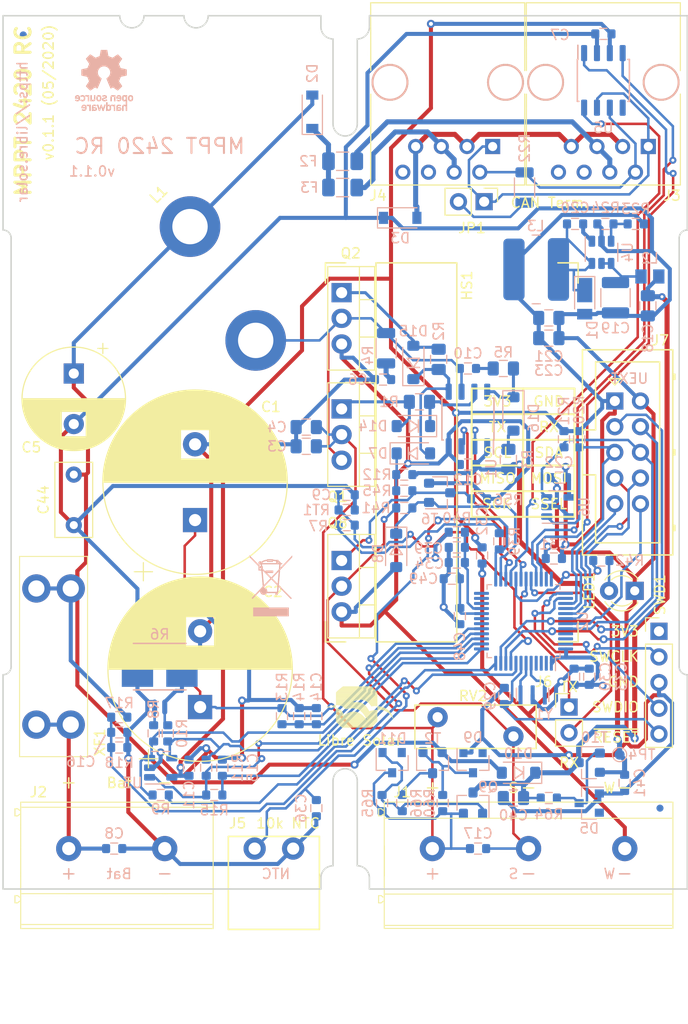
<source format=kicad_pcb>
(kicad_pcb (version 20171130) (host pcbnew "(5.1.12)-1")
  (title_block (title "MPPT 2420 RC") (date 2020-05-30) (rev 0.1.1) (company "Libre Solar") (comment 1 "Design: Martin Jäger") (comment 2 "Website: http://libre.solar"))
  (layers (0 Top signal) (1 3V3 power) (2 GND power) (31 Bottom signal) (34 B.Paste user hide) (35 F.Paste user hide) (36 B.SilkS user hide) (37 F.SilkS user hide) (38 B.Mask user hide) (39 F.Mask user hide) (44 Edge.Cuts user))
  (net 0 "")
  (net 1 GND)
  (net 2 +3V3)
  (net 3 "Net-(C19-Pad1)")
  (net 4 /MCU/~RESET)
  (net 5 /MCU/OSC_IN)
  (net 6 /MCU/OSC_OUT)
  (net 7 "Net-(LED1-Pad2)")
  (net 8 "Net-(C6-Pad1)")
  (net 9 "Net-(U2-Pad3)")
  (net 10 "Net-(D14-Pad2)")
  (net 11 "Net-(D15-Pad2)")
  (net 12 "Net-(D16-Pad2)")
  (net 13 /MCU/LED_PWR)
  (net 14 /DC/DC/SW_NODE)
  (net 15 "Net-(C20-Pad2)")
  (net 16 "Net-(C20-Pad1)")
  (net 17 +12V)
  (net 18 /DC/DC/HS_DRV)
  (net 19 /DC/DC/LS_DRV)
  (net 20 "Net-(R23-Pad2)")
  (net 21 VDDA)
  (net 22 /DC/DC/PWM_LS)
  (net 23 /DC/DC/PWM_HS)
  (net 24 "Net-(D5-Pad1)")
  (net 25 "Net-(Q8-Pad1)")
  (net 26 /MCU/I2C1_SDA)
  (net 27 /MCU/DAC1)
  (net 28 /MCU/I2C1_SCL)
  (net 29 /MCU/ADC1_IN15)
  (net 30 /MCU/ADC1_IN12)
  (net 31 /BAT+)
  (net 32 /MCU/TEMP_BAT)
  (net 33 "Net-(D7-Pad1)")
  (net 34 /MCU/ADC1_IN11)
  (net 35 "Net-(D9-Pad1)")
  (net 36 "Net-(R66-Pad1)")
  (net 37 "Net-(D11-Pad2)")
  (net 38 "Net-(C10-Pad1)")
  (net 39 "Net-(D16-Pad1)")
  (net 40 VBUS)
  (net 41 VREF)
  (net 42 "/Power Supply/SMPS_SUPPLY")
  (net 43 /MCU/SPI1_MISO)
  (net 44 /MCU/SPI1_MOSI)
  (net 45 /MCU/SPI1_SCK)
  (net 46 /MCU/USART1_TX)
  (net 47 /MCU/USART1_RX)
  (net 48 "Net-(J3-Pad6)")
  (net 49 "Net-(J4-Pad6)")
  (net 50 "Net-(U5-Pad5)")
  (net 51 /MCU/SWDIO)
  (net 52 /MCU/SWCLK)
  (net 53 "Net-(U2-Pad22)")
  (net 54 /DCDC_HV+)
  (net 55 /DCDC_HV-)
  (net 56 "Net-(JP1-Pad2)")
  (net 57 "Net-(J3-Pad8)")
  (net 58 "Net-(J4-Pad8)")
  (net 59 /DC/DC/SHUNT_P)
  (net 60 /DC/DC/SHUNT_N)
  (net 61 "Net-(D2-Pad1)")
  (net 62 GNDPWR)
  (net 63 "Net-(U2-Pad46)")
  (net 64 "Net-(U2-Pad18)")
  (net 65 "Net-(U2-Pad4)")
  (net 66 /MCU/ADC1_IN2)
  (net 67 /MCU/ADC2_IN1)
  (net 68 "/CAN bus/CAN_H")
  (net 69 "/CAN bus/CAN_L")
  (net 70 /MCU/USART2_TX)
  (net 71 /MCU/USART2_RX)
  (net 72 /MCU/SPI1_SSEL)
  (net 73 "Net-(U2-Pad2)")
  (net 74 /MCU/OPAMP2_VINM)
  (net 75 /MCU/OPAMP2_VOUT)
  (net 76 /MCU/OPAMP2_VINP)
  (net 77 "/CAN bus/CAN_STB")
  (net 78 "/CAN bus/CAN_RX")
  (net 79 "/CAN bus/CAN_TX")
  (net 80 "/CAN bus/CAN_GND")
  (net 81 "/CAN bus/CAN_V+1")
  (net 82 "/CAN bus/CAN_V+2")
  (module LibreSolar:NULL (layer Top) (at 106 151.5)
    (fp_text reference F1 hide)
    (fp_text value 25A hide)
  )
  (module LibreSolar:Keystone-Fuse-3557-2 (layer Top) (at 105 117 270)
    (fp_text reference XF1 (at 8.5 -4 270) (layer F.SilkS) (effects (justify top)))
    (fp_text value "ATO blade fuse")
    (pad 2 thru_hole circle (at 6.735 1.7) (size 2.8 2.8) (drill 1.6) (layers *.Cu *.Mask) (net 31 /BAT+))
    (pad 2 thru_hole circle (at 6.735 -1.7) (size 2.8 2.8) (drill 1.6) (layers *.Cu *.Mask) (net 31 /BAT+))
    (pad 1 thru_hole circle (at -6.735 1.7) (size 2.8 2.8) (drill 1.6) (layers *.Cu *.Mask) (net 40 VBUS))
    (pad 1 thru_hole circle (at -6.735 -1.7) (size 2.8 2.8) (drill 1.6) (layers *.Cu *.Mask) (net 40 VBUS))
  )
  (module Connector_PinHeader_2.54mm:PinHeader_1x02_P2.54mm_Vertical (layer Top) (at 156 122)
    (fp_text reference J6 (at -2.5 -2.5) (layer F.SilkS))
    (fp_text value Conn_01x02)
    (pad 1 thru_hole rect (at 0 0) (size 1.7 1.7) (drill 1) (layers *.Cu *.Mask) (net 46 /MCU/USART1_TX))
    (pad 2 thru_hole oval (at 0 2.54) (size 1.7 1.7) (drill 1) (layers *.Cu *.Mask) (net 47 /MCU/USART1_RX))
  )
  (module Package_QFP:LQFP-48_7x7mm_P0.5mm (layer Bottom) (at 151.5 113.5 90)
    (fp_text reference U2 (at 0 5.85 90) (layer B.SilkS) (effects (justify mirror)))
    (fp_text value STM32G431CBTx)
    (pad 48 smd roundrect (at -2.75 4.1625 90) (size 0.3 1.475) (layers Bottom B.Paste B.Mask) (net 2 +3V3))
    (pad 47 smd roundrect (at -2.25 4.1625 90) (size 0.3 1.475) (layers Bottom B.Paste B.Mask))
    (pad 46 smd roundrect (at -1.75 4.1625 90) (size 0.3 1.475) (layers Bottom B.Paste B.Mask) (net 63 "Net-(U2-Pad46)"))
    (pad 45 smd roundrect (at -1.25 4.1625 90) (size 0.3 1.475) (layers Bottom B.Paste B.Mask))
    (pad 44 smd roundrect (at -0.75 4.1625 90) (size 0.3 1.475) (layers Bottom B.Paste B.Mask) (net 26 /MCU/I2C1_SDA))
    (pad 43 smd roundrect (at -0.25 4.1625 90) (size 0.3 1.475) (layers Bottom B.Paste B.Mask) (net 72 /MCU/SPI1_SSEL))
    (pad 42 smd roundrect (at 0.25 4.1625 90) (size 0.3 1.475) (layers Bottom B.Paste B.Mask) (net 44 /MCU/SPI1_MOSI))
    (pad 41 smd roundrect (at 0.75 4.1625 90) (size 0.3 1.475) (layers Bottom B.Paste B.Mask) (net 43 /MCU/SPI1_MISO))
    (pad 40 smd roundrect (at 1.25 4.1625 90) (size 0.3 1.475) (layers Bottom B.Paste B.Mask) (net 45 /MCU/SPI1_SCK))
    (pad 39 smd roundrect (at 1.75 4.1625 90) (size 0.3 1.475) (layers Bottom B.Paste B.Mask) (net 28 /MCU/I2C1_SCL))
    (pad 38 smd roundrect (at 2.25 4.1625 90) (size 0.3 1.475) (layers Bottom B.Paste B.Mask) (net 52 /MCU/SWCLK))
    (pad 37 smd roundrect (at 2.75 4.1625 90) (size 0.3 1.475) (layers Bottom B.Paste B.Mask) (net 51 /MCU/SWDIO))
    (pad 36 smd roundrect (at 4.1625 2.75 90) (size 1.475 0.3) (layers Bottom B.Paste B.Mask))
    (pad 35 smd roundrect (at 4.1625 2.25 90) (size 1.475 0.3) (layers Bottom B.Paste B.Mask))
    (pad 34 smd roundrect (at 4.1625 1.75 90) (size 1.475 0.3) (layers Bottom B.Paste B.Mask) (net 79 "/CAN bus/CAN_TX"))
    (pad 33 smd roundrect (at 4.1625 1.25 90) (size 1.475 0.3) (layers Bottom B.Paste B.Mask) (net 78 "/CAN bus/CAN_RX"))
    (pad 32 smd roundrect (at 4.1625 0.75 90) (size 1.475 0.3) (layers Bottom B.Paste B.Mask) (net 47 /MCU/USART1_RX))
    (pad 31 smd roundrect (at 4.1625 0.25 90) (size 1.475 0.3) (layers Bottom B.Paste B.Mask) (net 46 /MCU/USART1_TX))
    (pad 30 smd roundrect (at 4.1625 -0.25 90) (size 1.475 0.3) (layers Bottom B.Paste B.Mask) (net 23 /DC/DC/PWM_HS))
    (pad 29 smd roundrect (at 4.1625 -0.75 90) (size 1.475 0.3) (layers Bottom B.Paste B.Mask) (net 13 /MCU/LED_PWR))
    (pad 28 smd roundrect (at 4.1625 -1.25 90) (size 1.475 0.3) (layers Bottom B.Paste B.Mask) (net 77 "/CAN bus/CAN_STB"))
    (pad 27 smd roundrect (at 4.1625 -1.75 90) (size 1.475 0.3) (layers Bottom B.Paste B.Mask) (net 22 /DC/DC/PWM_LS))
    (pad 26 smd roundrect (at 4.1625 -2.25 90) (size 1.475 0.3) (layers Bottom B.Paste B.Mask) (net 34 /MCU/ADC1_IN11))
    (pad 25 smd roundrect (at 4.1625 -2.75 90) (size 1.475 0.3) (layers Bottom B.Paste B.Mask) (net 32 /MCU/TEMP_BAT))
    (pad 24 smd roundrect (at 2.75 -4.1625 90) (size 0.3 1.475) (layers Bottom B.Paste B.Mask))
    (pad 23 smd roundrect (at 2.25 -4.1625 90) (size 0.3 1.475) (layers Bottom B.Paste B.Mask))
    (pad 22 smd roundrect (at 1.75 -4.1625 90) (size 0.3 1.475) (layers Bottom B.Paste B.Mask) (net 53 "Net-(U2-Pad22)"))
    (pad 21 smd roundrect (at 1.25 -4.1625 90) (size 0.3 1.475) (layers Bottom B.Paste B.Mask) (net 21 VDDA))
    (pad 20 smd roundrect (at 0.75 -4.1625 90) (size 0.3 1.475) (layers Bottom B.Paste B.Mask) (net 41 VREF))
    (pad 19 smd roundrect (at 0.25 -4.1625 90) (size 0.3 1.475) (layers Bottom B.Paste B.Mask))
    (pad 18 smd roundrect (at -0.25 -4.1625 90) (size 0.3 1.475) (layers Bottom B.Paste B.Mask) (net 64 "Net-(U2-Pad18)"))
    (pad 17 smd roundrect (at -0.75 -4.1625 90) (size 0.3 1.475) (layers Bottom B.Paste B.Mask) (net 30 /MCU/ADC1_IN12))
    (pad 16 smd roundrect (at -1.25 -4.1625 90) (size 0.3 1.475) (layers Bottom B.Paste B.Mask) (net 29 /MCU/ADC1_IN15))
    (pad 15 smd roundrect (at -1.75 -4.1625 90) (size 0.3 1.475) (layers Bottom B.Paste B.Mask) (net 76 /MCU/OPAMP2_VINP))
    (pad 14 smd roundrect (at -2.25 -4.1625 90) (size 0.3 1.475) (layers Bottom B.Paste B.Mask) (net 75 /MCU/OPAMP2_VOUT))
    (pad 13 smd roundrect (at -2.75 -4.1625 90) (size 0.3 1.475) (layers Bottom B.Paste B.Mask) (net 74 /MCU/OPAMP2_VINM))
    (pad 12 smd roundrect (at -4.1625 -2.75 90) (size 1.475 0.3) (layers Bottom B.Paste B.Mask) (net 27 /MCU/DAC1))
    (pad 11 smd roundrect (at -4.1625 -2.25 90) (size 1.475 0.3) (layers Bottom B.Paste B.Mask) (net 71 /MCU/USART2_RX))
    (pad 10 smd roundrect (at -4.1625 -1.75 90) (size 1.475 0.3) (layers Bottom B.Paste B.Mask) (net 70 /MCU/USART2_TX))
    (pad 9 smd roundrect (at -4.1625 -1.25 90) (size 1.475 0.3) (layers Bottom B.Paste B.Mask) (net 66 /MCU/ADC1_IN2))
    (pad 8 smd roundrect (at -4.1625 -0.75 90) (size 1.475 0.3) (layers Bottom B.Paste B.Mask) (net 67 /MCU/ADC2_IN1))
    (pad 7 smd roundrect (at -4.1625 -0.25 90) (size 1.475 0.3) (layers Bottom B.Paste B.Mask) (net 4 /MCU/~RESET))
    (pad 6 smd roundrect (at -4.1625 0.25 90) (size 1.475 0.3) (layers Bottom B.Paste B.Mask) (net 6 /MCU/OSC_OUT))
    (pad 5 smd roundrect (at -4.1625 0.75 90) (size 1.475 0.3) (layers Bottom B.Paste B.Mask) (net 5 /MCU/OSC_IN))
    (pad 4 smd roundrect (at -4.1625 1.25 90) (size 1.475 0.3) (layers Bottom B.Paste B.Mask) (net 65 "Net-(U2-Pad4)"))
    (pad 3 smd roundrect (at -4.1625 1.75 90) (size 1.475 0.3) (layers Bottom B.Paste B.Mask) (net 9 "Net-(U2-Pad3)"))
    (pad 2 smd roundrect (at -4.1625 2.25 90) (size 1.475 0.3) (layers Bottom B.Paste B.Mask) (net 73 "Net-(U2-Pad2)"))
    (pad 1 smd roundrect (at -4.1625 2.75 90) (size 1.475 0.3) (layers Bottom B.Paste B.Mask) (net 2 +3V3))
  )
  (module Package_TO_SOT_THT:TO-220-3_Vertical (layer Top) (at 133.5 107.5 270)
    (fp_text reference Q8 (at -3.7 0.4 180) (layer F.SilkS))
    (fp_text value IPP045N10N3G)
    (pad 1 thru_hole rect (at 0 0 270) (size 1.905 2) (drill 1.1) (layers *.Cu *.Mask) (net 25 "Net-(Q8-Pad1)"))
    (pad 2 thru_hole oval (at 2.54 0 270) (size 1.905 2) (drill 1.1) (layers *.Cu *.Mask) (net 55 /DCDC_HV-))
    (pad 3 thru_hole oval (at 5.08 0 270) (size 1.905 2) (drill 1.1) (layers *.Cu *.Mask) (net 62 GNDPWR))
  )
  (module Symbol:WEEE-Logo_4.2x6mm_SilkScreen (layer Bottom) (at 126.5 110 180)
    (fp_text reference REF** hide)
    (fp_text value WEEE-Logo_4.2x6mm_SilkScreen hide)
  )
  (module LibreSolar:Fischer_Elektronik_SK573_37,5 (layer Top) (at 136.9 96.8 270)
    (fp_text reference HS1 (at -16.5 -9 90) (layer F.SilkS))
    (fp_text value Heatsink)
    (pad "" np_thru_hole circle (at -16 -4 270) (size 3.2 3.2) (drill 3.2) (layers *.Cu *.Mask))
    (pad "" np_thru_hole circle (at 16 -4 270) (size 3.2 3.2) (drill 3.2) (layers *.Cu *.Mask))
  )
  (module Capacitor_THT:CP_Radial_D18.0mm_P7.50mm (layer Top) (at 119.5 122 90)
    (fp_text reference C2 (at 11.4 7.2 180) (layer F.SilkS))
    (fp_text value 560µF)
    (pad 1 thru_hole rect (at 0 0 90) (size 2.4 2.4) (drill 1.2) (layers *.Cu *.Mask) (net 54 /DCDC_HV+))
    (pad 2 thru_hole circle (at 7.5 0 90) (size 2.4 2.4) (drill 1.2) (layers *.Cu *.Mask) (net 62 GNDPWR))
  )
  (module LibreSolar:R_0603_1608 (layer Bottom) (at 120.9 130.7)
    (fp_text reference R15 (at 0 1.5 180) (layer B.SilkS) (effects (justify mirror)))
    (fp_text value 1k)
    (pad 1 smd roundrect (at -0.8 0) (size 0.8 0.9) (layers Bottom B.Paste B.Mask) (roundrect_rratio 0.2) (net 75 /MCU/OPAMP2_VOUT))
    (pad 2 smd roundrect (at 0.8 0) (size 0.8 0.9) (layers Bottom B.Paste B.Mask) (roundrect_rratio 0.2) (net 67 /MCU/ADC2_IN1))
  )
  (module LibreSolar:R_0603_1608 (layer Bottom) (at 139.7 99 180)
    (fp_text reference R12 (at 2.7 0) (layer B.SilkS) (effects (justify mirror)))
    (fp_text value 0R)
    (pad 1 smd roundrect (at -0.8 0 180) (size 0.8 0.9) (layers Bottom B.Paste B.Mask) (roundrect_rratio 0.2) (net 17 +12V))
    (pad 2 smd roundrect (at 0.8 0 180) (size 0.8 0.9) (layers Bottom B.Paste B.Mask) (roundrect_rratio 0.2) (net 33 "Net-(D7-Pad1)"))
  )
  (module LibreSolar:SOT-23-5 (layer Bottom) (at 115.6 128)
    (fp_text reference U3 (at -2.8 1.5) (layer B.SilkS) (effects (justify mirror)))
    (fp_text value TLV9001)
    (pad 1 smd roundrect (at -1.1 0.95) (size 1.1 0.65) (layers Bottom B.Paste B.Mask) (roundrect_rratio 0.2) (net 75 /MCU/OPAMP2_VOUT))
    (pad 2 smd roundrect (at -1.1 0) (size 1.1 0.65) (layers Bottom B.Paste B.Mask) (roundrect_rratio 0.2) (net 1 GND))
    (pad 3 smd roundrect (at -1.1 -0.95) (size 1.1 0.65) (layers Bottom B.Paste B.Mask) (roundrect_rratio 0.2) (net 76 /MCU/OPAMP2_VINP))
    (pad 4 smd roundrect (at 1.1 -0.95) (size 1.1 0.65) (layers Bottom B.Paste B.Mask) (roundrect_rratio 0.2) (net 74 /MCU/OPAMP2_VINM))
    (pad 5 smd roundrect (at 1.1 0.95) (size 1.1 0.65) (layers Bottom B.Paste B.Mask) (roundrect_rratio 0.2) (net 2 +3V3))
  )
  (module LibreSolar:Fiducial_0.7mm (layer Bottom) (at 102 55.5)
    (fp_text reference FID1 hide)
    (fp_text value Fiducial)
    (pad ~ smd circle (at 0 0) (size 0.7 0.7) (layers Bottom B.Mask) (clearance 0.7))
  )
  (module LED_THT:LED_D3.0mm (layer Top) (at 162.5 110.5 180)
    (fp_text reference LED1 (at 4.5 0 90) (layer F.SilkS))
    (fp_text value red)
    (pad 1 thru_hole rect (at 0 0 180) (size 1.8 1.8) (drill 0.9) (layers *.Cu *.Mask) (net 1 GND))
    (pad 2 thru_hole circle (at 2.54 0 180) (size 1.8 1.8) (drill 0.9) (layers *.Cu *.Mask) (net 7 "Net-(LED1-Pad2)"))
  )
  (module Connector_PinHeader_2.54mm:PinHeader_1x05_P2.54mm_Vertical (layer Top) (at 164.9 114.5)
    (fp_text reference SWD1 (at 0.1 -3.62 90) (layer F.SilkS))
    (fp_text value ST_Nucleo_SWD)
    (pad 1 thru_hole rect (at 0 0) (size 1.7 1.7) (drill 1) (layers *.Cu *.Mask) (net 2 +3V3))
    (pad 2 thru_hole oval (at 0 2.54) (size 1.7 1.7) (drill 1) (layers *.Cu *.Mask) (net 52 /MCU/SWCLK))
    (pad 3 thru_hole oval (at 0 5.08) (size 1.7 1.7) (drill 1) (layers *.Cu *.Mask) (net 1 GND))
    (pad 4 thru_hole oval (at 0 7.62) (size 1.7 1.7) (drill 1) (layers *.Cu *.Mask) (net 51 /MCU/SWDIO))
    (pad 5 thru_hole oval (at 0 10.16) (size 1.7 1.7) (drill 1) (layers *.Cu *.Mask) (net 4 /MCU/~RESET))
  )
  (module NetTie:NetTie-2_SMD_Pad0.5mm (layer Bottom) (at 115 122 270)
    (fp_text reference NT2 hide)
    (fp_text value Net-Tie_2)
    (fp_poly (pts (xy -0.5 0.25) (xy 0.5 0.25) (xy 0.5 -0.25) (xy -0.5 -0.25)) (layer Bottom) (width 0))
    (pad 1 smd circle (at -0.5 0 270) (size 0.5 0.5) (layers Bottom) (net 1 GND))
    (pad 2 smd circle (at 0.5 0 270) (size 0.5 0.5) (layers Bottom) (net 59 /DC/DC/SHUNT_P))
  )
  (module NetTie:NetTie-2_SMD_Pad0.5mm (layer Bottom) (at 116 122 270)
    (fp_text reference NT1 hide)
    (fp_text value Net-Tie_2)
    (fp_poly (pts (xy -0.5 0.25) (xy 0.5 0.25) (xy 0.5 -0.25) (xy -0.5 -0.25)) (layer Bottom) (width 0))
    (pad 1 smd circle (at -0.5 0 270) (size 0.5 0.5) (layers Bottom) (net 62 GNDPWR))
    (pad 2 smd circle (at 0.5 0 270) (size 0.5 0.5) (layers Bottom) (net 60 /DC/DC/SHUNT_N))
  )
  (module Fuse:Fuse_1206_3216Metric (layer Bottom) (at 133.6 70.6 180)
    (fp_text reference F3 (at 3.3 0) (layer B.SilkS) (effects (justify mirror)))
    (fp_text value 600mA)
    (pad 1 smd roundrect (at -1.4 0 180) (size 1.25 1.75) (layers Bottom B.Paste B.Mask) (roundrect_rratio 0.2) (net 82 "/CAN bus/CAN_V+2"))
    (pad 2 smd roundrect (at 1.4 0 180) (size 1.25 1.75) (layers Bottom B.Paste B.Mask) (roundrect_rratio 0.2) (net 61 "Net-(D2-Pad1)"))
  )
  (module Fuse:Fuse_1206_3216Metric (layer Bottom) (at 133.6 68 180)
    (fp_text reference F2 (at 3.4 0) (layer B.SilkS) (effects (justify mirror)))
    (fp_text value 600mA)
    (pad 1 smd roundrect (at -1.4 0 180) (size 1.25 1.75) (layers Bottom B.Paste B.Mask) (roundrect_rratio 0.2) (net 81 "/CAN bus/CAN_V+1"))
    (pad 2 smd roundrect (at 1.4 0 180) (size 1.25 1.75) (layers Bottom B.Paste B.Mask) (roundrect_rratio 0.2) (net 61 "Net-(D2-Pad1)"))
  )
  (module Diode_SMD:D_SOD-123 (layer Bottom) (at 139.3 73.6)
    (fp_text reference D3 (at 0 2) (layer B.SilkS) (effects (justify mirror)))
    (fp_text value NRVTS260ESFT1G)
    (pad 1 smd rect (at -1.65 0) (size 0.9 1.2) (layers Bottom B.Paste B.Mask) (net 1 GND))
    (pad 2 smd rect (at 1.65 0) (size 0.9 1.2) (layers Bottom B.Paste B.Mask) (net 80 "/CAN bus/CAN_GND"))
  )
  (module Diode_SMD:D_SOD-123 (layer Bottom) (at 130.6 63.1 90)
    (fp_text reference D2 (at 3.8 0 90) (layer B.SilkS) (effects (justify mirror)))
    (fp_text value NRVTS260ESFT1G)
    (pad 1 smd rect (at -1.65 0 90) (size 0.9 1.2) (layers Bottom B.Paste B.Mask) (net 61 "Net-(D2-Pad1)"))
    (pad 2 smd rect (at 1.65 0 90) (size 0.9 1.2) (layers Bottom B.Paste B.Mask) (net 40 VBUS))
  )
  (module LibreSolar:R_0603_1608 (layer Bottom) (at 120.1 128 270)
    (fp_text reference R11 (at 0 -3.1 90) (layer B.SilkS) (effects (justify mirror)))
    (fp_text value 68k)
    (pad 1 smd roundrect (at -0.8 0 270) (size 0.8 0.9) (layers Bottom B.Paste B.Mask) (roundrect_rratio 0.2) (net 74 /MCU/OPAMP2_VINM))
    (pad 2 smd roundrect (at 0.8 0 270) (size 0.8 0.9) (layers Bottom B.Paste B.Mask) (roundrect_rratio 0.2) (net 75 /MCU/OPAMP2_VOUT))
  )
  (module LibreSolar:R_0603_1608 (layer Bottom) (at 116.3 124.6 270)
    (fp_text reference R10 (at 0 -1.4 90) (layer B.SilkS) (effects (justify mirror)))
    (fp_text value 2.2k)
    (pad 1 smd roundrect (at -0.8 0 270) (size 0.8 0.9) (layers Bottom B.Paste B.Mask) (roundrect_rratio 0.2) (net 60 /DC/DC/SHUNT_N))
    (pad 2 smd roundrect (at 0.8 0 270) (size 0.8 0.9) (layers Bottom B.Paste B.Mask) (roundrect_rratio 0.2) (net 74 /MCU/OPAMP2_VINM))
  )
  (module LibreSolar:R_0603_1608 (layer Bottom) (at 115.6 130.7 180)
    (fp_text reference R9 (at 0 -1.4) (layer B.SilkS) (effects (justify mirror)))
    (fp_text value 68k)
    (pad 1 smd roundrect (at -0.8 0 180) (size 0.8 0.9) (layers Bottom B.Paste B.Mask) (roundrect_rratio 0.2) (net 27 /MCU/DAC1))
    (pad 2 smd roundrect (at 0.8 0 180) (size 0.8 0.9) (layers Bottom B.Paste B.Mask) (roundrect_rratio 0.2) (net 76 /MCU/OPAMP2_VINP))
  )
  (module LibreSolar:R_0603_1608 (layer Bottom) (at 114.9 124.6 270)
    (fp_text reference R8 (at -2.4 0 90) (layer B.SilkS) (effects (justify mirror)))
    (fp_text value 2.2k)
    (pad 1 smd roundrect (at -0.8 0 270) (size 0.8 0.9) (layers Bottom B.Paste B.Mask) (roundrect_rratio 0.2) (net 59 /DC/DC/SHUNT_P))
    (pad 2 smd roundrect (at 0.8 0 270) (size 0.8 0.9) (layers Bottom B.Paste B.Mask) (roundrect_rratio 0.2) (net 76 /MCU/OPAMP2_VINP))
  )
  (module LibreSolar:C_0603_1608 (layer Bottom) (at 118.4 128 90)
    (fp_text reference C11 (at -2.7 0 90) (layer B.SilkS) (effects (justify mirror)))
    (fp_text value 100nF)
    (pad 1 smd roundrect (at -0.8 0 90) (size 0.8 0.9) (layers Bottom B.Paste B.Mask) (roundrect_rratio 0.2) (net 2 +3V3))
    (pad 2 smd roundrect (at 0.8 0 90) (size 0.8 0.9) (layers Bottom B.Paste B.Mask) (roundrect_rratio 0.2) (net 1 GND))
  )
  (module Connector_PinHeader_2.54mm:PinHeader_1x02_P2.54mm_Vertical (layer Top) (at 147.6 72 270)
    (fp_text reference JP1 (at 2.6 1.2 180) (layer F.SilkS))
    (fp_text value Jumper_NC_Small)
    (pad 1 thru_hole rect (at 0 0 270) (size 1.7 1.7) (drill 1) (layers *.Cu *.Mask) (net 68 "/CAN bus/CAN_H"))
    (pad 2 thru_hole oval (at 0 2.54 270) (size 1.7 1.7) (drill 1) (layers *.Cu *.Mask) (net 56 "Net-(JP1-Pad2)"))
  )
  (module LibreSolar:SOIC-8_3.9x4.9mm_Pitch1.27mm (layer Bottom) (at 159.4 60 270)
    (fp_text reference U5 (at 4.7 0 180) (layer B.SilkS) (effects (justify mirror)))
    (fp_text value TCAN334)
    (pad 1 smd roundrect (at -2.7 1.905 270) (size 1.6 0.6) (layers Bottom B.Paste B.Mask) (roundrect_rratio 0.2) (net 79 "/CAN bus/CAN_TX"))
    (pad 2 smd roundrect (at -2.7 0.635 270) (size 1.6 0.6) (layers Bottom B.Paste B.Mask) (roundrect_rratio 0.2) (net 1 GND))
    (pad 3 smd roundrect (at -2.7 -0.635 270) (size 1.6 0.6) (layers Bottom B.Paste B.Mask) (roundrect_rratio 0.2) (net 2 +3V3))
    (pad 4 smd roundrect (at -2.7 -1.905 270) (size 1.6 0.6) (layers Bottom B.Paste B.Mask) (roundrect_rratio 0.2) (net 78 "/CAN bus/CAN_RX"))
    (pad 5 smd roundrect (at 2.7 -1.905 270) (size 1.6 0.6) (layers Bottom B.Paste B.Mask) (roundrect_rratio 0.2) (net 50 "Net-(U5-Pad5)"))
    (pad 6 smd roundrect (at 2.7 -0.635 270) (size 1.6 0.6) (layers Bottom B.Paste B.Mask) (roundrect_rratio 0.2) (net 69 "/CAN bus/CAN_L"))
    (pad 7 smd roundrect (at 2.7 0.635 270) (size 1.6 0.6) (layers Bottom B.Paste B.Mask) (roundrect_rratio 0.2) (net 68 "/CAN bus/CAN_H"))
    (pad 8 smd roundrect (at 2.7 1.905 270) (size 1.6 0.6) (layers Bottom B.Paste B.Mask) (roundrect_rratio 0.2) (net 77 "/CAN bus/CAN_STB"))
  )
  (module LibreSolar:R_1206_3216 (layer Bottom) (at 151.6 70.6 90)
    (fp_text reference R22 (at 3.9 0 90) (layer B.SilkS) (effects (justify mirror)))
    (fp_text value 120R)
    (pad 1 smd roundrect (at -1.5 0 90) (size 1 1.8) (layers Bottom B.Paste B.Mask) (roundrect_rratio 0.2) (net 56 "Net-(JP1-Pad2)"))
    (pad 2 smd roundrect (at 1.5 0 90) (size 1 1.8) (layers Bottom B.Paste B.Mask) (roundrect_rratio 0.2) (net 69 "/CAN bus/CAN_L"))
  )
  (module LibreSolar:RJ45_8P8C (layer Top) (at 144 64 180)
    (fp_text reference J4 (at 6.9 -7.4) (layer F.SilkS))
    (fp_text value 8P8C)
    (pad 8 thru_hole circle (at 4.445 -5.08 180) (size 1.5 1.5) (drill 0.9) (layers *.Cu *.Mask) (net 58 "Net-(J4-Pad8)"))
    (pad 7 thru_hole circle (at 3.175 -2.54 180) (size 1.5 1.5) (drill 0.9) (layers *.Cu *.Mask) (net 80 "/CAN bus/CAN_GND"))
    (pad 6 thru_hole circle (at 1.905 -5.08 180) (size 1.5 1.5) (drill 0.9) (layers *.Cu *.Mask) (net 49 "Net-(J4-Pad6)"))
    (pad 5 thru_hole circle (at 0.635 -2.54 180) (size 1.5 1.5) (drill 0.9) (layers *.Cu *.Mask) (net 82 "/CAN bus/CAN_V+2"))
    (pad 4 thru_hole circle (at -0.635 -5.08 180) (size 1.5 1.5) (drill 0.9) (layers *.Cu *.Mask) (net 82 "/CAN bus/CAN_V+2"))
    (pad 3 thru_hole circle (at -1.905 -2.54 180) (size 1.5 1.5) (drill 0.9) (layers *.Cu *.Mask) (net 80 "/CAN bus/CAN_GND"))
    (pad 2 thru_hole circle (at -3.175 -5.08 180) (size 1.5 1.5) (drill 0.9) (layers *.Cu *.Mask) (net 69 "/CAN bus/CAN_L"))
    (pad 1 thru_hole rect (at -4.445 -2.54 180) (size 1.5 1.5) (drill 0.9) (layers *.Cu *.Mask) (net 68 "/CAN bus/CAN_H"))
    (pad "" np_thru_hole circle (at -5.715 3.81 180) (size 3.65 3.65) (drill 3.25) (layers *.Cu *.SilkS *.Mask))
    (pad "" np_thru_hole circle (at 5.715 3.81 180) (size 3.65 3.65) (drill 3.25) (layers *.Cu *.SilkS *.Mask))
  )
  (module LibreSolar:RJ45_8P8C (layer Top) (at 159.4 64 180)
    (fp_text reference J3 (at -6.8 -7.4) (layer F.SilkS))
    (fp_text value 8P8C)
    (pad 8 thru_hole circle (at 4.445 -5.08 180) (size 1.5 1.5) (drill 0.9) (layers *.Cu *.Mask) (net 57 "Net-(J3-Pad8)"))
    (pad 7 thru_hole circle (at 3.175 -2.54 180) (size 1.5 1.5) (drill 0.9) (layers *.Cu *.Mask) (net 80 "/CAN bus/CAN_GND"))
    (pad 6 thru_hole circle (at 1.905 -5.08 180) (size 1.5 1.5) (drill 0.9) (layers *.Cu *.Mask) (net 48 "Net-(J3-Pad6)"))
    (pad 5 thru_hole circle (at 0.635 -2.54 180) (size 1.5 1.5) (drill 0.9) (layers *.Cu *.Mask) (net 81 "/CAN bus/CAN_V+1"))
    (pad 4 thru_hole circle (at -0.635 -5.08 180) (size 1.5 1.5) (drill 0.9) (layers *.Cu *.Mask) (net 81 "/CAN bus/CAN_V+1"))
    (pad 3 thru_hole circle (at -1.905 -2.54 180) (size 1.5 1.5) (drill 0.9) (layers *.Cu *.Mask) (net 80 "/CAN bus/CAN_GND"))
    (pad 2 thru_hole circle (at -3.175 -5.08 180) (size 1.5 1.5) (drill 0.9) (layers *.Cu *.Mask) (net 69 "/CAN bus/CAN_L"))
    (pad 1 thru_hole rect (at -4.445 -2.54 180) (size 1.5 1.5) (drill 0.9) (layers *.Cu *.Mask) (net 68 "/CAN bus/CAN_H"))
    (pad "" np_thru_hole circle (at -5.715 3.81 180) (size 3.65 3.65) (drill 3.25) (layers *.Cu *.SilkS *.Mask))
    (pad "" np_thru_hole circle (at 5.715 3.81 180) (size 3.65 3.65) (drill 3.25) (layers *.Cu *.SilkS *.Mask))
  )
  (module LibreSolar:C_0603_1608 (layer Bottom) (at 159.4 55.4 180)
    (fp_text reference C7 (at 4.3 -0.1) (layer B.SilkS) (effects (justify mirror)))
    (fp_text value 100nF)
    (pad 1 smd roundrect (at -0.8 0 180) (size 0.8 0.9) (layers Bottom B.Paste B.Mask) (roundrect_rratio 0.2) (net 2 +3V3))
    (pad 2 smd roundrect (at 0.8 0 180) (size 0.8 0.9) (layers Bottom B.Paste B.Mask) (roundrect_rratio 0.2) (net 1 GND))
  )
  (module LibreSolar:Phoenix_Contact_MKDS_5-3-9,5 (layer Top) (at 142.48 136)
    (fp_text reference J1 (at -2.98 -5) (layer F.SilkS) (effects (justify bottom)))
    (fp_text value "MKDS 5/ 3-9,5")
    (pad 2 thru_hole circle (at 9.52 0) (size 2.5 2.5) (drill 1.3) (layers *.Cu *.Mask) (net 55 /DCDC_HV-))
    (pad 1 thru_hole circle (at 0 0) (size 2.5 2.5) (drill 1.3) (layers *.Cu *.Mask) (net 54 /DCDC_HV+))
    (pad 3 thru_hole circle (at 19.04 0) (size 2.5 2.5) (drill 1.3) (layers *.Cu *.Mask) (net 62 GNDPWR))
  )
  (module Capacitor_THT:C_Rect_L7.2mm_W3.5mm_P5.00mm_FKS2_FKP2_MKS2_MKP2 (layer Top) (at 107 104 90)
    (fp_text reference C44 (at 2.5 -3 90) (layer F.SilkS))
    (fp_text value 0.22µF)
    (pad 1 thru_hole circle (at 0 0 90) (size 1.6 1.6) (drill 0.8) (layers *.Cu *.Mask) (net 1 GND))
    (pad 2 thru_hole circle (at 5 0 90) (size 1.6 1.6) (drill 0.8) (layers *.Cu *.Mask) (net 40 VBUS))
  )
  (module LibreSolar:R_0603_1608 (layer Bottom) (at 144.9 104.7 180)
    (fp_text reference R40 (at 0 1.4 180) (layer B.SilkS) (effects (justify mirror)))
    (fp_text value 100R)
    (pad 1 smd roundrect (at -0.8 0 180) (size 0.8 0.9) (layers Bottom B.Paste B.Mask) (roundrect_rratio 0.2) (net 21 VDDA))
    (pad 2 smd roundrect (at 0.8 0 180) (size 0.8 0.9) (layers Bottom B.Paste B.Mask) (roundrect_rratio 0.2) (net 2 +3V3))
  )
  (module LibreSolar:C_0603_1608 (layer Bottom) (at 156.5 119 90)
    (fp_text reference C30 (at 0 3.1 270) (layer B.SilkS) (effects (justify mirror)))
    (fp_text value 100nF)
    (pad 1 smd roundrect (at -0.8 0 90) (size 0.8 0.9) (layers Bottom B.Paste B.Mask) (roundrect_rratio 0.2) (net 2 +3V3))
    (pad 2 smd roundrect (at 0.8 0 90) (size 0.8 0.9) (layers Bottom B.Paste B.Mask) (roundrect_rratio 0.2) (net 1 GND))
  )
  (module LibreSolar:C_0603_1608 (layer Bottom) (at 144.9 107.7 180)
    (fp_text reference C34 (at 2.7 -0.1 180) (layer B.SilkS) (effects (justify mirror)))
    (fp_text value 10nF)
    (pad 1 smd roundrect (at -0.8 0 180) (size 0.8 0.9) (layers Bottom B.Paste B.Mask) (roundrect_rratio 0.2) (net 21 VDDA))
    (pad 2 smd roundrect (at 0.8 0 180) (size 0.8 0.9) (layers Bottom B.Paste B.Mask) (roundrect_rratio 0.2) (net 1 GND))
  )
  (module LibreSolar:C_0603_1608 (layer Bottom) (at 158 119 90)
    (fp_text reference C33 (at 0 3.2 270) (layer B.SilkS) (effects (justify mirror)))
    (fp_text value 2.2µF)
    (pad 1 smd roundrect (at -0.8 0 90) (size 0.8 0.9) (layers Bottom B.Paste B.Mask) (roundrect_rratio 0.2) (net 2 +3V3))
    (pad 2 smd roundrect (at 0.8 0 90) (size 0.8 0.9) (layers Bottom B.Paste B.Mask) (roundrect_rratio 0.2) (net 1 GND))
  )
  (module LibreSolar:C_0603_1608 (layer Bottom) (at 144.4 109.3 180)
    (fp_text reference C49 (at 2.8 0 180) (layer B.SilkS) (effects (justify mirror)))
    (fp_text value 2.2µF)
    (pad 1 smd roundrect (at -0.8 0 180) (size 0.8 0.9) (layers Bottom B.Paste B.Mask) (roundrect_rratio 0.2) (net 41 VREF))
    (pad 2 smd roundrect (at 0.8 0 180) (size 0.8 0.9) (layers Bottom B.Paste B.Mask) (roundrect_rratio 0.2) (net 1 GND))
  )
  (module LibreSolar:C_0603_1608 (layer Bottom) (at 144.9 106.2 180)
    (fp_text reference C39 (at 2.8 -0.1 180) (layer B.SilkS) (effects (justify mirror)))
    (fp_text value 2.2µF)
    (pad 1 smd roundrect (at -0.8 0 180) (size 0.8 0.9) (layers Bottom B.Paste B.Mask) (roundrect_rratio 0.2) (net 21 VDDA))
    (pad 2 smd roundrect (at 0.8 0 180) (size 0.8 0.9) (layers Bottom B.Paste B.Mask) (roundrect_rratio 0.2) (net 1 GND))
  )
  (module LibreSolar:C_0603_1608 (layer Bottom) (at 145.2 113 270)
    (fp_text reference C48 (at 3 0 270) (layer B.SilkS) (effects (justify mirror)))
    (fp_text value 100nF)
    (pad 1 smd roundrect (at -0.8 0 270) (size 0.8 0.9) (layers Bottom B.Paste B.Mask) (roundrect_rratio 0.2) (net 41 VREF))
    (pad 2 smd roundrect (at 0.8 0 270) (size 0.8 0.9) (layers Bottom B.Paste B.Mask) (roundrect_rratio 0.2) (net 1 GND))
  )
  (module LibreSolar:C_0603_1608 (layer Bottom) (at 149.6 120.9 90)
    (fp_text reference C29 (at 0 -1.4 90) (layer B.SilkS) (effects (justify mirror)))
    (fp_text value 100nF)
    (pad 1 smd roundrect (at -0.8 0 90) (size 0.8 0.9) (layers Bottom B.Paste B.Mask) (roundrect_rratio 0.2) (net 4 /MCU/~RESET))
    (pad 2 smd roundrect (at 0.8 0 90) (size 0.8 0.9) (layers Bottom B.Paste B.Mask) (roundrect_rratio 0.2) (net 1 GND))
  )
  (module LibreSolar:C_0805_2012 (layer Bottom) (at 154 85.5014)
    (fp_text reference C23 (at 0 3.198646) (layer B.SilkS) (effects (justify mirror)))
    (fp_text value 10µF)
    (pad 1 smd roundrect (at -1 0) (size 1.1 1.4) (layers Bottom B.Paste B.Mask) (roundrect_rratio 0.2) (net 2 +3V3))
    (pad 2 smd roundrect (at 1 0) (size 1.1 1.4) (layers Bottom B.Paste B.Mask) (roundrect_rratio 0.2) (net 1 GND))
  )
  (module LibreSolar:C_1210_3225 (layer Bottom) (at 160.6 81.5 270)
    (fp_text reference C19 (at 3 0) (layer B.SilkS) (effects (justify mirror)))
    (fp_text value 4.7µF)
    (pad 1 smd roundrect (at -1.5 0 270) (size 1.1 2.7) (layers Bottom B.Paste B.Mask) (roundrect_rratio 0.2) (net 3 "Net-(C19-Pad1)"))
    (pad 2 smd roundrect (at 1.5 0 270) (size 1.1 2.7) (layers Bottom B.Paste B.Mask) (roundrect_rratio 0.2) (net 1 GND))
  )
  (module LibreSolar:R_0603_1608 (layer Bottom) (at 157 95.5 90)
    (fp_text reference R20 (at 2.9 0 270) (layer B.SilkS) (effects (justify mirror)))
    (fp_text value 2.2k)
    (pad 1 smd roundrect (at -0.8 0 90) (size 0.8 0.9) (layers Bottom B.Paste B.Mask) (roundrect_rratio 0.2) (net 28 /MCU/I2C1_SCL))
    (pad 2 smd roundrect (at 0.8 0 90) (size 0.8 0.9) (layers Bottom B.Paste B.Mask) (roundrect_rratio 0.2) (net 2 +3V3))
  )
  (module LibreSolar:C_0603_1608 (layer Bottom) (at 155 99.3 180)
    (fp_text reference C22 (at 0 1.5 180) (layer B.SilkS) (effects (justify mirror)))
    (fp_text value 100nF)
    (pad 1 smd roundrect (at -0.8 0 180) (size 0.8 0.9) (layers Bottom B.Paste B.Mask) (roundrect_rratio 0.2) (net 2 +3V3))
    (pad 2 smd roundrect (at 0.8 0 180) (size 0.8 0.9) (layers Bottom B.Paste B.Mask) (roundrect_rratio 0.2) (net 1 GND))
  )
  (module LibreSolar:R_0603_1608 (layer Bottom) (at 162.6 74.2 180)
    (fp_text reference R23 (at 0 1.5) (layer B.SilkS) (effects (justify mirror)))
    (fp_text value 33k)
    (pad 1 smd roundrect (at -0.8 0 180) (size 0.8 0.9) (layers Bottom B.Paste B.Mask) (roundrect_rratio 0.2) (net 2 +3V3))
    (pad 2 smd roundrect (at 0.8 0 180) (size 0.8 0.9) (layers Bottom B.Paste B.Mask) (roundrect_rratio 0.2) (net 20 "Net-(R23-Pad2)"))
  )
  (module LibreSolar:R_0603_1608 (layer Bottom) (at 155.5 95.5 90)
    (fp_text reference R21 (at 2.8 0 270) (layer B.SilkS) (effects (justify mirror)))
    (fp_text value 2.2k)
    (pad 1 smd roundrect (at -0.8 0 90) (size 0.8 0.9) (layers Bottom B.Paste B.Mask) (roundrect_rratio 0.2) (net 26 /MCU/I2C1_SDA))
    (pad 2 smd roundrect (at 0.8 0 90) (size 0.8 0.9) (layers Bottom B.Paste B.Mask) (roundrect_rratio 0.2) (net 2 +3V3))
  )
  (module LibreSolar:LIBRESOLAR_LOGO (layer Top) (at 133 124)
    (fp_text reference LOGO1 hide)
    (fp_text value LIBRE_SOLAR hide)
    (fp_text user "Libre Solar" (at 2.3 1.3) (layer F.SilkS))
  )
  (module LibreSolar:Resonator_Murata_CSTNE (layer Bottom) (at 152.4 120.8)
    (fp_text reference Y1 (at 1.1 1.9) (layer B.SilkS) (effects (justify mirror)))
    (fp_text value 8MHz)
    (pad 2 smd roundrect (at 0 0) (size 0.4 1.9) (layers Bottom B.Paste B.Mask) (roundrect_rratio 0.2) (net 1 GND))
    (pad 3 smd roundrect (at 1.2 0) (size 0.4 1.9) (layers Bottom B.Paste B.Mask) (roundrect_rratio 0.2) (net 5 /MCU/OSC_IN))
    (pad 1 smd roundrect (at -1.2 0) (size 0.4 1.9) (layers Bottom B.Paste B.Mask) (roundrect_rratio 0.2) (net 6 /MCU/OSC_OUT))
  )
  (module LibreSolar:Bourns_SRN6045TA (layer Bottom) (at 152.752 78.7014 180)
    (fp_text reference L3 (at 0.052468 4.301354 180) (layer B.SilkS) (effects (justify mirror)))
    (fp_text value 47µH)
    (pad 2 smd roundrect (at 2.2 0 180) (size 2.1 6.1) (layers Bottom B.Paste B.Mask) (roundrect_rratio 0.2) (net 2 +3V3))
    (pad 1 smd roundrect (at -2.2 0 180) (size 2.1 6.2) (layers Bottom B.Paste B.Mask) (roundrect_rratio 0.2) (net 15 "Net-(C20-Pad2)"))
  )
  (module LibreSolar:C_0805_2012 (layer Bottom) (at 150.5 131 180)
    (fp_text reference C40 (at 0 -1.7) (layer B.SilkS) (effects (justify mirror)))
    (fp_text value 1µF)
    (pad 1 smd roundrect (at -1 0 180) (size 1.1 1.4) (layers Bottom B.Paste B.Mask) (roundrect_rratio 0.2) (net 42 "/Power Supply/SMPS_SUPPLY"))
    (pad 2 smd roundrect (at 1 0 180) (size 1.1 1.4) (layers Bottom B.Paste B.Mask) (roundrect_rratio 0.2) (net 1 GND))
  )
  (module LibreSolar:SOT-23-6 (layer Bottom) (at 159.215 77.0074 270)
    (fp_text reference U4 (at -0.007353 -2.584609 270) (layer B.SilkS) (effects (justify mirror)))
    (fp_text value LMR16006X)
    (pad 1 smd roundrect (at -1.1 0.95 270) (size 1.1 0.65) (layers Bottom B.Paste B.Mask) (roundrect_rratio 0.2) (net 16 "Net-(C20-Pad1)"))
    (pad 2 smd roundrect (at -1.1 0 270) (size 1.1 0.65) (layers Bottom B.Paste B.Mask) (roundrect_rratio 0.2) (net 1 GND))
    (pad 3 smd roundrect (at -1.1 -0.95 270) (size 1.1 0.65) (layers Bottom B.Paste B.Mask) (roundrect_rratio 0.2) (net 20 "Net-(R23-Pad2)"))
    (pad 4 smd roundrect (at 1.1 -0.95 270) (size 1.1 0.65) (layers Bottom B.Paste B.Mask) (roundrect_rratio 0.2) (net 3 "Net-(C19-Pad1)"))
    (pad 6 smd roundrect (at 1.1 0.95 270) (size 1.1 0.65) (layers Bottom B.Paste B.Mask) (roundrect_rratio 0.2) (net 15 "Net-(C20-Pad2)"))
    (pad 5 smd roundrect (at 1.1 0 270) (size 1.1 0.65) (layers Bottom B.Paste B.Mask) (roundrect_rratio 0.2) (net 3 "Net-(C19-Pad1)"))
  )
  (module Inductor_SMD:L_0805_2012Metric (layer Bottom) (at 164 79.4 180)
    (fp_text reference L2 (at 0 1.8 180) (layer B.SilkS) (effects (justify mirror)))
    (fp_text value 4.7µH)
    (pad 1 smd rect (at -0.88 0 180) (size 1.12 1.4) (layers Bottom B.Paste B.Mask) (net 42 "/Power Supply/SMPS_SUPPLY"))
    (pad 2 smd rect (at 0.88 0 180) (size 1.12 1.4) (layers Bottom B.Paste B.Mask) (net 3 "Net-(C19-Pad1)"))
  )
  (module LibreSolar:C_0603_1608 (layer Bottom) (at 156.6 74.2 180)
    (fp_text reference C20 (at 0 1.6) (layer B.SilkS) (effects (justify mirror)))
    (fp_text value 100nF)
    (pad 1 smd roundrect (at -0.8 0 180) (size 0.8 0.9) (layers Bottom B.Paste B.Mask) (roundrect_rratio 0.2) (net 16 "Net-(C20-Pad1)"))
    (pad 2 smd roundrect (at 0.8 0 180) (size 0.8 0.9) (layers Bottom B.Paste B.Mask) (roundrect_rratio 0.2) (net 15 "Net-(C20-Pad2)"))
  )
  (module LibreSolar:SOT-23-5 (layer Bottom) (at 154.9 102.2)
    (fp_text reference U6 (at 2.6 0 270) (layer B.SilkS) (effects (justify mirror)))
    (fp_text value 24AA32)
    (pad 1 smd roundrect (at -1.1 0.95) (size 1.1 0.65) (layers Bottom B.Paste B.Mask) (roundrect_rratio 0.2) (net 28 /MCU/I2C1_SCL))
    (pad 2 smd roundrect (at -1.1 0) (size 1.1 0.65) (layers Bottom B.Paste B.Mask) (roundrect_rratio 0.2) (net 1 GND))
    (pad 3 smd roundrect (at -1.1 -0.95) (size 1.1 0.65) (layers Bottom B.Paste B.Mask) (roundrect_rratio 0.2) (net 26 /MCU/I2C1_SDA))
    (pad 4 smd roundrect (at 1.1 -0.95) (size 1.1 0.65) (layers Bottom B.Paste B.Mask) (roundrect_rratio 0.2) (net 2 +3V3))
    (pad 5 smd roundrect (at 1.1 0.95) (size 1.1 0.65) (layers Bottom B.Paste B.Mask) (roundrect_rratio 0.2) (net 1 GND))
  )
  (module LibreSolar:C_0805_2012 (layer Bottom) (at 154 83.5)
    (fp_text reference C21 (at 0 3.8) (layer B.SilkS) (effects (justify mirror)))
    (fp_text value 10µF)
    (pad 1 smd roundrect (at -1 0) (size 1.1 1.4) (layers Bottom B.Paste B.Mask) (roundrect_rratio 0.2) (net 2 +3V3))
    (pad 2 smd roundrect (at 1 0) (size 1.1 1.4) (layers Bottom B.Paste B.Mask) (roundrect_rratio 0.2) (net 1 GND))
  )
  (module Diode_SMD:D_PowerDI-123 (layer Bottom) (at 157.552 81.6014 270)
    (fp_text reference D1 (at 3.098646 -0.747532 90) (layer B.SilkS) (effects (justify mirror)))
    (fp_text value SS16FP)
    (pad 1 smd rect (at -0.85 0 90) (size 2.4 1.5) (layers Bottom B.Paste B.Mask) (net 15 "Net-(C20-Pad2)"))
    (pad 2 smd rect (at 1.525 0 90) (size 1.05 1.5) (layers Bottom B.Paste B.Mask) (net 1 GND))
  )
  (module TestPoint:TestPoint_Pad_D1.0mm (layer Bottom) (at 161 126.7)
    (fp_text reference TP4 (at 2.2 0) (layer B.SilkS) (effects (justify mirror)))
    (fp_text value 12V)
    (pad 1 smd circle (at 0 0) (size 1 1) (layers Bottom B.Mask) (net 17 +12V))
  )
  (module LibreSolar:D_SOD-123 (layer Bottom) (at 151 128.5 180)
    (fp_text reference D10 (at 0 1.9) (layer B.SilkS) (effects (justify mirror)))
    (fp_text value 1N4148)
    (pad 2 smd roundrect (at 1.65 0 180) (size 1 1.2) (layers Bottom B.Paste B.Mask) (roundrect_rratio 0.2) (net 40 VBUS))
    (pad 1 smd roundrect (at -1.65 0 180) (size 1 1.2) (layers Bottom B.Paste B.Mask) (roundrect_rratio 0.2) (net 42 "/Power Supply/SMPS_SUPPLY"))
  )
  (module LibreSolar:C_0603_1608 (layer Bottom) (at 154.5 107.3 180)
    (fp_text reference C31 (at 0 1.4 180) (layer B.SilkS) (effects (justify mirror)))
    (fp_text value 100nF)
    (pad 1 smd roundrect (at -0.8 0 180) (size 0.8 0.9) (layers Bottom B.Paste B.Mask) (roundrect_rratio 0.2) (net 2 +3V3))
    (pad 2 smd roundrect (at 0.8 0 180) (size 0.8 0.9) (layers Bottom B.Paste B.Mask) (roundrect_rratio 0.2) (net 1 GND))
  )
  (module LibreSolar:C_0805_2012 (layer Bottom) (at 163.8 82.3 270)
    (fp_text reference C18 (at 3.2 0 90) (layer B.SilkS) (effects (justify mirror)))
    (fp_text value 1µF)
    (pad 1 smd roundrect (at -1 0 270) (size 1.1 1.4) (layers Bottom B.Paste B.Mask) (roundrect_rratio 0.2) (net 42 "/Power Supply/SMPS_SUPPLY"))
    (pad 2 smd roundrect (at 1 0 270) (size 1.1 1.4) (layers Bottom B.Paste B.Mask) (roundrect_rratio 0.2) (net 1 GND))
  )
  (module LibreSolar:C_0603_1608 (layer Bottom) (at 147.4 107 270)
    (fp_text reference C32 (at -3.4 0 270) (layer B.SilkS) (effects (justify mirror)))
    (fp_text value 100nF)
    (pad 1 smd roundrect (at -0.8 0 270) (size 0.8 0.9) (layers Bottom B.Paste B.Mask) (roundrect_rratio 0.2) (net 2 +3V3))
    (pad 2 smd roundrect (at 0.8 0 270) (size 0.8 0.9) (layers Bottom B.Paste B.Mask) (roundrect_rratio 0.2) (net 1 GND))
  )
  (module LibreSolar:R_0603_1608 (layer Bottom) (at 159.2 107.5 180)
    (fp_text reference R42 (at -2.8 0) (layer B.SilkS) (effects (justify mirror)))
    (fp_text value 1k)
    (pad 1 smd roundrect (at -0.8 0 180) (size 0.8 0.9) (layers Bottom B.Paste B.Mask) (roundrect_rratio 0.2) (net 7 "Net-(LED1-Pad2)"))
    (pad 2 smd roundrect (at 0.8 0 180) (size 0.8 0.9) (layers Bottom B.Paste B.Mask) (roundrect_rratio 0.2) (net 13 /MCU/LED_PWR))
  )
  (module LibreSolar:R_0603_1608 (layer Bottom) (at 159.6 74.2 180)
    (fp_text reference R24 (at 0 1.6) (layer B.SilkS) (effects (justify mirror)))
    (fp_text value 10k)
    (pad 1 smd roundrect (at -0.8 0 180) (size 0.8 0.9) (layers Bottom B.Paste B.Mask) (roundrect_rratio 0.2) (net 20 "Net-(R23-Pad2)"))
    (pad 2 smd roundrect (at 0.8 0 180) (size 0.8 0.9) (layers Bottom B.Paste B.Mask) (roundrect_rratio 0.2) (net 1 GND))
  )
  (module LibreSolar:D_SOD-123 (layer Bottom) (at 140.6 96.9)
    (fp_text reference D7 (at -3.5 0) (layer B.SilkS) (effects (justify mirror)))
    (fp_text value SS14FL)
    (pad 2 smd roundrect (at 1.65 0) (size 1 1.2) (layers Bottom B.Paste B.Mask) (roundrect_rratio 0.2) (net 19 /DC/DC/LS_DRV))
    (pad 1 smd roundrect (at -1.65 0) (size 1 1.2) (layers Bottom B.Paste B.Mask) (roundrect_rratio 0.2) (net 33 "Net-(D7-Pad1)"))
  )
  (module LibreSolar:R_0603_1608 (layer Bottom) (at 139.7 100.6)
    (fp_text reference R45 (at -2.7 0 180) (layer B.SilkS) (effects (justify mirror)))
    (fp_text value 10k)
    (pad 1 smd roundrect (at -0.8 0) (size 0.8 0.9) (layers Bottom B.Paste B.Mask) (roundrect_rratio 0.2) (net 33 "Net-(D7-Pad1)"))
    (pad 2 smd roundrect (at 0.8 0) (size 0.8 0.9) (layers Bottom B.Paste B.Mask) (roundrect_rratio 0.2) (net 25 "Net-(Q8-Pad1)"))
  )
  (module LibreSolar:D_SOD-123 (layer Bottom) (at 138.9 106.5 270)
    (fp_text reference D8 (at 0.3 1.8 270) (layer B.SilkS) (effects (justify mirror)))
    (fp_text value 2.5V)
    (pad 2 smd roundrect (at 1.65 0 270) (size 1 1.2) (layers Bottom B.Paste B.Mask) (roundrect_rratio 0.2) (net 62 GNDPWR))
    (pad 1 smd roundrect (at -1.65 0 270) (size 1 1.2) (layers Bottom B.Paste B.Mask) (roundrect_rratio 0.2) (net 34 /MCU/ADC1_IN11))
  )
  (module LibreSolar:R_0603_1608 (layer Bottom) (at 139.7 102.3)
    (fp_text reference R41 (at -2.8 0 180) (layer B.SilkS) (effects (justify mirror)))
    (fp_text value 10k)
    (pad 1 smd roundrect (at -0.8 0) (size 0.8 0.9) (layers Bottom B.Paste B.Mask) (roundrect_rratio 0.2) (net 55 /DCDC_HV-))
    (pad 2 smd roundrect (at 0.8 0) (size 0.8 0.9) (layers Bottom B.Paste B.Mask) (roundrect_rratio 0.2) (net 34 /MCU/ADC1_IN11))
  )
  (module LibreSolar:R_0603_1608 (layer Bottom) (at 147.1 101.4)
    (fp_text reference R56 (at 2.9 0.1 180) (layer B.SilkS) (effects (justify mirror)))
    (fp_text value 1M)
    (pad 1 smd roundrect (at -0.8 0) (size 0.8 0.9) (layers Bottom B.Paste B.Mask) (roundrect_rratio 0.2) (net 25 "Net-(Q8-Pad1)"))
    (pad 2 smd roundrect (at 0.8 0) (size 0.8 0.9) (layers Bottom B.Paste B.Mask) (roundrect_rratio 0.2) (net 62 GNDPWR))
  )
  (module LibreSolar:SOT-23 (layer Bottom) (at 143.2 100.8)
    (fp_text reference T6 (at -1 2.6) (layer B.SilkS) (effects (justify mirror)))
    (fp_text value MMBT3904)
    (pad 3 smd roundrect (at 1.05 0) (size 1 0.9) (layers Bottom B.Paste B.Mask) (roundrect_rratio 0.2) (net 25 "Net-(Q8-Pad1)"))
    (pad 2 smd roundrect (at -1.05 -0.95) (size 1 0.9) (layers Bottom B.Paste B.Mask) (roundrect_rratio 0.2) (net 62 GNDPWR))
    (pad 1 smd roundrect (at -1.05 0.95) (size 1 0.9) (layers Bottom B.Paste B.Mask) (roundrect_rratio 0.2) (net 34 /MCU/ADC1_IN11))
  )
  (module LibreSolar:C_0603_1608 (layer Bottom) (at 111.5 124.5)
    (fp_text reference C16 (at -3.8 2.9 180) (layer B.SilkS) (effects (justify mirror)))
    (fp_text value 10nF)
    (pad 1 smd roundrect (at -0.8 0) (size 0.8 0.9) (layers Bottom B.Paste B.Mask) (roundrect_rratio 0.2) (net 30 /MCU/ADC1_IN12))
    (pad 2 smd roundrect (at 0.8 0) (size 0.8 0.9) (layers Bottom B.Paste B.Mask) (roundrect_rratio 0.2) (net 1 GND))
  )
  (module LibreSolar:C_0603_1608 (layer Bottom) (at 131 122.9 90)
    (fp_text reference C14 (at 2.9 0 270) (layer B.SilkS) (effects (justify mirror)))
    (fp_text value 10nF)
    (pad 1 smd roundrect (at -0.8 0 90) (size 0.8 0.9) (layers Bottom B.Paste B.Mask) (roundrect_rratio 0.2) (net 29 /MCU/ADC1_IN15))
    (pad 2 smd roundrect (at 0.8 0 90) (size 0.8 0.9) (layers Bottom B.Paste B.Mask) (roundrect_rratio 0.2) (net 1 GND))
  )
  (module LibreSolar:SOT-23 (layer Bottom) (at 158 127.5 180)
    (fp_text reference T10 (at -0.5 2.5 180) (layer B.SilkS) (effects (justify mirror)))
    (fp_text value MMBT3904)
    (pad 3 smd roundrect (at 1.05 0 180) (size 1 0.9) (layers Bottom B.Paste B.Mask) (roundrect_rratio 0.2) (net 42 "/Power Supply/SMPS_SUPPLY"))
    (pad 2 smd roundrect (at -1.05 -0.95 180) (size 1 0.9) (layers Bottom B.Paste B.Mask) (roundrect_rratio 0.2) (net 17 +12V))
    (pad 1 smd roundrect (at -1.05 0.95 180) (size 1 0.9) (layers Bottom B.Paste B.Mask) (roundrect_rratio 0.2) (net 24 "Net-(D5-Pad1)"))
  )
  (module LibreSolar:D_SOD-123 (layer Bottom) (at 150.5 93 270)
    (fp_text reference D16 (at 0.4 -2 270) (layer B.SilkS) (effects (justify mirror)))
    (fp_text value 1N4148)
    (pad 1 smd roundrect (at -1.65 0 270) (size 1 1.2) (layers Bottom B.Paste B.Mask) (roundrect_rratio 0.2) (net 39 "Net-(D16-Pad1)"))
    (pad 2 smd roundrect (at 1.65 0 270) (size 1 1.2) (layers Bottom B.Paste B.Mask) (roundrect_rratio 0.2) (net 12 "Net-(D16-Pad2)"))
  )
  (module LibreSolar:SOIC-8_3.9x4.9mm_Pitch1.27mm (layer Bottom) (at 146 93.5 90)
    (fp_text reference U1 (at -4.9 2.3 270) (layer B.SilkS) (effects (justify mirror)))
    (fp_text value LM5107)
    (pad 8 smd roundrect (at 2.7 1.905 90) (size 1.6 0.6) (layers Bottom B.Paste B.Mask) (roundrect_rratio 0.2) (net 39 "Net-(D16-Pad1)"))
    (pad 7 smd roundrect (at 2.7 0.635 90) (size 1.6 0.6) (layers Bottom B.Paste B.Mask) (roundrect_rratio 0.2) (net 18 /DC/DC/HS_DRV))
    (pad 6 smd roundrect (at 2.7 -0.635 90) (size 1.6 0.6) (layers Bottom B.Paste B.Mask) (roundrect_rratio 0.2) (net 14 /DC/DC/SW_NODE))
    (pad 5 smd roundrect (at 2.7 -1.905 90) (size 1.6 0.6) (layers Bottom B.Paste B.Mask) (roundrect_rratio 0.2) (net 19 /DC/DC/LS_DRV))
    (pad 4 smd roundrect (at -2.7 -1.905 90) (size 1.6 0.6) (layers Bottom B.Paste B.Mask) (roundrect_rratio 0.2) (net 62 GNDPWR))
    (pad 3 smd roundrect (at -2.7 -0.635 90) (size 1.6 0.6) (layers Bottom B.Paste B.Mask) (roundrect_rratio 0.2) (net 22 /DC/DC/PWM_LS))
    (pad 2 smd roundrect (at -2.7 0.635 90) (size 1.6 0.6) (layers Bottom B.Paste B.Mask) (roundrect_rratio 0.2) (net 23 /DC/DC/PWM_HS))
    (pad 1 smd roundrect (at -2.7 1.905 90) (size 1.6 0.6) (layers Bottom B.Paste B.Mask) (roundrect_rratio 0.2) (net 17 +12V))
  )
  (module LibreSolar:SOT-23 (layer Bottom) (at 142.5 127.5 270)
    (fp_text reference T2 (at -2.4 0 180) (layer B.SilkS) (effects (justify mirror)))
    (fp_text value MMBT3904)
    (pad 3 smd roundrect (at 1.05 0 270) (size 1 0.9) (layers Bottom B.Paste B.Mask) (roundrect_rratio 0.2) (net 36 "Net-(R66-Pad1)"))
    (pad 2 smd roundrect (at -1.05 -0.95 270) (size 1 0.9) (layers Bottom B.Paste B.Mask) (roundrect_rratio 0.2) (net 40 VBUS))
    (pad 1 smd roundrect (at -1.05 0.95 270) (size 1 0.9) (layers Bottom B.Paste B.Mask) (roundrect_rratio 0.2) (net 35 "Net-(D9-Pad1)"))
  )
  (module LibreSolar:R_0603_1608 (layer Bottom) (at 111.5 123 180)
    (fp_text reference R17 (at 0 1.4 180) (layer B.SilkS) (effects (justify mirror)))
    (fp_text value 100k)
    (pad 1 smd roundrect (at -0.8 0 180) (size 0.8 0.9) (layers Bottom B.Paste B.Mask) (roundrect_rratio 0.2) (net 40 VBUS))
    (pad 2 smd roundrect (at 0.8 0 180) (size 0.8 0.9) (layers Bottom B.Paste B.Mask) (roundrect_rratio 0.2) (net 30 /MCU/ADC1_IN12))
  )
  (module LibreSolar:R_0805_2012 (layer Bottom) (at 150 97.5 270)
    (fp_text reference R3 (at 0 -1.9 270) (layer B.SilkS) (effects (justify mirror)))
    (fp_text value 3R3)
    (pad 1 smd roundrect (at -1 0 270) (size 1.1 1.4) (layers Bottom B.Paste B.Mask) (roundrect_rratio 0.2) (net 12 "Net-(D16-Pad2)"))
    (pad 2 smd roundrect (at 1 0 270) (size 1.1 1.4) (layers Bottom B.Paste B.Mask) (roundrect_rratio 0.2) (net 17 +12V))
  )
  (module Diode_SMD:D_SOT-23_ANK (layer Bottom) (at 138.5 127.5 270)
    (fp_text reference D11 (at -2.4 0 180) (layer B.SilkS) (effects (justify mirror)))
    (fp_text value 12V)
    (pad 1 smd rect (at 1 0 270) (size 0.9 0.8) (layers Bottom B.Paste B.Mask) (net 54 /DCDC_HV+))
    (pad "" smd rect (at -1 -0.95 270) (size 0.9 0.8) (layers Bottom B.Paste B.Mask))
    (pad 2 smd rect (at -1 0.95 270) (size 0.9 0.8) (layers Bottom B.Paste B.Mask) (net 37 "Net-(D11-Pad2)"))
  )
  (module LibreSolar:R_0805_2012 (layer Bottom) (at 149.5 88.5 180)
    (fp_text reference R5 (at 0 1.6) (layer B.SilkS) (effects (justify mirror)))
    (fp_text value 3R3)
    (pad 1 smd roundrect (at -1 0 180) (size 1.1 1.4) (layers Bottom B.Paste B.Mask) (roundrect_rratio 0.2) (net 39 "Net-(D16-Pad1)"))
    (pad 2 smd roundrect (at 1 0 180) (size 1.1 1.4) (layers Bottom B.Paste B.Mask) (roundrect_rratio 0.2) (net 38 "Net-(C10-Pad1)"))
  )
  (module LibreSolar:R_0603_1608 (layer Bottom) (at 154 131 180)
    (fp_text reference R64 (at 0 -1.6 180) (layer B.SilkS) (effects (justify mirror)))
    (fp_text value 10k)
    (pad 1 smd roundrect (at -0.8 0 180) (size 0.8 0.9) (layers Bottom B.Paste B.Mask) (roundrect_rratio 0.2) (net 24 "Net-(D5-Pad1)"))
    (pad 2 smd roundrect (at 0.8 0 180) (size 0.8 0.9) (layers Bottom B.Paste B.Mask) (roundrect_rratio 0.2) (net 42 "/Power Supply/SMPS_SUPPLY"))
  )
  (module LibreSolar:C_0603_1608 (layer Bottom) (at 146 98 180)
    (fp_text reference C12 (at 0 -1.5) (layer B.SilkS) (effects (justify mirror)))
    (fp_text value 2.2µF)
    (pad 2 smd roundrect (at 0.8 0 180) (size 0.8 0.9) (layers Bottom B.Paste B.Mask) (roundrect_rratio 0.2) (net 62 GNDPWR))
    (pad 1 smd roundrect (at -0.8 0 180) (size 0.8 0.9) (layers Bottom B.Paste B.Mask) (roundrect_rratio 0.2) (net 17 +12V))
  )
  (module LibreSolar:R_0805_2012 (layer Bottom) (at 143.1 87.6 270)
    (fp_text reference R2 (at -2.8 0 90) (layer B.SilkS) (effects (justify mirror)))
    (fp_text value 3R3)
    (pad 1 smd roundrect (at -1 0 270) (size 1.1 1.4) (layers Bottom B.Paste B.Mask) (roundrect_rratio 0.2) (net 11 "Net-(D15-Pad2)"))
    (pad 2 smd roundrect (at 1 0 270) (size 1.1 1.4) (layers Bottom B.Paste B.Mask) (roundrect_rratio 0.2) (net 19 /DC/DC/LS_DRV))
  )
  (module LibreSolar:R_0603_1608 (layer Bottom) (at 127.6 122.9 270)
    (fp_text reference R13 (at -2.9 0 270) (layer B.SilkS) (effects (justify mirror)))
    (fp_text value 100k)
    (pad 1 smd roundrect (at -0.8 0 270) (size 0.8 0.9) (layers Bottom B.Paste B.Mask) (roundrect_rratio 0.2) (net 54 /DCDC_HV+))
    (pad 2 smd roundrect (at 0.8 0 270) (size 0.8 0.9) (layers Bottom B.Paste B.Mask) (roundrect_rratio 0.2) (net 29 /MCU/ADC1_IN15))
  )
  (module LibreSolar:C_0603_1608 (layer Bottom) (at 134 101)
    (fp_text reference C9 (at -2.5 0 180) (layer B.SilkS) (effects (justify mirror)))
    (fp_text value 100nF)
    (pad 1 smd roundrect (at -0.8 0) (size 0.8 0.9) (layers Bottom B.Paste B.Mask) (roundrect_rratio 0.2) (net 66 /MCU/ADC1_IN2))
    (pad 2 smd roundrect (at 0.8 0) (size 0.8 0.9) (layers Bottom B.Paste B.Mask) (roundrect_rratio 0.2) (net 1 GND))
  )
  (module LibreSolar:R_0603_1608 (layer Bottom) (at 134 104)
    (fp_text reference R7 (at -2.8 0.1) (layer B.SilkS) (effects (justify mirror)))
    (fp_text value 10k)
    (pad 1 smd roundrect (at -0.8 0) (size 0.8 0.9) (layers Bottom B.Paste B.Mask) (roundrect_rratio 0.2) (net 41 VREF))
    (pad 2 smd roundrect (at 0.8 0) (size 0.8 0.9) (layers Bottom B.Paste B.Mask) (roundrect_rratio 0.2) (net 66 /MCU/ADC1_IN2))
  )
  (module LibreSolar:R_0603_1608 (layer Bottom) (at 137.5 131.5 270)
    (fp_text reference R65 (at 0 1.4 270) (layer B.SilkS) (effects (justify mirror)))
    (fp_text value 10k)
    (pad 1 smd roundrect (at -0.8 0 270) (size 0.8 0.9) (layers Bottom B.Paste B.Mask) (roundrect_rratio 0.2) (net 37 "Net-(D11-Pad2)"))
    (pad 2 smd roundrect (at 0.8 0 270) (size 0.8 0.9) (layers Bottom B.Paste B.Mask) (roundrect_rratio 0.2) (net 54 /DCDC_HV+))
  )
  (module LibreSolar:D_SOD-123 (layer Bottom) (at 140.6 87.9 90)
    (fp_text reference D15 (at 3.1 0 180) (layer B.SilkS) (effects (justify mirror)))
    (fp_text value SS14FL)
    (pad 2 smd roundrect (at 1.65 0 90) (size 1 1.2) (layers Bottom B.Paste B.Mask) (roundrect_rratio 0.2) (net 11 "Net-(D15-Pad2)"))
    (pad 1 smd roundrect (at -1.65 0 90) (size 1 1.2) (layers Bottom B.Paste B.Mask) (roundrect_rratio 0.2) (net 19 /DC/DC/LS_DRV))
  )
  (module LibreSolar:C_0603_1608 (layer Bottom) (at 121.7 128 90)
    (fp_text reference C15 (at 0 3 270) (layer B.SilkS) (effects (justify mirror)))
    (fp_text value 1nF)
    (pad 1 smd roundrect (at -0.8 0 90) (size 0.8 0.9) (layers Bottom B.Paste B.Mask) (roundrect_rratio 0.2) (net 67 /MCU/ADC2_IN1))
    (pad 2 smd roundrect (at 0.8 0 90) (size 0.8 0.9) (layers Bottom B.Paste B.Mask) (roundrect_rratio 0.2) (net 1 GND))
  )
  (module LibreSolar:C_0603_1608 (layer Bottom) (at 146 88.5 180)
    (fp_text reference C10 (at 0 1.5 180) (layer B.SilkS) (effects (justify mirror)))
    (fp_text value 100nF)
    (pad 1 smd roundrect (at -0.8 0 180) (size 0.8 0.9) (layers Bottom B.Paste B.Mask) (roundrect_rratio 0.2) (net 38 "Net-(C10-Pad1)"))
    (pad 2 smd roundrect (at 0.8 0 180) (size 0.8 0.9) (layers Bottom B.Paste B.Mask) (roundrect_rratio 0.2) (net 14 /DC/DC/SW_NODE))
  )
  (module LibreSolar:D_SOD-123 (layer Bottom) (at 140.6 94.2 180)
    (fp_text reference D14 (at 4 0) (layer B.SilkS) (effects (justify mirror)))
    (fp_text value SS14FL)
    (pad 2 smd roundrect (at 1.65 0 180) (size 1 1.2) (layers Bottom B.Paste B.Mask) (roundrect_rratio 0.2) (net 10 "Net-(D14-Pad2)"))
    (pad 1 smd roundrect (at -1.65 0 180) (size 1 1.2) (layers Bottom B.Paste B.Mask) (roundrect_rratio 0.2) (net 18 /DC/DC/HS_DRV))
  )
  (module LibreSolar:R_0603_1608 (layer Bottom) (at 143.5 131.5 270)
    (fp_text reference R60 (at 0 1.3 270) (layer B.SilkS) (effects (justify mirror)))
    (fp_text value 33k)
    (pad 1 smd roundrect (at -0.8 0 270) (size 0.8 0.9) (layers Bottom B.Paste B.Mask) (roundrect_rratio 0.2) (net 35 "Net-(D9-Pad1)"))
    (pad 2 smd roundrect (at 0.8 0 270) (size 0.8 0.9) (layers Bottom B.Paste B.Mask) (roundrect_rratio 0.2) (net 54 /DCDC_HV+))
  )
  (module LibreSolar:R_0603_1608 (layer Bottom) (at 134 102.5)
    (fp_text reference RT1 (at -3 0 180) (layer B.SilkS) (effects (justify mirror)))
    (fp_text value 10k)
    (pad 1 smd roundrect (at -0.8 0) (size 0.8 0.9) (layers Bottom B.Paste B.Mask) (roundrect_rratio 0.2) (net 66 /MCU/ADC1_IN2))
    (pad 2 smd roundrect (at 0.8 0) (size 0.8 0.9) (layers Bottom B.Paste B.Mask) (roundrect_rratio 0.2) (net 1 GND))
  )
  (module Diode_SMD:D_SOT-23_ANK (layer Bottom) (at 158 131.5 180)
    (fp_text reference D5 (at 0 -2.5 180) (layer B.SilkS) (effects (justify mirror)))
    (fp_text value 12V)
    (pad 1 smd rect (at 1 0 180) (size 0.9 0.8) (layers Bottom B.Paste B.Mask) (net 24 "Net-(D5-Pad1)"))
    (pad "" smd rect (at -1 -0.95 180) (size 0.9 0.8) (layers Bottom B.Paste B.Mask))
    (pad 2 smd rect (at -1 0.95 180) (size 0.9 0.8) (layers Bottom B.Paste B.Mask) (net 1 GND))
  )
  (module LibreSolar:C_0805_2012 (layer Bottom) (at 130 94.3 180)
    (fp_text reference C4 (at 2.9 0) (layer B.SilkS) (effects (justify mirror)))
    (fp_text value 100nF)
    (pad 1 smd roundrect (at -1 0 180) (size 1.1 1.4) (layers Bottom B.Paste B.Mask) (roundrect_rratio 0.2) (net 54 /DCDC_HV+))
    (pad 2 smd roundrect (at 1 0 180) (size 1.1 1.4) (layers Bottom B.Paste B.Mask) (roundrect_rratio 0.2) (net 62 GNDPWR))
  )
  (module LibreSolar:R_0603_1608 (layer Bottom) (at 139.5 131.5 270)
    (fp_text reference R66 (at 0 -1.4 270) (layer B.SilkS) (effects (justify mirror)))
    (fp_text value 10k)
    (pad 1 smd roundrect (at -0.8 0 270) (size 0.8 0.9) (layers Bottom B.Paste B.Mask) (roundrect_rratio 0.2) (net 36 "Net-(R66-Pad1)"))
    (pad 2 smd roundrect (at 0.8 0 270) (size 0.8 0.9) (layers Bottom B.Paste B.Mask) (roundrect_rratio 0.2) (net 37 "Net-(D11-Pad2)"))
  )
  (module LibreSolar:SOT-23 (layer Bottom) (at 146.5 131.5 90)
    (fp_text reference Q9 (at 1.6 1.5 180) (layer B.SilkS) (effects (justify mirror)))
    (fp_text value DMP10H4D2S)
    (pad 3 smd roundrect (at 1.05 0 90) (size 1 0.9) (layers Bottom B.Paste B.Mask) (roundrect_rratio 0.2) (net 42 "/Power Supply/SMPS_SUPPLY"))
    (pad 2 smd roundrect (at -1.05 -0.95 90) (size 1 0.9) (layers Bottom B.Paste B.Mask) (roundrect_rratio 0.2) (net 54 /DCDC_HV+))
    (pad 1 smd roundrect (at -1.05 0.95 90) (size 1 0.9) (layers Bottom B.Paste B.Mask) (roundrect_rratio 0.2) (net 37 "Net-(D11-Pad2)"))
  )
  (module Diode_SMD:D_SOT-23_ANK (layer Bottom) (at 146.5 127.5 270)
    (fp_text reference D9 (at -2.5 0 180) (layer B.SilkS) (effects (justify mirror)))
    (fp_text value 12V)
    (pad 1 smd rect (at 1 0 270) (size 0.9 0.8) (layers Bottom B.Paste B.Mask) (net 35 "Net-(D9-Pad1)"))
    (pad "" smd rect (at -1 -0.95 270) (size 0.9 0.8) (layers Bottom B.Paste B.Mask))
    (pad 2 smd rect (at -1 0.95 270) (size 0.9 0.8) (layers Bottom B.Paste B.Mask) (net 1 GND))
  )
  (module LibreSolar:C_0805_2012 (layer Bottom) (at 130 96.2 180)
    (fp_text reference C3 (at 2.9 0) (layer B.SilkS) (effects (justify mirror)))
    (fp_text value 1µF)
    (pad 1 smd roundrect (at -1 0 180) (size 1.1 1.4) (layers Bottom B.Paste B.Mask) (roundrect_rratio 0.2) (net 54 /DCDC_HV+))
    (pad 2 smd roundrect (at 1 0 180) (size 1.1 1.4) (layers Bottom B.Paste B.Mask) (roundrect_rratio 0.2) (net 62 GNDPWR))
  )
  (module LibreSolar:C_0603_1608 (layer Bottom) (at 137.6 89.6 180)
    (fp_text reference C6 (at 2.5 0) (layer B.SilkS) (effects (justify mirror)))
    (fp_text value 1nF)
    (pad 1 smd roundrect (at -0.8 0 180) (size 0.8 0.9) (layers Bottom B.Paste B.Mask) (roundrect_rratio 0.2) (net 8 "Net-(C6-Pad1)"))
    (pad 2 smd roundrect (at 0.8 0 180) (size 0.8 0.9) (layers Bottom B.Paste B.Mask) (roundrect_rratio 0.2) (net 62 GNDPWR))
  )
  (module LibreSolar:R_1206_3216 (layer Bottom) (at 137.9 86.5 90)
    (fp_text reference R4 (at -0.7 -1.8 90) (layer B.SilkS) (effects (justify mirror)))
    (fp_text value 2R2)
    (pad 1 smd roundrect (at -1.5 0 90) (size 1 1.8) (layers Bottom B.Paste B.Mask) (roundrect_rratio 0.2) (net 8 "Net-(C6-Pad1)"))
    (pad 2 smd roundrect (at 1.5 0 90) (size 1 1.8) (layers Bottom B.Paste B.Mask) (roundrect_rratio 0.2) (net 14 /DC/DC/SW_NODE))
  )
  (module LibreSolar:C_0603_1608 (layer Bottom) (at 161.5 129.5 270)
    (fp_text reference C41 (at 0 -1.5 270) (layer B.SilkS) (effects (justify mirror)))
    (fp_text value 2.2µF)
    (pad 1 smd roundrect (at -0.8 0 270) (size 0.8 0.9) (layers Bottom B.Paste B.Mask) (roundrect_rratio 0.2) (net 17 +12V))
    (pad 2 smd roundrect (at 0.8 0 270) (size 0.8 0.9) (layers Bottom B.Paste B.Mask) (roundrect_rratio 0.2) (net 1 GND))
  )
  (module LibreSolar:R_0603_1608 (layer Bottom) (at 129.3 122.9 90)
    (fp_text reference R14 (at 2.9 0 270) (layer B.SilkS) (effects (justify mirror)))
    (fp_text value 2.2k)
    (pad 1 smd roundrect (at -0.8 0 90) (size 0.8 0.9) (layers Bottom B.Paste B.Mask) (roundrect_rratio 0.2) (net 29 /MCU/ADC1_IN15))
    (pad 2 smd roundrect (at 0.8 0 90) (size 0.8 0.9) (layers Bottom B.Paste B.Mask) (roundrect_rratio 0.2) (net 1 GND))
  )
  (module LibreSolar:R_0603_1608 (layer Bottom) (at 111.5 126)
    (fp_text reference R18 (at 0 1.5 180) (layer B.SilkS) (effects (justify mirror)))
    (fp_text value 5.6k)
    (pad 1 smd roundrect (at -0.8 0) (size 0.8 0.9) (layers Bottom B.Paste B.Mask) (roundrect_rratio 0.2) (net 30 /MCU/ADC1_IN12))
    (pad 2 smd roundrect (at 0.8 0) (size 0.8 0.9) (layers Bottom B.Paste B.Mask) (roundrect_rratio 0.2) (net 1 GND))
  )
  (module LibreSolar:R_0805_2012 (layer Bottom) (at 141.2 91.8)
    (fp_text reference R1 (at -3 0) (layer B.SilkS) (effects (justify mirror)))
    (fp_text value 3R3)
    (pad 1 smd roundrect (at -1 0) (size 1.1 1.4) (layers Bottom B.Paste B.Mask) (roundrect_rratio 0.2) (net 10 "Net-(D14-Pad2)"))
    (pad 2 smd roundrect (at 1 0) (size 1.1 1.4) (layers Bottom B.Paste B.Mask) (roundrect_rratio 0.2) (net 18 /DC/DC/HS_DRV))
  )
  (module LibreSolar:Fiducial_0.7mm (layer Bottom) (at 165 132)
    (fp_text reference FID2 hide)
    (fp_text value Fiducial)
    (pad ~ smd circle (at 0 0) (size 0.7 0.7) (layers Bottom B.Mask) (clearance 0.7))
  )
  (module LibreSolar:C_0603_1608 (layer Bottom) (at 111 136)
    (fp_text reference C8 (at 0 -1.5) (layer B.SilkS) (effects (justify mirror)))
    (fp_text value 10nF)
    (pad 1 smd roundrect (at -0.8 0) (size 0.8 0.9) (layers Bottom B.Paste B.Mask) (roundrect_rratio 0.2) (net 31 /BAT+))
    (pad 2 smd roundrect (at 0.8 0) (size 0.8 0.9) (layers Bottom B.Paste B.Mask) (roundrect_rratio 0.2) (net 1 GND))
  )
  (module LibreSolar:C_0603_1608 (layer Bottom) (at 131 132 270)
    (fp_text reference C36 (at 0 1.5 90) (layer B.SilkS) (effects (justify mirror)))
    (fp_text value 100nF)
    (pad 1 smd roundrect (at -0.8 0 270) (size 0.8 0.9) (layers Bottom B.Paste B.Mask) (roundrect_rratio 0.2) (net 32 /MCU/TEMP_BAT))
    (pad 2 smd roundrect (at 0.8 0 270) (size 0.8 0.9) (layers Bottom B.Paste B.Mask) (roundrect_rratio 0.2) (net 1 GND))
  )
  (module LibreSolar:Phoenix_Contact_MC_1,5_2-G-3,81 (layer Top) (at 126.8 136)
    (fp_text reference J5 (at -3.595 -2.5 180) (layer F.SilkS))
    (fp_text value "Phoenix Contact MC 1,5")
    (pad 2 thru_hole circle (at 1.905 0) (size 2.2 2.2) (drill 1.2) (layers *.Cu *.Mask) (net 1 GND))
    (pad 1 thru_hole circle (at -1.905 0) (size 2.2 2.2) (drill 1.2) (layers *.Cu *.Mask) (net 32 /MCU/TEMP_BAT))
  )
  (module LibreSolar:R_0603_1608 (layer Bottom) (at 149.1 105.6 270)
    (fp_text reference R39 (at 0 -1.5 90) (layer B.SilkS) (effects (justify mirror)))
    (fp_text value 10k)
    (pad 1 smd roundrect (at -0.8 0 270) (size 0.8 0.9) (layers Bottom B.Paste B.Mask) (roundrect_rratio 0.2) (net 41 VREF))
    (pad 2 smd roundrect (at 0.8 0 270) (size 0.8 0.9) (layers Bottom B.Paste B.Mask) (roundrect_rratio 0.2) (net 32 /MCU/TEMP_BAT))
  )
  (module LibreSolar:R_Bourns_CRE2512 (layer Bottom) (at 115.5 118)
    (fp_text reference R6 (at 0 -3.2) (layer B.SilkS) (effects (justify mirror)))
    (fp_text value 2m)
    (pad 1 smd rect (at -2.2 0) (size 3.1 4) (layers Bottom B.Paste B.Mask) (net 1 GND))
    (pad 2 smd rect (at 2.2 0) (size 3.1 4) (layers Bottom B.Paste B.Mask) (net 62 GNDPWR))
  )
  (module Symbol:OSHW-Logo_5.7x6mm_SilkScreen (layer Bottom) (at 110 60 180)
    (fp_text reference LOGO2 hide)
    (fp_text value OPEN_HARDWARE hide)
  )
  (module Package_TO_SOT_THT:TO-220-3_Vertical (layer Top) (at 133.5 81 270)
    (fp_text reference Q2 (at -3.9 -0.9) (layer F.SilkS))
    (fp_text value IPP045N10N3G)
    (pad 1 thru_hole rect (at 0 0 270) (size 1.905 2) (drill 1.1) (layers *.Cu *.Mask) (net 11 "Net-(D15-Pad2)"))
    (pad 2 thru_hole oval (at 2.54 0 270) (size 1.905 2) (drill 1.1) (layers *.Cu *.Mask) (net 14 /DC/DC/SW_NODE))
    (pad 3 thru_hole oval (at 5.08 0 270) (size 1.905 2) (drill 1.1) (layers *.Cu *.Mask) (net 62 GNDPWR))
  )
  (module Package_TO_SOT_THT:TO-220-3_Vertical (layer Top) (at 133.5 92.5 270)
    (fp_text reference Q1 (at 8.7 0.4) (layer F.SilkS))
    (fp_text value IPP045N10N3G)
    (pad 1 thru_hole rect (at 0 0 270) (size 1.905 2) (drill 1.1) (layers *.Cu *.Mask) (net 10 "Net-(D14-Pad2)"))
    (pad 2 thru_hole oval (at 2.54 0 270) (size 1.905 2) (drill 1.1) (layers *.Cu *.Mask) (net 54 /DCDC_HV+))
    (pad 3 thru_hole oval (at 5.08 0 270) (size 1.905 2) (drill 1.1) (layers *.Cu *.Mask) (net 14 /DC/DC/SW_NODE))
  )
  (module LibreSolar:Box_Header_2x05x2.54mm_Straight (layer Top) (at 160.53 91.72 270)
    (fp_text reference J7 (at -6 -4.5 180) (layer F.SilkS))
    (fp_text value UEXT)
    (pad 10 thru_hole circle (at 10.16 -2.54 270) (size 1.7 1.7) (drill 1) (layers *.Cu *.Mask) (net 72 /MCU/SPI1_SSEL))
    (pad 9 thru_hole circle (at 10.16 0 270) (size 1.7 1.7) (drill 1) (layers *.Cu *.Mask) (net 45 /MCU/SPI1_SCK))
    (pad 8 thru_hole circle (at 7.62 -2.54 270) (size 1.7 1.7) (drill 1) (layers *.Cu *.Mask) (net 44 /MCU/SPI1_MOSI))
    (pad 7 thru_hole circle (at 7.62 0 270) (size 1.7 1.7) (drill 1) (layers *.Cu *.Mask) (net 43 /MCU/SPI1_MISO))
    (pad 6 thru_hole circle (at 5.08 -2.54 270) (size 1.7 1.7) (drill 1) (layers *.Cu *.Mask) (net 26 /MCU/I2C1_SDA))
    (pad 5 thru_hole circle (at 5.08 0 270) (size 1.7 1.7) (drill 1) (layers *.Cu *.Mask) (net 28 /MCU/I2C1_SCL))
    (pad 4 thru_hole circle (at 2.54 -2.54 270) (size 1.7 1.7) (drill 1) (layers *.Cu *.Mask) (net 71 /MCU/USART2_RX))
    (pad 3 thru_hole circle (at 2.54 0 270) (size 1.7 1.7) (drill 1) (layers *.Cu *.Mask) (net 70 /MCU/USART2_TX))
    (pad 2 thru_hole circle (at 0 -2.54 270) (size 1.7 1.7) (drill 1) (layers *.Cu *.Mask) (net 1 GND))
    (pad 1 thru_hole rect (at 0 0 270) (size 1.7 1.7) (drill 1) (layers *.Cu *.Mask) (net 2 +3V3))
  )
  (module Varistor:RV_Disc_D12mm_W4.3mm_P7.5mm (layer Top) (at 143 123)
    (fp_text reference RV2 (at 3.5 -2.1 180) (layer F.SilkS))
    (fp_text value 82V)
    (pad 1 thru_hole circle (at 0 0) (size 2 2) (drill 1) (layers *.Cu *.Mask) (net 54 /DCDC_HV+))
    (pad 2 thru_hole circle (at 7.5 1.9) (size 2 2) (drill 1) (layers *.Cu *.Mask) (net 55 /DCDC_HV-))
  )
  (module LibreSolar:L-FERYSTER-DTMSS-27 (layer Top) (at 116.5 71 120)
    (fp_text reference L1 (at 0 0 225) (layer F.SilkS) (effects (justify right bottom)))
    (fp_text value 33µH hide)
    (pad 2 thru_hole circle (at -4 0 210) (size 6 6) (drill 3.5) (layers *.Cu *.Mask) (net 40 VBUS))
    (pad 1 thru_hole circle (at -17 0 210) (size 6 6) (drill 3.5) (layers *.Cu *.Mask) (net 14 /DC/DC/SW_NODE))
  )
  (module LibreSolar:Phoenix_Contact_MKDS_5-2-9,5 (layer Top) (at 106.5 136)
    (fp_text reference J2 (at -3 -5 180) (layer F.SilkS) (effects (justify bottom)))
    (fp_text value "MKDS 5/ 2-9,5")
    (pad 2 thru_hole circle (at 9.5 0) (size 2.5 2.5) (drill 1.3) (layers *.Cu *.Mask) (net 1 GND))
    (pad 1 thru_hole circle (at 0 0) (size 2.5 2.5) (drill 1.3) (layers *.Cu *.Mask) (net 31 /BAT+))
  )
  (module LibreSolar:C_0603_1608 (layer Bottom) (at 147 136)
    (fp_text reference C17 (at 0 -1.5) (layer B.SilkS) (effects (justify mirror)))
    (fp_text value 10nF)
    (pad 1 smd roundrect (at -0.8 0) (size 0.8 0.9) (layers Bottom B.Paste B.Mask) (roundrect_rratio 0.2) (net 54 /DCDC_HV+))
    (pad 2 smd roundrect (at 0.8 0) (size 0.8 0.9) (layers Bottom B.Paste B.Mask) (roundrect_rratio 0.2) (net 55 /DCDC_HV-))
  )
  (module Capacitor_THT:CP_Radial_D18.0mm_P7.50mm (layer Top) (at 119 103.5 90)
    (fp_text reference C1 (at 11.2 7.5 180) (layer F.SilkS))
    (fp_text value 560µF)
    (pad 1 thru_hole rect (at 0 0 90) (size 2.4 2.4) (drill 1.2) (layers *.Cu *.Mask) (net 54 /DCDC_HV+))
    (pad 2 thru_hole circle (at 7.5 0 90) (size 2.4 2.4) (drill 1.2) (layers *.Cu *.Mask) (net 62 GNDPWR))
  )
  (module Capacitor_THT:CP_Radial_D10.0mm_P5.00mm (layer Top) (at 107 89 270)
    (fp_text reference C5 (at 7.3 4.2) (layer F.SilkS))
    (fp_text value 820µF)
    (pad 1 thru_hole rect (at 0 0 270) (size 2 2) (drill 1) (layers *.Cu *.Mask) (net 40 VBUS))
    (pad 2 thru_hole circle (at 5 0 270) (size 2 2) (drill 1) (layers *.Cu *.Mask) (net 1 GND))
  )
  (gr_text RX (at 156 127.5) (layer F.SilkS) (effects (font (size 1 1))))
  (gr_text TX (at 156 120) (layer F.SilkS) (effects (font (size 1 1))))
  (gr_text v0.1.1 (at 108.8 69) (layer B.SilkS) (effects (font (size 1 1)) (justify mirror)))
  (gr_text "MPPT 2420 RC" (at 115.5 66.5) (layer B.SilkS) (effects (font (size 1.5 1.5) (thickness 0.2)) (justify mirror)))
  (gr_text NTC (at 127 138.5) (layer B.SilkS) (effects (font (size 1 1)) (justify mirror)))
  (gr_text "CAN Term." (at 154.1 72.1) (layer F.SilkS) (effects (font (size 1 1))))
  (gr_text W (at 160 138.5) (layer B.SilkS) (effects (font (size 1 1)) (justify mirror)))
  (gr_text W (at 160 130) (layer F.SilkS) (effects (font (size 1 1))))
  (gr_text S (at 150.5 130) (layer F.SilkS) (effects (font (size 1 1))))
  (gr_text Bat (at 111.5 129.5) (layer F.SilkS) (effects (font (size 1 1))))
  (gr_text "10k NTC" (at 128.2 133.5) (layer F.SilkS) (effects (font (size 1 1))))
  (gr_text ~RESET (at 163 125) (layer F.SilkS) (effects (font (size 1 1)) (justify right)))
  (gr_text SWDIO (at 163 122) (layer F.SilkS) (effects (font (size 1 1)) (justify right)))
  (gr_text GND (at 163 119.5) (layer F.SilkS) (effects (font (size 1 1)) (justify right)))
  (gr_text 3V3 (at 163 114.5) (layer F.SilkS) (effects (font (size 1 1)) (justify right)))
  (gr_text SWCLK (at 163 117) (layer F.SilkS) (effects (font (size 1 1)) (justify right)))
  (gr_text "v0.1.1 (05/2020)\n" (at 104.5 68 90) (layer F.SilkS) (effects (font (size 1 1)) (justify left)))
  (gr_text "MPPT 2420 RC" (at 102 63 90) (layer F.SilkS) (effects (font (size 1.5 1.5) (thickness 0.3))))
  (gr_text GND (at 154.005 91.75) (layer F.SilkS) (effects (font (size 1 1))))
  (gr_text 3V3 (at 148.925 91.75) (layer F.SilkS) (effects (font (size 1 1))))
  (gr_text RX (at 154.005 94.29) (layer F.SilkS) (effects (font (size 1 1))))
  (gr_text TX (at 148.925 94.29) (layer F.SilkS) (effects (font (size 1 1))))
  (gr_text SDA (at 154.005 96.83) (layer F.SilkS) (effects (font (size 1 1))))
  (gr_text SCL (at 148.925 96.83) (layer F.SilkS) (effects (font (size 1 1))))
  (gr_text MOSI (at 154.005 99.37) (layer F.SilkS) (effects (font (size 1 1))))
  (gr_text SSEL (at 154.005 101.91) (layer F.SilkS) (effects (font (size 1 1))))
  (gr_text SCK (at 148.88 101.91) (layer F.SilkS) (effects (font (size 1 1))))
  (gr_text MISO (at 148.925 99.37) (layer F.SilkS) (effects (font (size 1 1))))
  (gr_text UEXT (at 162 89.5) (layer B.SilkS) (effects (font (size 1 1)) (justify mirror)))
  (gr_text https://libre.solar (at 102.5 58 90) (layer B.SilkS) (effects (font (size 1 1)) (justify left bottom mirror)))
  (gr_text S (at 150.5 138.5) (layer B.SilkS) (effects (font (size 1 1)) (justify mirror)))
  (gr_text Bat (at 111.5 138.5) (layer B.SilkS) (effects (font (size 1 1)) (justify mirror)))
  (gr_line (start 120.3 53.6) (end 131.45 53.6) (layer Edge.Cuts) (width 0.15))
  (gr_line (start 113.95 53.6) (end 117.9 53.6) (layer Edge.Cuts) (width 0.15))
  (gr_line (start 109.1 126.6) (end 110.1 124.8) (layer B.SilkS) (width 0.15))
  (gr_line (start 136.25 53.6) (end 167.7 53.6) (layer Edge.Cuts) (width 0.15))
  (gr_line (start 135.05 55.9) (end 135.05 64.3) (layer Edge.Cuts) (width 0.15))
  (gr_line (start 136.25 53.6) (end 136.25 54.7) (layer Edge.Cuts) (width 0.15))
  (gr_line (start 131.45 53.6) (end 131.45 54.7) (layer Edge.Cuts) (width 0.15))
  (gr_line (start 132.65 55.9) (end 132.65 64.3) (layer Edge.Cuts) (width 0.15))
  (gr_line (start 162 138.5) (end 161 138.5) (layer B.SilkS) (width 0.15))
  (gr_line (start 162 130) (end 161 130) (layer F.SilkS) (width 0.15))
  (gr_line (start 142.5 129.5) (end 142.5 130.5) (layer F.SilkS) (width 0.15))
  (gr_line (start 106.5 129) (end 106.5 130) (layer F.SilkS) (width 0.15))
  (gr_line (start 107 129.5) (end 106 129.5) (layer F.SilkS) (width 0.15))
  (gr_line (start 116.5 129.5) (end 115.5 129.5) (layer F.SilkS) (width 0.15))
  (gr_line (start 143 130) (end 142 130) (layer F.SilkS) (width 0.15))
  (gr_line (start 152.5 130) (end 151.5 130) (layer F.SilkS) (width 0.15))
  (gr_line (start 146.385 90.48) (end 156.545 90.48) (layer F.SilkS) (width 0.2))
  (gr_line (start 146.385 93.02) (end 156.545 93.02) (layer F.SilkS) (width 0.2))
  (gr_line (start 151.465 90.48) (end 151.465 103.18) (layer F.SilkS) (width 0.2))
  (gr_line (start 156.545 103.18) (end 156.545 90.48) (layer F.SilkS) (width 0.2))
  (gr_line (start 146.37 90.48) (end 146.37 103.18) (layer F.SilkS) (width 0.2))
  (gr_line (start 146.385 98.1) (end 156.545 98.1) (layer F.SilkS) (width 0.2))
  (gr_line (start 156.545 103.18) (end 146.385 103.18) (layer F.SilkS) (width 0.2))
  (gr_line (start 146.385 95.56) (end 156.545 95.56) (layer F.SilkS) (width 0.2))
  (gr_line (start 146.385 100.64) (end 156.545 100.64) (layer F.SilkS) (width 0.2))
  (gr_line (start 167.7 74.8) (end 167.7 53.6) (layer Edge.Cuts) (width 0.15))
  (gr_line (start 166.9 118) (end 166.9 75.6) (layer Edge.Cuts) (width 0.15))
  (gr_line (start 100 74.8) (end 100 53.6) (layer Edge.Cuts) (width 0.15))
  (gr_line (start 100.8 75.6) (end 100.8 118) (layer Edge.Cuts) (width 0.15))
  (gr_line (start 136.25 140) (end 167.7 140) (layer Edge.Cuts) (width 0.15))
  (gr_line (start 135.05 137.7) (end 135.05 129.3) (layer Edge.Cuts) (width 0.15))
  (gr_line (start 136.25 140) (end 136.25 138.9) (layer Edge.Cuts) (width 0.15))
  (gr_line (start 131.45 140) (end 131.45 138.9) (layer Edge.Cuts) (width 0.15))
  (gr_line (start 132.65 137.7) (end 132.65 129.3) (layer Edge.Cuts) (width 0.15))
  (gr_line (start 142.5 138) (end 142.5 139) (layer B.SilkS) (width 0.15))
  (gr_line (start 152.5 138.5) (end 151.5 138.5) (layer B.SilkS) (width 0.15))
  (gr_line (start 107 138.5) (end 106 138.5) (layer B.SilkS) (width 0.15))
  (gr_line (start 106.5 138) (end 106.5 139) (layer B.SilkS) (width 0.15))
  (gr_line (start 116.5 138.5) (end 115.5 138.5) (layer B.SilkS) (width 0.15))
  (gr_line (start 143 138.5) (end 142 138.5) (layer B.SilkS) (width 0.15))
  (gr_line (start 100 53.6) (end 111.55 53.6) (layer Edge.Cuts) (width 0.15))
  (gr_line (start 100 140) (end 100 118.8) (angle 90) (layer Edge.Cuts) (width 0.15))
  (gr_line (start 167.7 140) (end 167.7 118.8) (angle 90) (layer Edge.Cuts) (width 0.15))
  (gr_line (start 100 140) (end 131.45 140) (angle 90) (layer Edge.Cuts) (width 0.15))
  (gr_arc (start 112.75 53.6) (end 111.55 53.6) (angle -180) (layer Edge.Cuts) (width 0.15))
  (gr_arc (start 119.1 53.6) (end 117.9 53.6) (angle -180) (layer Edge.Cuts) (width 0.15))
  (gr_arc (start 135.05 54.7) (end 135.05 55.9) (angle -90) (layer Edge.Cuts) (width 0.15))
  (gr_arc (start 133.85 64.3) (end 132.65 64.3) (angle -180) (layer Edge.Cuts) (width 0.15))
  (gr_arc (start 132.65 54.7) (end 131.45 54.7) (angle -90) (layer Edge.Cuts) (width 0.15))
  (gr_arc (start 167.7 75.6) (end 167.7 74.8) (angle -90) (layer Edge.Cuts) (width 0.15))
  (gr_arc (start 167.7 118) (end 166.9 118) (angle -90) (layer Edge.Cuts) (width 0.15))
  (gr_arc (start 100 75.6) (end 100.8 75.6) (angle -90) (layer Edge.Cuts) (width 0.15))
  (gr_arc (start 100 118) (end 100 118.8) (angle -90) (layer Edge.Cuts) (width 0.15))
  (gr_arc (start 135.05 138.9) (end 136.25 138.9) (angle -90) (layer Edge.Cuts) (width 0.15))
  (gr_arc (start 133.85 129.3) (end 135.05 129.3) (angle -180) (layer Edge.Cuts) (width 0.15))
  (gr_arc (start 132.65 138.9) (end 132.65 137.7) (angle -90) (layer Edge.Cuts) (width 0.15))
  (via (at 142.7863 107.22892) (size 0.8) (drill 0.4) (layers Top Bottom) (net 2))
  (via (at 153.89118 106.11132) (size 0.8) (drill 0.4) (layers Top Bottom) (net 1))
  (via (at 159.32424 119.8832) (size 0.8) (drill 0.4) (layers Top Bottom) (net 2))
  (segment (start 161.5 130.3) (end 166.1896 125.6104) (width 0.4) (layer Bottom) (net 1))
  (segment (start 166.1896 125.6104) (end 166.1896 121.6017) (width 0.4) (layer Bottom) (net 1))
  (segment (start 166.1896 121.6017) (end 165.418 120.8301) (width 0.4) (layer Bottom) (net 1))
  (segment (start 165.418 120.8301) (end 164.9 120.8301) (width 0.4) (layer Bottom) (net 1))
  (segment (start 143.6 109.3) (end 143.6 112.10482) (width 0.4) (layer Bottom) (net 1))
  (segment (start 143.6 112.2) (end 145.2 113.8) (width 0.4) (layer Bottom) (net 1))
  (segment (start 158 118.2) (end 156.5 118.2) (width 0.4) (layer Bottom) (net 1))
  (segment (start 115.5889 126.4907) (end 115.5889 127.1567) (width 0.4) (layer Top) (net 1))
  (segment (start 115.5889 127.1567) (end 117.2249 128.7927) (width 0.4) (layer Top) (net 1))
  (segment (start 117.2249 128.7927) (end 117.8931 128.7927) (width 0.4) (layer Top) (net 1))
  (segment (start 117.8931 128.7927) (end 120.0978 126.588) (width 0.4) (layer Top) (net 1))
  (segment (start 120.0978 126.588) (end 120.0978 126.0718) (width 0.4) (layer Top) (net 1))
  (segment (start 114.5 128) (end 114.9384 128) (width 0.4) (layer Bottom) (net 1))
  (segment (start 114.9384 128) (end 115.5889 127.3495) (width 0.4) (layer Bottom) (net 1))
  (segment (start 115.5889 127.3495) (end 115.5889 126.4907) (width 0.4) (layer Bottom) (net 1))
  (segment (start 120.0978 126.0718) (end 121.0511 127.0251) (width 0.4) (layer Top) (net 1))
  (segment (start 121.0511 127.0251) (end 123.6495 127.0251) (width 0.4) (layer Top) (net 1))
  (segment (start 118.4 127.2) (end 119.5282 126.0718) (width 0.4) (layer Bottom) (net 1))
  (segment (start 119.5282 126.0718) (end 120.0978 126.0718) (width 0.4) (layer Bottom) (net 1))
  (segment (start 123.6495 127.0251) (end 123.6495 121.3543) (width 0.4) (layer Top) (net 1))
  (segment (start 124.3466 121.2993) (end 124.2916 121.3543) (width 0.4) (layer Bottom) (net 1))
  (segment (start 124.2916 121.3543) (end 123.6495 121.3543) (width 0.4) (layer Bottom) (net 1))
  (segment (start 137.65 73.6) (end 138.5001 73.6) (width 0.4) (layer Bottom) (net 1))
  (segment (start 138.5001 73.6) (end 139.5375 74.6374) (width 0.4) (layer Bottom) (net 1))
  (segment (start 139.5375 74.6374) (end 150.973 74.6374) (width 0.4) (layer Bottom) (net 1))
  (segment (start 150.973 74.6374) (end 152.9487 72.6617) (width 0.4) (layer Bottom) (net 1))
  (segment (start 152.9487 72.6617) (end 163.2181 72.6617) (width 0.4) (layer Bottom) (net 1))
  (segment (start 163.2181 72.6617) (end 164.2046 73.6482) (width 0.4) (layer Bottom) (net 1))
  (segment (start 164.2046 73.6482) (end 164.2046 76.8885) (width 0.4) (layer Bottom) (net 1))
  (segment (start 133.9192 73.6) (end 137.65 73.6) (width 0.4) (layer Bottom) (net 1))
  (segment (start 164.2046 76.8885) (end 159.7775 76.8885) (width 0.4) (layer Bottom) (net 1))
  (segment (start 159.7775 76.8885) (end 159.215 76.326) (width 0.4) (layer Bottom) (net 1))
  (segment (start 159.215 76.326) (end 159.215 75.9074) (width 0.4) (layer Bottom) (net 1))
  (segment (start 163.8 83.3) (end 164.3647 83.3) (width 0.4) (layer Bottom) (net 1))
  (segment (start 164.3647 83.3) (end 165.9699 81.6948) (width 0.4) (layer Bottom) (net 1))
  (segment (start 165.9699 81.6948) (end 165.9699 78.6538) (width 0.4) (layer Bottom) (net 1))
  (segment (start 165.9699 78.6538) (end 164.2046 76.8885) (width 0.4) (layer Bottom) (net 1))
  (segment (start 129.3 122.1) (end 128.4993 121.2993) (width 0.4) (layer Bottom) (net 1))
  (segment (start 128.4993 121.2993) (end 124.3466 121.2993) (width 0.4) (layer Bottom) (net 1))
  (segment (start 124.3466 121.2993) (end 124.3466 117.0404) (width 0.4) (layer Bottom) (net 1))
  (segment (start 124.3466 117.0404) (end 120.1929 112.8867) (width 0.4) (layer Bottom) (net 1))
  (segment (start 120.1929 112.8867) (end 113.3 112.8867) (width 0.4) (layer Bottom) (net 1))
  (segment (start 123.6495 127.0251) (end 121.8749 127.0251) (width 0.4) (layer Bottom) (net 1))
  (segment (start 121.8749 127.0251) (end 121.7 127.2) (width 0.4) (layer Bottom) (net 1))
  (segment (start 112.3 126) (end 112.3955 126.0955) (width 0.4) (layer Bottom) (net 1))
  (segment (start 112.3955 126.0955) (end 112.3955 127.0579) (width 0.4) (layer Bottom) (net 1))
  (segment (start 112.3 124.5) (end 112.3 126) (width 0.4) (layer Bottom) (net 1))
  (segment (start 116 136) (end 112.3955 132.3955) (width 0.4) (layer Top) (net 1))
  (segment (start 112.3955 132.3955) (end 112.3955 127.0579) (width 0.4) (layer Top) (net 1))
  (segment (start 114.2751 121.5) (end 114.2751 122.5249) (width 0.4) (layer Bottom) (net 1))
  (segment (start 114.2751 122.5249) (end 112.3 124.5) (width 0.4) (layer Bottom) (net 1))
  (segment (start 147.4099 118.1817) (end 147.4099 108.8015) (width 0.4) (layer Top) (net 1))
  (segment (start 147.4 107.8) (end 147.4 108.7916) (width 0.4) (layer Bottom) (net 1))
  (segment (start 147.4 108.7916) (end 147.4099 108.8015) (width 0.4) (layer Bottom) (net 1))
  (segment (start 164.9 119.58) (end 164.9 120.8301) (width 0.4) (layer Bottom) (net 1))
  (segment (start 159 130.55) (end 161.25 130.55) (width 0.4) (layer Bottom) (net 1))
  (segment (start 161.25 130.55) (end 161.5 130.3) (width 0.4) (layer Bottom) (net 1))
  (segment (start 145.55 126.5) (end 146.3501 126.5) (width 0.4) (layer Bottom) (net 1))
  (segment (start 161.6894 125.465) (end 162.1292 125.9048) (width 0.4) (layer Top) (net 1))
  (segment (start 162.1292 125.9048) (end 162.8632 125.9048) (width 0.4) (layer Top) (net 1))
  (segment (start 162.8632 125.9048) (end 163.6102 125.1578) (width 0.4) (layer Top) (net 1))
  (segment (start 163.6102 125.1578) (end 163.6102 121.6019) (width 0.4) (layer Top) (net 1))
  (segment (start 163.6102 121.6019) (end 164.382 120.8301) (width 0.4) (layer Top) (net 1))
  (segment (start 164.382 120.8301) (end 164.9 120.8301) (width 0.4) (layer Top) (net 1))
  (segment (start 162.5 111.8001) (end 161.6894 112.6107) (width 0.4) (layer Top) (net 1))
  (segment (start 161.6894 112.6107) (end 161.6894 125.465) (width 0.4) (layer Top) (net 1))
  (segment (start 155.9826 126.7544) (end 160.4 126.7544) (width 0.4) (layer Top) (net 1))
  (segment (start 160.4 126.7544) (end 161.6894 125.465) (width 0.4) (layer Top) (net 1))
  (segment (start 147.4157 125.05) (end 149.1201 126.7544) (width 0.4) (layer Bottom) (net 1))
  (segment (start 149.1201 126.7544) (end 155.9826 126.7544) (width 0.4) (layer Bottom) (net 1))
  (segment (start 146.3501 126.5) (end 146.3501 126.1156) (width 0.4) (layer Bottom) (net 1))
  (segment (start 146.3501 126.1156) (end 147.4157 125.05) (width 0.4) (layer Bottom) (net 1))
  (segment (start 147.4157 125.05) (end 147.4157 122.2843) (width 0.4) (layer Bottom) (net 1))
  (segment (start 147.4157 122.2843) (end 149.6 120.1) (width 0.4) (layer Bottom) (net 1))
  (segment (start 107 94) (end 127.4 73.6) (width 0.4) (layer Bottom) (net 1))
  (segment (start 127.4 73.6) (end 133.9192 73.6) (width 0.4) (layer Bottom) (net 1))
  (segment (start 158.6 55.4) (end 139.921 55.4) (width 0.4) (layer Bottom) (net 1))
  (segment (start 139.921 55.4) (end 136.0571 59.2639) (width 0.4) (layer Bottom) (net 1))
  (segment (start 136.0571 59.2639) (end 136.0571 64.4562) (width 0.4) (layer Bottom) (net 1))
  (segment (start 136.0571 64.4562) (end 133.9192 66.5941) (width 0.4) (layer Bottom) (net 1))
  (segment (start 133.9192 66.5941) (end 133.9192 73.6) (width 0.4) (layer Bottom) (net 1))
  (segment (start 164.9 119.58) (end 164.9 120.8301) (width 0.4) (layer Top) (net 1))
  (segment (start 162.5 110.5) (end 162.5 111.8001) (width 0.4) (layer Top) (net 1))
  (segment (start 162.5 109.959) (end 162.5 110.5) (width 0.4) (layer Top) (net 1))
  (segment (start 162.5 109.959) (end 162.5 109.1999) (width 0.4) (layer Top) (net 1))
  (segment (start 113.3 118.7512) (end 113.3 120.4001) (width 0.4) (layer Bottom) (net 1))
  (segment (start 113.3 112.8867) (end 113.3 110.3) (width 0.4) (layer Bottom) (net 1))
  (segment (start 113.3 110.3) (end 107 104) (width 0.4) (layer Bottom) (net 1))
  (segment (start 113.3 118) (end 113.3 112.8867) (width 0.4) (layer Bottom) (net 1))
  (segment (start 131 122.1) (end 129.3 122.1) (width 0.4) (layer Bottom) (net 1))
  (segment (start 113.3 118.7512) (end 113.3 118) (width 0.4) (layer Bottom) (net 1))
  (segment (start 154.2 99.3) (end 154.8048 99.9048) (width 0.4) (layer Bottom) (net 1))
  (segment (start 154.8048 99.9048) (end 154.8048 100.3905) (width 0.4) (layer Bottom) (net 1))
  (segment (start 162.5 109.1999) (end 160.0081 106.708) (width 0.4) (layer Top) (net 1))
  (segment (start 160.0081 106.708) (end 155.3294 106.708) (width 0.4) (layer Top) (net 1))
  (segment (start 155.3294 106.708) (end 154.8048 106.1834) (width 0.4) (layer Top) (net 1))
  (segment (start 154.8048 106.1834) (end 154.8048 100.3905) (width 0.4) (layer Top) (net 1))
  (segment (start 154.2262 102.2) (end 154.8048 101.6214) (width 0.4) (layer Bottom) (net 1))
  (segment (start 154.8048 101.6214) (end 154.8048 100.3905) (width 0.4) (layer Bottom) (net 1))
  (segment (start 154.2262 102.2) (end 153.8 102.2) (width 0.4) (layer Bottom) (net 1))
  (segment (start 156 103.15) (end 155.0501 102.2001) (width 0.4) (layer Bottom) (net 1))
  (segment (start 155.0501 102.2001) (end 154.2262 102.2001) (width 0.4) (layer Bottom) (net 1))
  (segment (start 154.2262 102.2001) (end 154.2262 102.2) (width 0.4) (layer Bottom) (net 1))
  (segment (start 162.5 109.1999) (end 164.3598 107.3401) (width 0.4) (layer Top) (net 1))
  (segment (start 164.3598 107.3401) (end 164.3598 93.0098) (width 0.4) (layer Top) (net 1))
  (segment (start 164.3598 93.0098) (end 163.07 91.72) (width 0.4) (layer Top) (net 1))
  (segment (start 113.3 120.4001) (end 114.2751 121.3752) (width 0.4) (layer Bottom) (net 1))
  (segment (start 114.2751 121.3752) (end 114.2751 121.5) (width 0.4) (layer Bottom) (net 1))
  (segment (start 114.2751 121.5) (end 115 121.5) (width 0.4) (layer Bottom) (net 1))
  (segment (start 157.552 83.1264) (end 155.3736 83.1264) (width 0.4) (layer Bottom) (net 1))
  (segment (start 155.3736 83.1264) (end 155 83.5) (width 0.4) (layer Bottom) (net 1))
  (segment (start 158.765 57.3) (end 158.765 55.565) (width 0.4) (layer Bottom) (net 1))
  (segment (start 158.765 55.565) (end 158.6 55.4) (width 0.4) (layer Bottom) (net 1))
  (segment (start 144.1 107.7) (end 144.1 108.8) (width 0.4) (layer Bottom) (net 1))
  (segment (start 144.1 108.8) (end 143.6 109.3) (width 0.4) (layer Bottom) (net 1))
  (segment (start 144.1 106.2) (end 144.1 107.7) (width 0.4) (layer Bottom) (net 1))
  (segment (start 149.5 131) (end 150.8006 132.3006) (width 0.4) (layer Bottom) (net 1))
  (segment (start 150.8006 132.3006) (end 157.6494 132.3006) (width 0.4) (layer Bottom) (net 1))
  (segment (start 157.6494 132.3006) (end 158.5999 131.3501) (width 0.4) (layer Bottom) (net 1))
  (segment (start 158.5999 131.3501) (end 159 131.3501) (width 0.4) (layer Bottom) (net 1))
  (segment (start 107 104) (end 110.8719 100.1281) (width 0.4) (layer Bottom) (net 1))
  (segment (start 110.8719 100.1281) (end 133.9281 100.1281) (width 0.4) (layer Bottom) (net 1))
  (segment (start 133.9281 100.1281) (end 134.8 101) (width 0.4) (layer Bottom) (net 1))
  (segment (start 134.8 101) (end 134.8 102.5) (width 0.4) (layer Bottom) (net 1))
  (segment (start 128.705 136) (end 127.1807 137.5243) (width 0.4) (layer Bottom) (net 1))
  (segment (start 127.1807 137.5243) (end 117.5243 137.5243) (width 0.4) (layer Bottom) (net 1))
  (segment (start 117.5243 137.5243) (end 116 136) (width 0.4) (layer Bottom) (net 1))
  (segment (start 128.705 136) (end 131 133.705) (width 0.4) (layer Bottom) (net 1))
  (segment (start 131 133.705) (end 131 132.8) (width 0.4) (layer Bottom) (net 1))
  (segment (start 160.6 83) (end 160.9 83.3) (width 0.4) (layer Bottom) (net 1))
  (segment (start 160.9 83.3) (end 163.8 83.3) (width 0.4) (layer Bottom) (net 1))
  (segment (start 159 130.55) (end 159 131.3501) (width 0.4) (layer Bottom) (net 1))
  (segment (start 155 83.5) (end 155 85.5014) (width 0.4) (layer Bottom) (net 1))
  (segment (start 157.552 83.1264) (end 158.7021 83.1264) (width 0.4) (layer Bottom) (net 1))
  (segment (start 160.6 83) (end 158.8285 83) (width 0.4) (layer Bottom) (net 1))
  (segment (start 158.8285 83) (end 158.7021 83.1264) (width 0.4) (layer Bottom) (net 1))
  (segment (start 152.4 120.8) (end 152.4 121.2879) (width 0.4) (layer Bottom) (net 1))
  (segment (start 152.4 121.2879) (end 153.3108 122.1987) (width 0.4) (layer Bottom) (net 1))
  (segment (start 153.3108 122.1987) (end 153.8703 122.1987) (width 0.4) (layer Bottom) (net 1))
  (segment (start 153.8703 122.1987) (end 154.7127 121.3563) (width 0.4) (layer Bottom) (net 1))
  (segment (start 154.7127 121.3563) (end 154.7127 119.9873) (width 0.4) (layer Bottom) (net 1))
  (segment (start 154.7127 119.9873) (end 155.23283 119.46717) (width 0.4) (layer Bottom) (net 1))
  (segment (start 159.215 75.9074) (end 159.215 74.615) (width 0.4) (layer Bottom) (net 1))
  (segment (start 159.215 74.615) (end 158.8 74.2) (width 0.4) (layer Bottom) (net 1))
  (segment (start 163.07 91.72) (end 156.8514 85.5014) (width 0.4) (layer Bottom) (net 1))
  (segment (start 156.8514 85.5014) (end 155 85.5014) (width 0.4) (layer Bottom) (net 1))
  (segment (start 116 136) (end 111.8 136) (width 0.4) (layer Bottom) (net 1))
  (segment (start 107 94) (end 105.7256 95.2744) (width 0.4) (layer Top) (net 1))
  (segment (start 105.7256 95.2744) (end 105.7256 102.7256) (width 0.4) (layer Top) (net 1))
  (segment (start 105.7256 102.7256) (end 107 104) (width 0.4) (layer Top) (net 1))
  (via (at 115.5889 126.4907) (size 0.8) (drill 0.4) (layers Top Bottom) (net 1))
  (via (at 120.0978 126.0718) (size 0.8) (drill 0.4) (layers Top Bottom) (net 1))
  (via (at 123.6495 127.0251) (size 0.8) (drill 0.4) (layers Top Bottom) (net 1))
  (via (at 123.6495 121.3543) (size 0.8) (drill 0.4) (layers Top Bottom) (net 1))
  (via (at 112.3955 127.0579) (size 0.8) (drill 0.4) (layers Top Bottom) (net 1))
  (via (at 147.4099 108.8015) (size 0.8) (drill 0.4) (layers Top Bottom) (net 1))
  (via (at 155.9826 126.7544) (size 0.8) (drill 0.4) (layers Top Bottom) (net 1))
  (via (at 154.8048 100.3905) (size 0.8) (drill 0.4) (layers Top Bottom) (net 1))
  (segment (start 155.23283 119.46717) (end 156.5 118.2) (width 0.4) (layer Bottom) (net 1))
  (via (at 155.23283 119.46717) (size 0.8) (drill 0.4) (layers Top Bottom) (net 1))
  (segment (start 152.04993 122.65007) (end 152.04993 122.82173) (width 0.4) (layer Top) (net 1))
  (segment (start 152.04993 122.82173) (end 147.4099 118.1817) (width 0.4) (layer Top) (net 1))
  (segment (start 155.23283 119.46717) (end 152.04993 122.65007) (width 0.4) (layer Top) (net 1))
  (segment (start 155.9826 126.7544) (end 152.04993 122.82173) (width 0.4) (layer Top) (net 1))
  (segment (start 153.7 106.3025) (end 153.89118 106.11132) (width 0.4) (layer Bottom) (net 1))
  (segment (start 153.7 107.3) (end 153.7 106.3025) (width 0.4) (layer Bottom) (net 1))
  (segment (start 154.73272 106.11132) (end 154.8048 106.1834) (width 0.4) (layer Top) (net 1))
  (segment (start 153.89118 106.11132) (end 154.73272 106.11132) (width 0.4) (layer Top) (net 1))
  (segment (start 143.6 112.10482) (end 143.6 112.2) (width 0.4) (layer Bottom) (net 1))
  (via (at 143.6 112.10482) (size 0.8) (drill 0.4) (layers Top Bottom) (net 1))
  (segment (start 156.5 119.8) (end 158 119.8) (width 0.4) (layer Bottom) (net 2))
  (segment (start 155.667 105.9078) (end 155.3 106.2748) (width 0.4) (layer Bottom) (net 2))
  (segment (start 155.3 106.2748) (end 155.3 107.3) (width 0.4) (layer Bottom) (net 2))
  (segment (start 138.3872 79.6175) (end 132.3059 79.6175) (width 0.4) (layer Top) (net 2))
  (segment (start 132.3059 79.6175) (end 129.5829 82.3405) (width 0.4) (layer Top) (net 2))
  (segment (start 129.5829 82.3405) (end 129.5829 86.7144) (width 0.4) (layer Top) (net 2))
  (segment (start 129.5829 86.7144) (end 121.7625 94.5348) (width 0.4) (layer Top) (net 2))
  (segment (start 121.7625 94.5348) (end 121.7625 123.1679) (width 0.4) (layer Top) (net 2))
  (segment (start 121.7625 123.1679) (end 117.5653 127.3651) (width 0.4) (layer Top) (net 2))
  (segment (start 117.5653 127.3651) (end 117.5653 127.9877) (width 0.4) (layer Top) (net 2))
  (segment (start 117.5653 128.8) (end 116.85 128.8) (width 0.4) (layer Bottom) (net 2))
  (segment (start 116.85 128.8) (end 116.7 128.95) (width 0.4) (layer Bottom) (net 2))
  (segment (start 118.4 128.8) (end 117.5653 128.8) (width 0.4) (layer Bottom) (net 2))
  (segment (start 117.5653 128.8) (end 117.5653 127.9877) (width 0.4) (layer Bottom) (net 2))
  (segment (start 138.3872 79.6175) (end 138.3872 86.4527) (width 0.4) (layer Top) (net 2))
  (segment (start 138.3872 86.4527) (end 144.8182 92.8837) (width 0.4) (layer Top) (net 2))
  (segment (start 142.3375 54.405) (end 142.3375 62.7404) (width 0.4) (layer Top) (net 2))
  (segment (start 142.3375 62.7404) (end 138.3872 66.6907) (width 0.4) (layer Top) (net 2))
  (segment (start 138.3872 66.6907) (end 138.3872 79.6175) (width 0.4) (layer Top) (net 2))
  (segment (start 160.2 55.4) (end 159.205 54.405) (width 0.4) (layer Bottom) (net 2))
  (segment (start 159.205 54.405) (end 142.3375 54.405) (width 0.4) (layer Bottom) (net 2))
  (segment (start 160.035 57.3) (end 160.035 55.565) (width 0.4) (layer Bottom) (net 2))
  (segment (start 160.035 55.565) (end 160.2 55.4) (width 0.4) (layer Bottom) (net 2))
  (segment (start 144.8182 92.8837) (end 144.8182 103.107) (width 0.4) (layer Top) (net 2))
  (segment (start 144.8182 103.107) (end 146.7158 105.0046) (width 0.4) (layer Top) (net 2))
  (segment (start 146.7158 105.0046) (end 146.7158 105.2602) (width 0.4) (layer Top) (net 2))
  (segment (start 147.4 106.2) (end 146.7158 105.5158) (width 0.4) (layer Bottom) (net 2))
  (segment (start 146.7158 105.5158) (end 146.7158 105.2602) (width 0.4) (layer Bottom) (net 2))
  (segment (start 144.8182 92.8837) (end 153.6837 92.8837) (width 0.4) (layer Bottom) (net 2))
  (segment (start 153.6837 92.8837) (end 155.5 94.7) (width 0.4) (layer Bottom) (net 2))
  (segment (start 150.552 78.7014) (end 150.552 81.052) (width 0.4) (layer Bottom) (net 2))
  (segment (start 150.552 81.052) (end 153 83.5) (width 0.4) (layer Bottom) (net 2))
  (segment (start 163.4 74.2) (end 162.5096 73.3096) (width 0.4) (layer Bottom) (net 2))
  (segment (start 162.5096 73.3096) (end 155.2958 73.3096) (width 0.4) (layer Bottom) (net 2))
  (segment (start 155.2958 73.3096) (end 150.552 78.0534) (width 0.4) (layer Bottom) (net 2))
  (segment (start 150.552 78.0534) (end 150.552 78.7014) (width 0.4) (layer Bottom) (net 2))
  (segment (start 160.53 91.72) (end 160.53 92.9701) (width 0.4) (layer Top) (net 2))
  (segment (start 160.53 92.9701) (end 159.983 92.9701) (width 0.4) (layer Top) (net 2))
  (segment (start 159.983 92.9701) (end 159.2799 93.6732) (width 0.4) (layer Top) (net 2))
  (segment (start 159.2799 93.6732) (end 159.2799 103.3437) (width 0.4) (layer Top) (net 2))
  (segment (start 159.2799 103.3437) (end 156.7158 105.9078) (width 0.4) (layer Top) (net 2))
  (segment (start 156.7158 105.9078) (end 155.667 105.9078) (width 0.4) (layer Top) (net 2))
  (segment (start 155.5 94.7) (end 157 94.7) (width 0.4) (layer Bottom) (net 2))
  (segment (start 155.667 98.2343) (end 155.667 105.9078) (width 0.4) (layer Top) (net 2))
  (segment (start 155.8 99.3) (end 155.667 99.167) (width 0.4) (layer Bottom) (net 2))
  (segment (start 155.667 99.167) (end 155.667 98.2343) (width 0.4) (layer Bottom) (net 2))
  (segment (start 156 101.25) (end 156 99.5) (width 0.4) (layer Bottom) (net 2))
  (segment (start 156 99.5) (end 155.8 99.3) (width 0.4) (layer Bottom) (net 2))
  (segment (start 153 85.1327) (end 153 85.4401) (width 0.4) (layer Bottom) (net 2))
  (segment (start 153 85.4401) (end 159.2799 91.72) (width 0.4) (layer Bottom) (net 2))
  (segment (start 153 85.1327) (end 153 85.5014) (width 0.4) (layer Bottom) (net 2))
  (segment (start 153 83.5) (end 153 85.1327) (width 0.4) (layer Bottom) (net 2))
  (segment (start 160.53 91.72) (end 159.2799 91.72) (width 0.4) (layer Bottom) (net 2))
  (segment (start 159.2799 91.72) (end 159.2799 92.4201) (width 0.4) (layer Bottom) (net 2))
  (segment (start 159.2799 92.4201) (end 157 94.7) (width 0.4) (layer Bottom) (net 2))
  (via (at 117.5653 127.9877) (size 0.8) (drill 0.4) (layers Top Bottom) (net 2))
  (via (at 142.3375 54.405) (size 0.8) (drill 0.4) (layers Top Bottom) (net 2))
  (via (at 144.8182 92.8837) (size 0.8) (drill 0.4) (layers Top Bottom) (net 2))
  (via (at 146.7158 105.2602) (size 0.8) (drill 0.4) (layers Top Bottom) (net 2))
  (via (at 155.667 105.9078) (size 0.8) (drill 0.4) (layers Top Bottom) (net 2))
  (via (at 155.667 98.2343) (size 0.8) (drill 0.4) (layers Top Bottom) (net 2))
  (segment (start 158.221986 117.10001) (end 156.51251 117.10001) (width 0.4) (layer Bottom) (net 2))
  (segment (start 158.85001 117.728034) (end 158.221986 117.10001) (width 0.4) (layer Bottom) (net 2))
  (segment (start 158.85001 118.94999) (end 158.85001 117.728034) (width 0.4) (layer Bottom) (net 2))
  (segment (start 158 119.8) (end 158.85001 118.94999) (width 0.4) (layer Bottom) (net 2))
  (segment (start 154.30001 117.61249) (end 154.30001 117.6625) (width 0.4) (layer Bottom) (net 2))
  (segment (start 154.81249 117.10001) (end 154.30001 117.61249) (width 0.4) (layer Bottom) (net 2))
  (segment (start 155.71171 117.10001) (end 155.71171 116.30001) (width 0.4) (layer Bottom) (net 2))
  (segment (start 156.51251 117.10001) (end 155.71171 117.10001) (width 0.4) (layer Bottom) (net 2))
  (segment (start 155.71171 116.30001) (end 155.6625 116.30001) (width 0.4) (layer Bottom) (net 2))
  (segment (start 155.71171 117.10001) (end 154.81249 117.10001) (width 0.4) (layer Bottom) (net 2))
  (segment (start 159.24104 119.8) (end 159.32424 119.8832) (width 0.4) (layer Bottom) (net 2))
  (segment (start 158 119.8) (end 159.24104 119.8) (width 0.4) (layer Bottom) (net 2))
  (segment (start 142.7863 106.0137) (end 142.7863 107.22892) (width 0.4) (layer Bottom) (net 2))
  (segment (start 144.1 104.7) (end 142.7863 106.0137) (width 0.4) (layer Bottom) (net 2))
  (segment (start 161.2 79.4) (end 160.6 80) (width 0.25) (layer Bottom) (net 3))
  (segment (start 163.12 79.4) (end 161.2 79.4) (width 0.25) (layer Bottom) (net 3))
  (segment (start 160.165 78.1074) (end 160.165 78.365) (width 0.25) (layer Bottom) (net 3))
  (segment (start 160.165 78.365) (end 161.2 79.4) (width 0.25) (layer Bottom) (net 3))
  (segment (start 159.215 78.1074) (end 160.165 78.1074) (width 0.25) (layer Bottom) (net 3))
  (segment (start 150.2125 121.5375) (end 149.7625 121.5375) (width 0.25) (layer Bottom) (net 4))
  (segment (start 149.7625 121.5375) (end 149.6 121.7) (width 0.25) (layer Bottom) (net 4))
  (segment (start 150.2125 121.5375) (end 150.375 121.375) (width 0.25) (layer Bottom) (net 4))
  (segment (start 150.375 121.375) (end 150.375 119.477) (width 0.25) (layer Bottom) (net 4))
  (segment (start 150.375 119.477) (end 151.25 118.602) (width 0.25) (layer Bottom) (net 4))
  (segment (start 151.25 118.602) (end 151.25 117.6625) (width 0.25) (layer Bottom) (net 4))
  (segment (start 150.05 121.7) (end 150.2125 121.5375) (width 0.25) (layer Bottom) (net 4))
  (segment (start 151.25 117.6625) (end 151.25 117.662) (width 0.25) (layer Bottom) (net 4))
  (segment (start 164.9 124.66) (end 163.44 123.2) (width 0.25) (layer Bottom) (net 4))
  (segment (start 163.44 123.2) (end 150.7 123.2) (width 0.25) (layer Bottom) (net 4))
  (segment (start 150.7 123.2) (end 149.6 122.1) (width 0.25) (layer Bottom) (net 4))
  (segment (start 149.6 122.1) (end 149.6 121.7) (width 0.25) (layer Bottom) (net 4))
  (segment (start 152.25 117.6625) (end 152.25 118.858) (width 0.25) (layer Bottom) (net 5))
  (segment (start 152.25 118.858) (end 152.792 119.4) (width 0.25) (layer Bottom) (net 5))
  (segment (start 152.792 119.4) (end 153.3 119.4) (width 0.25) (layer Bottom) (net 5))
  (segment (start 153.3 119.4) (end 153.6 119.7) (width 0.25) (layer Bottom) (net 5))
  (segment (start 153.6 119.7) (end 153.6 120.8) (width 0.25) (layer Bottom) (net 5))
  (segment (start 152.25 117.662) (end 152.25 117.6625) (width 0.25) (layer Bottom) (net 5))
  (segment (start 151.75 117.6625) (end 151.75 118.85) (width 0.25) (layer Bottom) (net 6))
  (segment (start 151.75 118.85) (end 151.2 119.4) (width 0.25) (layer Bottom) (net 6))
  (segment (start 151.2 119.4) (end 151.2 120.8) (width 0.25) (layer Bottom) (net 6))
  (segment (start 151.75 117.662) (end 151.75 117.6625) (width 0.25) (layer Bottom) (net 6))
  (segment (start 159.96 110.5) (end 159.96 107.54) (width 0.25) (layer Bottom) (net 7))
  (segment (start 159.96 107.54) (end 160 107.5) (width 0.25) (layer Bottom) (net 7))
  (segment (start 137.9 88) (end 137.9 89.1) (width 0.5) (layer Bottom) (net 8))
  (segment (start 137.9 89.1) (end 138.4 89.6) (width 0.5) (layer Bottom) (net 8))
  (segment (start 138.95 94.2) (end 139.45 94.2) (width 0.3) (layer Bottom) (net 10))
  (segment (start 139.45 94.2) (end 140.2 93.45) (width 0.3) (layer Bottom) (net 10))
  (segment (start 140.2 93.45) (end 140.2 91.8) (width 0.3) (layer Bottom) (net 10))
  (segment (start 140.2 91.8) (end 134.2 91.8) (width 0.3) (layer Bottom) (net 10))
  (segment (start 134.2 91.8) (end 133.5 92.5) (width 0.3) (layer Bottom) (net 10))
  (segment (start 140.6 86.25) (end 140.6 85.75) (width 0.3) (layer Bottom) (net 11))
  (segment (start 140.6 85.75) (end 135.85 81) (width 0.3) (layer Bottom) (net 11))
  (segment (start 135.85 81) (end 133.5 81) (width 0.3) (layer Bottom) (net 11))
  (segment (start 143.1 86.6) (end 142.9 86.4) (width 0.3) (layer Bottom) (net 11))
  (segment (start 142.9 86.4) (end 140.75 86.4) (width 0.3) (layer Bottom) (net 11))
  (segment (start 140.75 86.4) (end 140.6 86.25) (width 0.3) (layer Bottom) (net 11))
  (segment (start 150 96.5) (end 150 95.15) (width 0.3) (layer Bottom) (net 12))
  (segment (start 150 95.15) (end 150.5 94.65) (width 0.3) (layer Bottom) (net 12))
  (segment (start 150.75 109.338) (end 150.75 109.3375) (width 0.25) (layer Bottom) (net 13))
  (segment (start 150.75 109.338) (end 150.75 110.949) (width 0.25) (layer Bottom) (net 13))
  (segment (start 150.75 110.949) (end 151.276 111.475) (width 0.25) (layer Bottom) (net 13))
  (segment (start 151.276 111.475) (end 152.824 111.475) (width 0.25) (layer Bottom) (net 13))
  (segment (start 152.824 111.475) (end 153.899 110.4) (width 0.25) (layer Bottom) (net 13))
  (segment (start 153.899 110.4) (end 154.491 110.4) (width 0.25) (layer Bottom) (net 13))
  (segment (start 154.491 110.4) (end 155.3 109.591) (width 0.25) (layer Bottom) (net 13))
  (segment (start 155.3 109.591) (end 155.3 109.318) (width 0.25) (layer Bottom) (net 13))
  (segment (start 155.3 109.318) (end 155.7 108.918) (width 0.25) (layer Bottom) (net 13))
  (segment (start 158.4 107.5) (end 158.4 107.95) (width 0.25) (layer Bottom) (net 13))
  (segment (start 158.4 107.95) (end 158.825 108.375) (width 0.25) (layer Bottom) (net 13))
  (segment (start 158.825 108.375) (end 158.825 108.51) (width 0.25) (layer Bottom) (net 13))
  (segment (start 158.825 108.51) (end 158.417 108.918) (width 0.25) (layer Top) (net 13))
  (segment (start 158.417 108.918) (end 155.7 108.918) (width 0.25) (layer Top) (net 13))
  (via (at 155.7 108.918) (size 0.8) (drill 0.4) (layers Top Bottom) (net 13))
  (via (at 158.825 108.51) (size 0.8) (drill 0.4) (layers Top Bottom) (net 13))
  (segment (start 133.5 97.58) (end 132.1748 96.2548) (width 0.25) (layer Top) (net 14))
  (segment (start 132.1748 96.2548) (end 132.1748 84.8652) (width 0.25) (layer Top) (net 14))
  (segment (start 132.1748 84.8652) (end 133.5 83.54) (width 0.25) (layer Top) (net 14))
  (segment (start 145.2 88.5) (end 144.3801 87.6801) (width 0.25) (layer Bottom) (net 14))
  (segment (start 144.3801 87.6801) (end 140.5801 87.6801) (width 0.25) (layer Bottom) (net 14))
  (segment (start 140.5801 87.6801) (end 137.9 85) (width 0.25) (layer Bottom) (net 14))
  (segment (start 145.365 90.8) (end 145.365 88.665) (width 0.25) (layer Bottom) (net 14))
  (segment (start 145.365 88.665) (end 145.2 88.5) (width 0.25) (layer Bottom) (net 14))
  (segment (start 137.9 85) (end 136.44 83.54) (width 0.25) (layer Bottom) (net 14))
  (segment (start 136.44 83.54) (end 133.5 83.54) (width 0.25) (layer Bottom) (net 14))
  (segment (start 125 85.7224) (end 131.3176 85.7224) (width 0.25) (layer Bottom) (net 14))
  (segment (start 131.3176 85.7224) (end 133.5 83.54) (width 0.25) (layer Bottom) (net 14))
  (segment (start 158.265 78.1074) (end 155.8 75.6424) (width 0.25) (layer Bottom) (net 15))
  (segment (start 155.8 75.6424) (end 155.8 74.2) (width 0.25) (layer Bottom) (net 15))
  (segment (start 158.265 78.1074) (end 157.6145 78.7579) (width 0.25) (layer Bottom) (net 15))
  (segment (start 157.6145 78.7579) (end 156.4769 78.7579) (width 0.25) (layer Bottom) (net 15))
  (segment (start 156.4769 78.7579) (end 155.0085 78.7579) (width 0.25) (layer Bottom) (net 15))
  (segment (start 155.0085 78.7579) (end 154.952 78.7014) (width 0.25) (layer Bottom) (net 15))
  (segment (start 156.4769 80.7514) (end 156.4769 78.7579) (width 0.25) (layer Bottom) (net 15))
  (segment (start 157.552 80.7514) (end 156.4769 80.7514) (width 0.25) (layer Bottom) (net 15))
  (segment (start 157.4 74.2) (end 157.4 75.042) (width 0.4) (layer Bottom) (net 16))
  (segment (start 157.4 75.042) (end 158.265 75.9074) (width 0.4) (layer Bottom) (net 16))
  (segment (start 158.265 75.9074) (end 158.265 75.6654) (width 0.25) (layer Bottom) (net 16))
  (segment (start 158.2 75.842) (end 158.265 75.9074) (width 0.4) (layer Bottom) (net 16))
  (segment (start 160.8 125.2) (end 160.8 113.587) (width 0.5) (layer Top) (net 17))
  (segment (start 160.8 113.587) (end 156.981 109.768) (width 0.5) (layer Top) (net 17))
  (segment (start 156.981 109.768) (end 155.292 109.768) (width 0.5) (layer Top) (net 17))
  (segment (start 155.292 109.768) (end 151.1 105.576) (width 0.5) (layer Top) (net 17))
  (segment (start 151.1 105.576) (end 151.1 98) (width 0.5) (layer Top) (net 17))
  (segment (start 151.1 98) (end 150.5 98) (width 0.5) (layer Bottom) (net 17))
  (segment (start 150.5 98) (end 150 98.5) (width 0.5) (layer Bottom) (net 17))
  (segment (start 161 126.7) (end 161 125.4) (width 0.5) (layer Bottom) (net 17))
  (segment (start 161 125.4) (end 160.8 125.2) (width 0.5) (layer Bottom) (net 17))
  (segment (start 161.5 128.7) (end 161.5 127.2) (width 0.5) (layer Bottom) (net 17))
  (segment (start 161.5 127.2) (end 161 126.7) (width 0.5) (layer Bottom) (net 17))
  (segment (start 150 98.5) (end 147.3 98.5) (width 0.4) (layer Bottom) (net 17))
  (segment (start 147.3 98.5) (end 146.8 98) (width 0.4) (layer Bottom) (net 17))
  (segment (start 146.8 98) (end 146.8 98.45) (width 0.4) (layer Bottom) (net 17))
  (segment (start 146.8 98.45) (end 146.4 98.85) (width 0.4) (layer Bottom) (net 17))
  (segment (start 146.4 98.85) (end 141.05 98.85) (width 0.4) (layer Bottom) (net 17))
  (segment (start 141.05 98.85) (end 140.9 99) (width 0.4) (layer Bottom) (net 17))
  (segment (start 140.9 99) (end 140.5 99) (width 0.4) (layer Bottom) (net 17))
  (segment (start 146.8 98) (end 147.905 96.895) (width 0.4) (layer Bottom) (net 17))
  (segment (start 147.905 96.895) (end 147.905 96.2) (width 0.4) (layer Bottom) (net 17))
  (segment (start 159.05 128.45) (end 161.25 128.45) (width 0.4) (layer Bottom) (net 17))
  (segment (start 161.25 128.45) (end 161.5 128.7) (width 0.4) (layer Bottom) (net 17))
  (via (at 151.1 98) (size 0.8) (drill 0.4) (layers Top Bottom) (net 17))
  (via (at 160.8 125.2) (size 0.8) (drill 0.4) (layers Top Bottom) (net 17))
  (segment (start 146.635 90.8) (end 146.635 91.6) (width 0.3) (layer Bottom) (net 18))
  (segment (start 146.635 91.6) (end 146.135 92.1) (width 0.3) (layer Bottom) (net 18))
  (segment (start 146.135 92.1) (end 143.55 92.1) (width 0.3) (layer Bottom) (net 18))
  (segment (start 143.55 92.1) (end 143.25 91.8) (width 0.3) (layer Bottom) (net 18))
  (segment (start 143.25 91.8) (end 142.2 91.8) (width 0.3) (layer Bottom) (net 18))
  (segment (start 142.25 94.2) (end 142.25 91.85) (width 0.3) (layer Bottom) (net 18))
  (segment (start 142.25 91.85) (end 142.2 91.8) (width 0.3) (layer Bottom) (net 18))
  (segment (start 144.095 90.8) (end 143.795 90.5) (width 0.25) (layer Bottom) (net 19))
  (segment (start 143.795 90.5) (end 141.919 90.5) (width 0.25) (layer Bottom) (net 19))
  (segment (start 141.919 90.5) (end 141.325 91.0942) (width 0.25) (layer Bottom) (net 19))
  (segment (start 141.325 91.0942) (end 141.325 96.475) (width 0.25) (layer Bottom) (net 19))
  (segment (start 141.325 96.475) (end 141.75 96.9) (width 0.25) (layer Bottom) (net 19))
  (segment (start 141.75 96.9) (end 142.25 96.9) (width 0.25) (layer Bottom) (net 19))
  (segment (start 140.6 89.55) (end 140.75 89.55) (width 0.3) (layer Bottom) (net 19))
  (segment (start 140.75 89.55) (end 141.7 88.6) (width 0.3) (layer Bottom) (net 19))
  (segment (start 141.7 88.6) (end 143.1 88.6) (width 0.3) (layer Bottom) (net 19))
  (segment (start 144.095 90.8) (end 144.095 89.495) (width 0.3) (layer Bottom) (net 19))
  (segment (start 144.095 89.495) (end 143.2 88.6) (width 0.3) (layer Bottom) (net 19))
  (segment (start 143.2 88.6) (end 143.1 88.6) (width 0.3) (layer Bottom) (net 19))
  (segment (start 161.8 74.2) (end 160.4 74.2) (width 0.25) (layer Bottom) (net 20))
  (segment (start 160.165 75.9074) (end 160.165 74.4346) (width 0.25) (layer Bottom) (net 20))
  (segment (start 160.165 74.4346) (end 160.4 74.2) (width 0.25) (layer Bottom) (net 20))
  (segment (start 147.338 112.25) (end 147.3375 112.25) (width 0.25) (layer Bottom) (net 21))
  (segment (start 147.3375 112.25) (end 146.534 112.25) (width 0.25) (layer Bottom) (net 21))
  (segment (start 146.534 112.25) (end 145.975 111.691) (width 0.25) (layer Bottom) (net 21))
  (segment (start 145.975 111.691) (end 145.975 108.425) (width 0.25) (layer Bottom) (net 21))
  (segment (start 145.975 108.425) (end 145.7 108.15) (width 0.25) (layer Bottom) (net 21))
  (segment (start 145.7 108.15) (end 145.7 107.7) (width 0.25) (layer Bottom) (net 21))
  (segment (start 145.7 107.7) (end 145.7 106.2) (width 0.25) (layer Bottom) (net 21))
  (segment (start 145.7 104.7) (end 145.7 106.2) (width 0.25) (layer Bottom) (net 21))
  (segment (start 149.75 109.3375) (end 149.75 108.05) (width 0.25) (layer Bottom) (net 22))
  (segment (start 149.75 108.05) (end 150.1 107.7) (width 0.25) (layer Bottom) (net 22))
  (segment (start 149.75 109.338) (end 149.75 109.3375) (width 0.25) (layer Bottom) (net 22))
  (segment (start 150.1 107.7) (end 149.2 106.8) (width 0.25) (layer Top) (net 22))
  (segment (start 149.2 106.8) (end 149.2 104.3) (width 0.25) (layer Top) (net 22))
  (segment (start 149.2 104.3) (end 145.95 101.05) (width 0.25) (layer Top) (net 22))
  (segment (start 145.95 101.05) (end 145.95 94.95) (width 0.25) (layer Top) (net 22))
  (segment (start 145.95 94.95) (end 145.6 94.6) (width 0.25) (layer Top) (net 22))
  (segment (start 145.6 94.6) (end 145.6 95.965) (width 0.25) (layer Bottom) (net 22))
  (segment (start 145.6 95.965) (end 145.365 96.2) (width 0.25) (layer Bottom) (net 22))
  (via (at 145.6 94.6) (size 0.7) (layers Top Bottom) (net 22))
  (via (at 150.1 107.7) (size 0.7) (layers Top Bottom) (net 22))
  (segment (start 151.25 109.3375) (end 151.25 108.1) (width 0.25) (layer Bottom) (net 23))
  (segment (start 151.25 108.1) (end 151.45 107.9) (width 0.25) (layer Bottom) (net 23))
  (segment (start 151.25 109.338) (end 151.25 109.3375) (width 0.25) (layer Bottom) (net 23))
  (segment (start 146.7 94.6) (end 146.7 101) (width 0.25) (layer Top) (net 23))
  (segment (start 146.7 101) (end 149.65 103.95) (width 0.25) (layer Top) (net 23))
  (segment (start 149.65 103.95) (end 149.65 106.1) (width 0.25) (layer Top) (net 23))
  (segment (start 149.65 106.1) (end 151.45 107.9) (width 0.25) (layer Top) (net 23))
  (segment (start 146.7 94.6) (end 146.7 96.135) (width 0.25) (layer Bottom) (net 23))
  (segment (start 146.7 96.135) (end 146.635 96.2) (width 0.25) (layer Bottom) (net 23))
  (via (at 151.45 107.9) (size 0.7) (layers Top Bottom) (net 23))
  (via (at 146.7 94.6) (size 0.7) (layers Top Bottom) (net 23))
  (segment (start 157 131.5) (end 157.7 131.5) (width 0.25) (layer Bottom) (net 24))
  (segment (start 157.7 131.5) (end 157.775 131.425) (width 0.25) (layer Bottom) (net 24))
  (segment (start 157.775 131.425) (end 157.775 127.325) (width 0.25) (layer Bottom) (net 24))
  (segment (start 157.775 127.325) (end 158.55 126.55) (width 0.25) (layer Bottom) (net 24))
  (segment (start 158.55 126.55) (end 159.05 126.55) (width 0.25) (layer Bottom) (net 24))
  (segment (start 154.8 131) (end 156.5 131) (width 0.25) (layer Bottom) (net 24))
  (segment (start 156.5 131) (end 157 131.5) (width 0.25) (layer Bottom) (net 24))
  (segment (start 136.2 105.5) (end 135.6 105.5) (width 0.25) (layer Top) (net 25))
  (segment (start 135.6 105.5) (end 133.6 107.5) (width 0.25) (layer Top) (net 25))
  (segment (start 133.6 107.5) (end 133.5 107.5) (width 0.25) (layer Top) (net 25))
  (segment (start 140.5 100.6) (end 140.5 101.05) (width 0.25) (layer Bottom) (net 25))
  (segment (start 140.5 101.05) (end 140.025 101.525) (width 0.25) (layer Bottom) (net 25))
  (segment (start 140.025 101.525) (end 138.459 101.525) (width 0.25) (layer Bottom) (net 25))
  (segment (start 138.459 101.525) (end 136.3 103.684) (width 0.25) (layer Bottom) (net 25))
  (segment (start 136.3 103.684) (end 136.3 105.4) (width 0.25) (layer Bottom) (net 25))
  (segment (start 136.3 105.4) (end 136.2 105.5) (width 0.25) (layer Bottom) (net 25))
  (segment (start 144.25 100.8) (end 140.7 100.8) (width 0.25) (layer Bottom) (net 25))
  (segment (start 140.7 100.8) (end 140.5 100.6) (width 0.25) (layer Bottom) (net 25))
  (segment (start 144.25 100.8) (end 145.7 100.8) (width 0.25) (layer Bottom) (net 25))
  (segment (start 145.7 100.8) (end 146.3 101.4) (width 0.25) (layer Bottom) (net 25))
  (via (at 136.2 105.5) (size 0.7) (layers Top Bottom) (net 25))
  (segment (start 155.6625 114.25) (end 158.18 114.25) (width 0.25) (layer Bottom) (net 26))
  (segment (start 158.18 114.25) (end 158.834 113.595) (width 0.25) (layer Bottom) (net 26))
  (segment (start 158.834 113.595) (end 161.79 113.595) (width 0.25) (layer Bottom) (net 26))
  (segment (start 161.79 113.595) (end 164.245 111.14) (width 0.25) (layer Bottom) (net 26))
  (segment (start 164.245 111.14) (end 164.245 97.975) (width 0.25) (layer Bottom) (net 26))
  (segment (start 164.245 97.975) (end 163.07 96.8) (width 0.25) (layer Bottom) (net 26))
  (segment (start 155.662 114.25) (end 155.6625 114.25) (width 0.25) (layer Bottom) (net 26))
  (segment (start 155.5 96.3) (end 153.325 98.475) (width 0.25) (layer Bottom) (net 26))
  (segment (start 153.325 98.475) (end 153.325 100.775) (width 0.25) (layer Bottom) (net 26))
  (segment (start 153.325 100.775) (end 153.8 101.25) (width 0.25) (layer Bottom) (net 26))
  (segment (start 155.5 96.3) (end 155.5 95.9) (width 0.25) (layer Bottom) (net 26))
  (segment (start 155.5 95.9) (end 155.825 95.575) (width 0.25) (layer Bottom) (net 26))
  (segment (start 155.825 95.575) (end 161.845 95.575) (width 0.25) (layer Bottom) (net 26))
  (segment (start 161.845 95.575) (end 163.07 96.8) (width 0.25) (layer Bottom) (net 26))
  (segment (start 148.4065 118.006) (end 148.063 118.35) (width 0.25) (layer Bottom) (net 27))
  (segment (start 148.063 118.35) (end 141.749 118.35) (width 0.25) (layer Bottom) (net 27))
  (segment (start 141.749 118.35) (end 140.024 120.075) (width 0.25) (layer Bottom) (net 27))
  (segment (start 140.024 120.075) (end 139.761 120.075) (width 0.25) (layer Bottom) (net 27))
  (segment (start 139.761 120.075) (end 133.93 125.907) (width 0.25) (layer Bottom) (net 27))
  (segment (start 133.93 125.907) (end 132.822 125.907) (width 0.25) (layer Bottom) (net 27))
  (segment (start 132.822 125.907) (end 129.078 129.65) (width 0.25) (layer Bottom) (net 27))
  (segment (start 129.078 129.65) (end 127.214 129.65) (width 0.25) (layer Bottom) (net 27))
  (segment (start 127.214 129.65) (end 125.389 131.475) (width 0.25) (layer Bottom) (net 27))
  (segment (start 125.389 131.475) (end 116.725 131.475) (width 0.25) (layer Bottom) (net 27))
  (segment (start 116.725 131.475) (end 116.4 131.15) (width 0.25) (layer Bottom) (net 27))
  (segment (start 116.4 131.15) (end 116.4 130.7) (width 0.25) (layer Bottom) (net 27))
  (segment (start 148.75 117.662) (end 148.4065 118.006) (width 0.25) (layer Bottom) (net 27))
  (segment (start 148.4065 118.006) (end 148.75 117.6625) (width 0.25) (layer Bottom) (net 27))
  (segment (start 155.6625 111.75) (end 156.466 111.75) (width 0.25) (layer Bottom) (net 28))
  (segment (start 156.466 111.75) (end 156.725 111.491) (width 0.25) (layer Bottom) (net 28))
  (segment (start 156.725 111.491) (end 156.725 108.95) (width 0.25) (layer Bottom) (net 28))
  (segment (start 156.725 108.95) (end 156.325 108.55) (width 0.25) (layer Bottom) (net 28))
  (segment (start 156.325 108.55) (end 156.325 106.45) (width 0.25) (layer Bottom) (net 28))
  (segment (start 156.325 106.45) (end 159.355 103.42) (width 0.25) (layer Bottom) (net 28))
  (segment (start 159.355 103.42) (end 159.355 97.975) (width 0.25) (layer Bottom) (net 28))
  (segment (start 159.355 97.975) (end 160.53 96.8) (width 0.25) (layer Bottom) (net 28))
  (segment (start 155.662 111.75) (end 155.6625 111.75) (width 0.25) (layer Bottom) (net 28))
  (segment (start 157 96.3) (end 157 103.408) (width 0.25) (layer Bottom) (net 28))
  (segment (start 157 103.408) (end 156.608 103.8) (width 0.25) (layer Bottom) (net 28))
  (segment (start 156.608 103.8) (end 154.45 103.8) (width 0.25) (layer Bottom) (net 28))
  (segment (start 154.45 103.8) (end 153.8 103.15) (width 0.25) (layer Bottom) (net 28))
  (segment (start 157 96.3) (end 160.03 96.3) (width 0.25) (layer Bottom) (net 28))
  (segment (start 160.03 96.3) (end 160.53 96.8) (width 0.25) (layer Bottom) (net 28))
  (segment (start 129.3 123.7) (end 131 123.7) (width 0.25) (layer Bottom) (net 29))
  (segment (start 127.6 123.7) (end 129.3 123.7) (width 0.25) (layer Bottom) (net 29))
  (segment (start 147.338 114.75) (end 147.3375 114.75) (width 0.25) (layer Bottom) (net 29))
  (segment (start 147.3375 114.75) (end 146.261 114.75) (width 0.25) (layer Bottom) (net 29))
  (segment (start 146.261 114.75) (end 144.836 116.175) (width 0.25) (layer Bottom) (net 29))
  (segment (start 144.836 116.175) (end 139.117 116.175) (width 0.25) (layer Bottom) (net 29))
  (segment (start 139.117 116.175) (end 135.35 119.942) (width 0.25) (layer Bottom) (net 29))
  (segment (start 135.35 119.942) (end 135.35 120.086) (width 0.25) (layer Bottom) (net 29))
  (segment (start 135.35 120.086) (end 131.736 123.7) (width 0.25) (layer Bottom) (net 29))
  (segment (start 131.736 123.7) (end 131 123.7) (width 0.25) (layer Bottom) (net 29))
  (segment (start 110.7 124.5) (end 110.7 126) (width 0.25) (layer Bottom) (net 30))
  (segment (start 110.7 123) (end 110.7 124.5) (width 0.25) (layer Bottom) (net 30))
  (segment (start 147.3375 114.25) (end 146.023 114.25) (width 0.25) (layer Bottom) (net 30))
  (segment (start 146.023 114.25) (end 144.548 115.725) (width 0.25) (layer Bottom) (net 30))
  (segment (start 144.548 115.725) (end 138.874 115.725) (width 0.25) (layer Bottom) (net 30))
  (segment (start 138.874 115.725) (end 136.48 118.119) (width 0.25) (layer Bottom) (net 30))
  (segment (start 136.48 118.119) (end 136.219 118.119) (width 0.25) (layer Bottom) (net 30))
  (segment (start 147.338 114.25) (end 147.3375 114.25) (width 0.25) (layer Bottom) (net 30))
  (segment (start 110.7 126) (end 110.7 127.816) (width 0.25) (layer Bottom) (net 30))
  (segment (start 110.7 127.816) (end 115.184 132.3) (width 0.25) (layer Bottom) (net 30))
  (segment (start 115.184 132.3) (end 125.384 132.3) (width 0.25) (layer Bottom) (net 30))
  (segment (start 125.384 132.3) (end 126.109 131.575) (width 0.25) (layer Bottom) (net 30))
  (segment (start 126.109 131.575) (end 127.79 131.575) (width 0.25) (layer Bottom) (net 30))
  (segment (start 127.79 131.575) (end 133.008 126.357) (width 0.25) (layer Bottom) (net 30))
  (segment (start 133.008 126.357) (end 134.434 126.357) (width 0.25) (layer Bottom) (net 30))
  (segment (start 134.434 126.357) (end 138.796 121.996) (width 0.25) (layer Bottom) (net 30))
  (segment (start 138.796 121.996) (end 139.146 121.646) (width 0.25) (layer Bottom) (net 30))
  (segment (start 139.146 121.646) (end 136.219 118.719) (width 0.25) (layer Top) (net 30))
  (segment (start 136.219 118.719) (end 136.219 118.119) (width 0.25) (layer Top) (net 30))
  (via (at 136.219 118.119) (size 0.7) (layers Top Bottom) (net 30))
  (via (at 139.146 121.646) (size 0.7) (layers Top Bottom) (net 30))
  (segment (start 106.7 123.735) (end 103.3 123.735) (width 0.4) (layer Bottom) (net 31))
  (segment (start 106.5 136) (end 106.5 123.935) (width 0.4) (layer Top) (net 31))
  (segment (start 106.5 123.935) (end 106.7 123.735) (width 0.4) (layer Top) (net 31))
  (segment (start 106.5 136) (end 110.2 136) (width 0.4) (layer Bottom) (net 31))
  (segment (start 129.9005 130.1005) (end 131 131.2) (width 0.25) (layer Bottom) (net 32))
  (segment (start 127.976 132.025) (end 129.9 130.1) (width 0.25) (layer Bottom) (net 32))
  (segment (start 129.9 130.1) (end 129.9005 130.1005) (width 0.25) (layer Bottom) (net 32))
  (segment (start 127.976 132.025) (end 129.9005 130.1005) (width 0.25) (layer Bottom) (net 32))
  (segment (start 140.6 109.2) (end 140.6 108.5) (width 0.25) (layer Bottom) (net 32))
  (segment (start 140.6 108.5) (end 142.025 107.075) (width 0.25) (layer Bottom) (net 32))
  (segment (start 142.025 107.075) (end 142.025 105.375) (width 0.25) (layer Bottom) (net 32))
  (segment (start 142.025 105.375) (end 142.1 105.3) (width 0.25) (layer Bottom) (net 32))
  (segment (start 140.6 109.279) (end 140.6 109.2) (width 0.25) (layer Bottom) (net 32))
  (segment (start 148.75 109.3375) (end 148.75 106.75) (width 0.25) (layer Bottom) (net 32))
  (segment (start 148.75 106.75) (end 149.1 106.4) (width 0.25) (layer Bottom) (net 32))
  (segment (start 148.75 109.338) (end 148.75 109.3375) (width 0.25) (layer Bottom) (net 32))
  (segment (start 149.1 106.4) (end 149.55 106.4) (width 0.25) (layer Bottom) (net 32))
  (segment (start 149.55 106.4) (end 149.875 106.075) (width 0.25) (layer Bottom) (net 32))
  (segment (start 149.875 106.075) (end 149.875 104.175) (width 0.25) (layer Bottom) (net 32))
  (segment (start 149.875 104.175) (end 149.1 103.4) (width 0.25) (layer Bottom) (net 32))
  (segment (start 149.1 103.4) (end 143.159 103.4) (width 0.25) (layer Bottom) (net 32))
  (segment (start 143.159 103.4) (end 143.029 103.529) (width 0.25) (layer Bottom) (net 32))
  (segment (start 142.1 105.3) (end 142.1 104.459) (width 0.25) (layer Top) (net 32))
  (segment (start 142.1 104.459) (end 143.029 103.529) (width 0.25) (layer Top) (net 32))
  (segment (start 149.1 106.4) (end 149.1 106.378) (width 0.25) (layer Bottom) (net 32))
  (segment (start 140.6 109.279) (end 140.6 109.2) (width 0.25) (layer Bottom) (net 32))
  (segment (start 136.4 117.2) (end 137 116.6) (width 0.25) (layer Bottom) (net 32))
  (segment (start 137 116.6) (end 137 112.879) (width 0.25) (layer Bottom) (net 32))
  (segment (start 137 112.879) (end 140.6 109.279) (width 0.25) (layer Bottom) (net 32))
  (segment (start 139.9 120.9) (end 139.9 120.7) (width 0.25) (layer Top) (net 32))
  (segment (start 139.9 120.7) (end 136.4 117.2) (width 0.25) (layer Top) (net 32))
  (segment (start 124.895 136) (end 126.1 134.795) (width 0.25) (layer Bottom) (net 32))
  (segment (start 126.1 134.795) (end 126.1 132.35) (width 0.25) (layer Bottom) (net 32))
  (segment (start 126.1 132.35) (end 126.425 132.025) (width 0.25) (layer Bottom) (net 32))
  (segment (start 126.425 132.025) (end 127.976 132.025) (width 0.25) (layer Bottom) (net 32))
  (segment (start 129.9005 130.1005) (end 133.194 126.807) (width 0.25) (layer Bottom) (net 32))
  (segment (start 133.194 126.807) (end 134.781 126.807) (width 0.25) (layer Bottom) (net 32))
  (segment (start 134.781 126.807) (end 139.267 122.321) (width 0.25) (layer Bottom) (net 32))
  (segment (start 139.267 122.321) (end 139.47 122.321) (width 0.25) (layer Bottom) (net 32))
  (segment (start 139.47 122.321) (end 139.9 121.89) (width 0.25) (layer Bottom) (net 32))
  (segment (start 139.9 121.89) (end 139.9 120.9) (width 0.25) (layer Bottom) (net 32))
  (via (at 143.029 103.529) (size 0.8) (drill 0.4) (layers Top Bottom) (net 32))
  (via (at 142.1 105.3) (size 0.7) (layers Top Bottom) (net 32))
  (via (at 136.4 117.2) (size 0.7) (layers Top Bottom) (net 32))
  (via (at 139.9 120.9) (size 0.7) (layers Top Bottom) (net 32))
  (segment (start 138.95 96.9) (end 138.95 98.95) (width 0.25) (layer Bottom) (net 33))
  (segment (start 138.95 98.95) (end 138.9 99) (width 0.25) (layer Bottom) (net 33))
  (segment (start 138.9 100.6) (end 138.9 99) (width 0.25) (layer Bottom) (net 33))
  (segment (start 149.25 109.3375) (end 149.25 107.251) (width 0.25) (layer Bottom) (net 34))
  (segment (start 149.25 107.251) (end 149.376 107.125) (width 0.25) (layer Bottom) (net 34))
  (segment (start 149.376 107.125) (end 149.591 107.125) (width 0.25) (layer Bottom) (net 34))
  (segment (start 149.591 107.125) (end 150.683 106.032) (width 0.25) (layer Bottom) (net 34))
  (segment (start 150.683 106.032) (end 150.683 102.894) (width 0.25) (layer Bottom) (net 34))
  (segment (start 150.683 102.894) (end 149.964 102.175) (width 0.25) (layer Bottom) (net 34))
  (segment (start 149.964 102.175) (end 143.075 102.175) (width 0.25) (layer Bottom) (net 34))
  (segment (start 143.075 102.175) (end 142.65 101.75) (width 0.25) (layer Bottom) (net 34))
  (segment (start 142.65 101.75) (end 142.15 101.75) (width 0.25) (layer Bottom) (net 34))
  (segment (start 149.25 109.338) (end 149.25 109.3375) (width 0.25) (layer Bottom) (net 34))
  (segment (start 142.15 101.75) (end 141.05 101.75) (width 0.25) (layer Bottom) (net 34))
  (segment (start 141.05 101.75) (end 140.5 102.3) (width 0.25) (layer Bottom) (net 34))
  (segment (start 140.5 102.3) (end 140.5 102.4) (width 0.25) (layer Bottom) (net 34))
  (segment (start 140.5 102.4) (end 138.9 104) (width 0.25) (layer Bottom) (net 34))
  (segment (start 138.9 104) (end 138.9 104.85) (width 0.25) (layer Bottom) (net 34))
  (segment (start 143.5 127.85) (end 144.1 127.85) (width 0.25) (layer Bottom) (net 35))
  (segment (start 144.1 127.85) (end 144.75 128.5) (width 0.25) (layer Bottom) (net 35))
  (segment (start 144.75 128.5) (end 146.5 128.5) (width 0.25) (layer Bottom) (net 35))
  (segment (start 143.5 130.7) (end 143.5 127.85) (width 0.25) (layer Bottom) (net 35))
  (segment (start 143.5 127.85) (end 143.1 127.45) (width 0.25) (layer Bottom) (net 35))
  (segment (start 143.1 127.45) (end 142.5 127.45) (width 0.25) (layer Bottom) (net 35))
  (segment (start 142.5 127.45) (end 141.55 126.5) (width 0.25) (layer Bottom) (net 35))
  (segment (start 141.55 126.5) (end 141.55 126.45) (width 0.25) (layer Bottom) (net 35))
  (segment (start 139.5 130.7) (end 139.5 130.3) (width 0.25) (layer Bottom) (net 36))
  (segment (start 139.5 130.3) (end 141.25 128.55) (width 0.25) (layer Bottom) (net 36))
  (segment (start 141.25 128.55) (end 142.5 128.55) (width 0.25) (layer Bottom) (net 36))
  (segment (start 137.55 126.5) (end 137.55 126.55) (width 0.25) (layer Bottom) (net 37))
  (segment (start 137.55 126.55) (end 138.5 127.5) (width 0.25) (layer Bottom) (net 37))
  (segment (start 138.5 127.5) (end 139 127.5) (width 0.25) (layer Bottom) (net 37))
  (segment (start 139 127.5) (end 139.45 127.95) (width 0.25) (layer Bottom) (net 37))
  (segment (start 139.45 127.95) (end 139.45 129.25) (width 0.25) (layer Bottom) (net 37))
  (segment (start 139.45 129.25) (end 139 129.7) (width 0.25) (layer Bottom) (net 37))
  (segment (start 139 129.7) (end 138.5 129.7) (width 0.25) (layer Bottom) (net 37))
  (segment (start 138.5 129.7) (end 137.5 130.7) (width 0.25) (layer Bottom) (net 37))
  (segment (start 139.5 132.3) (end 139.4 132.3) (width 0.25) (layer Bottom) (net 37))
  (segment (start 139.4 132.3) (end 138.6 131.5) (width 0.25) (layer Bottom) (net 37))
  (segment (start 138.6 131.5) (end 137.8 131.5) (width 0.25) (layer Bottom) (net 37))
  (segment (start 137.8 131.5) (end 137.5 131.2) (width 0.25) (layer Bottom) (net 37))
  (segment (start 137.5 131.2) (end 137.5 130.7) (width 0.25) (layer Bottom) (net 37))
  (segment (start 147.45 132.55) (end 147.45 132.05) (width 0.25) (layer Bottom) (net 37))
  (segment (start 147.45 132.05) (end 146.975 131.575) (width 0.25) (layer Bottom) (net 37))
  (segment (start 146.975 131.575) (end 139.825 131.575) (width 0.25) (layer Bottom) (net 37))
  (segment (start 139.825 131.575) (end 139.5 131.9) (width 0.25) (layer Bottom) (net 37))
  (segment (start 139.5 131.9) (end 139.5 132.3) (width 0.25) (layer Bottom) (net 37))
  (segment (start 148.5 88.5) (end 146.8 88.5) (width 0.3) (layer Bottom) (net 38))
  (segment (start 150.5 91.35) (end 149.15 91.35) (width 0.3) (layer Bottom) (net 39))
  (segment (start 149.15 91.35) (end 148.6 90.8) (width 0.3) (layer Bottom) (net 39))
  (segment (start 148.6 90.8) (end 147.905 90.8) (width 0.3) (layer Bottom) (net 39))
  (segment (start 150.5 91.35) (end 150.5 88.5) (width 0.3) (layer Bottom) (net 39))
  (segment (start 107.3551 108.5312) (end 107.3551 119.8666) (width 0.4) (layer Top) (net 40))
  (segment (start 107.3551 119.8666) (end 116.9341 129.4456) (width 0.4) (layer Top) (net 40))
  (segment (start 116.9341 129.4456) (end 124.5994 129.4456) (width 0.4) (layer Top) (net 40))
  (segment (start 124.5994 129.4456) (end 126.3502 127.6948) (width 0.4) (layer Top) (net 40))
  (segment (start 126.3502 127.6948) (end 134.7763 127.6948) (width 0.4) (layer Top) (net 40))
  (segment (start 108.2105 99) (end 107 99) (width 0.4) (layer Top) (net 40))
  (segment (start 107 90.4001) (end 108.4062 91.8063) (width 0.4) (layer Top) (net 40))
  (segment (start 108.4062 91.8063) (end 108.4062 98.8043) (width 0.4) (layer Top) (net 40))
  (segment (start 108.4062 98.8043) (end 108.2105 99) (width 0.4) (layer Top) (net 40))
  (segment (start 108.2105 99) (end 108.2105 107.6758) (width 0.4) (layer Top) (net 40))
  (segment (start 108.2105 107.6758) (end 107.3551 108.5312) (width 0.4) (layer Top) (net 40))
  (segment (start 107.3551 108.5312) (end 107.3551 109.6099) (width 0.4) (layer Top) (net 40))
  (segment (start 107.3551 109.6099) (end 106.7 110.265) (width 0.4) (layer Top) (net 40))
  (segment (start 143.45 126.45) (end 142.5264 125.5264) (width 0.4) (layer Bottom) (net 40))
  (segment (start 142.5264 125.5264) (end 136.9447 125.5264) (width 0.4) (layer Bottom) (net 40))
  (segment (start 136.9447 125.5264) (end 134.7763 127.6948) (width 0.4) (layer Bottom) (net 40))
  (segment (start 106.7 110.265) (end 103.3 110.265) (width 0.4) (layer Bottom) (net 40))
  (segment (start 112.3 123) (end 106.7 117.4) (width 0.4) (layer Bottom) (net 40))
  (segment (start 106.7 117.4) (end 106.7 110.265) (width 0.4) (layer Bottom) (net 40))
  (segment (start 118.5 74.4641) (end 107 85.9641) (width 0.4) (layer Bottom) (net 40))
  (segment (start 107 85.9641) (end 107 89) (width 0.4) (layer Bottom) (net 40))
  (segment (start 130.6 61.45) (end 130.6 62.3641) (width 0.4) (layer Bottom) (net 40))
  (segment (start 130.6 62.3641) (end 118.5 74.4641) (width 0.4) (layer Bottom) (net 40))
  (segment (start 149.35 128.5) (end 148.2002 127.3502) (width 0.4) (layer Bottom) (net 40))
  (segment (start 148.2002 127.3502) (end 144.3502 127.3502) (width 0.4) (layer Bottom) (net 40))
  (segment (start 144.3502 127.3502) (end 143.45 126.45) (width 0.4) (layer Bottom) (net 40))
  (segment (start 107 89) (end 107 90.4001) (width 0.4) (layer Top) (net 40))
  (via (at 134.7763 127.6948) (size 0.8) (drill 0.4) (layers Top Bottom) (net 40))
  (segment (start 147.338 112.75) (end 147.3375 112.75) (width 0.25) (layer Bottom) (net 41))
  (segment (start 133.2 104) (end 133.2 104.45) (width 0.25) (layer Bottom) (net 41))
  (segment (start 133.2 104.45) (end 135.475 106.725) (width 0.25) (layer Bottom) (net 41))
  (segment (start 135.475 106.725) (end 137.81 106.725) (width 0.25) (layer Bottom) (net 41))
  (segment (start 137.81 106.725) (end 138.385 106.15) (width 0.25) (layer Bottom) (net 41))
  (segment (start 138.385 106.15) (end 140.251 106.15) (width 0.25) (layer Bottom) (net 41))
  (segment (start 140.251 106.15) (end 141.776 104.625) (width 0.25) (layer Bottom) (net 41))
  (segment (start 141.776 104.625) (end 142.959 104.625) (width 0.25) (layer Bottom) (net 41))
  (segment (start 142.959 104.625) (end 143.659 103.925) (width 0.25) (layer Bottom) (net 41))
  (segment (start 143.659 103.925) (end 144.825 103.925) (width 0.25) (layer Bottom) (net 41))
  (segment (start 144.825 103.925) (end 145.042 104.142) (width 0.25) (layer Bottom) (net 41))
  (segment (start 145.042 104.142) (end 144.975 104.209) (width 0.25) (layer Bottom) (net 41))
  (segment (start 144.975 104.209) (end 144.975 108.675) (width 0.25) (layer Bottom) (net 41))
  (segment (start 144.975 108.675) (end 145.2 108.9) (width 0.25) (layer Bottom) (net 41))
  (segment (start 145.2 108.9) (end 145.2 109.3) (width 0.25) (layer Bottom) (net 41))
  (segment (start 149.1 104.8) (end 149.1 104.4) (width 0.25) (layer Bottom) (net 41))
  (segment (start 149.1 104.4) (end 148.625 103.925) (width 0.25) (layer Bottom) (net 41))
  (segment (start 148.625 103.925) (end 145.259 103.925) (width 0.25) (layer Bottom) (net 41))
  (segment (start 145.259 103.925) (end 145.042 104.142) (width 0.25) (layer Bottom) (net 41))
  (segment (start 145.2 112.2) (end 145.2 109.3) (width 0.25) (layer Bottom) (net 41))
  (segment (start 147.3375 112.75) (end 145.35 112.75) (width 0.25) (layer Bottom) (net 41))
  (segment (start 145.35 112.75) (end 145.2 112.6) (width 0.25) (layer Bottom) (net 41))
  (segment (start 145.2 112.6) (end 145.2 112.2) (width 0.25) (layer Bottom) (net 41))
  (segment (start 164.88 79.47) (end 164.88 79.4) (width 0.25) (layer Bottom) (net 42))
  (segment (start 164.88 79.47) (end 163.8 80.55) (width 0.4) (layer Bottom) (net 42))
  (segment (start 163.8 80.55) (end 163.8 81.3) (width 0.4) (layer Bottom) (net 42))
  (segment (start 164.95 79.4) (end 164.88 79.47) (width 0.4) (layer Bottom) (net 42))
  (segment (start 156.95 127.5) (end 156.95 125.85) (width 0.5) (layer Bottom) (net 42))
  (segment (start 156.95 125.85) (end 158.8 124) (width 0.5) (layer Bottom) (net 42))
  (segment (start 158.8 124) (end 161.4 124) (width 0.5) (layer Bottom) (net 42))
  (segment (start 161.4 124) (end 162.5 125.1) (width 0.5) (layer Bottom) (net 42))
  (segment (start 165.2 81.4) (end 165.7 81.9) (width 0.5) (layer Top) (net 42))
  (segment (start 165.7 81.9) (end 165.7 111.19) (width 0.5) (layer Top) (net 42))
  (segment (start 165.7 111.19) (end 162.5 114.39) (width 0.5) (layer Top) (net 42))
  (segment (start 162.5 114.39) (end 162.5 125.1) (width 0.5) (layer Top) (net 42))
  (segment (start 165.2 81.4) (end 163.9 81.4) (width 0.5) (layer Bottom) (net 42))
  (segment (start 163.9 81.4) (end 163.8 81.3) (width 0.5) (layer Bottom) (net 42))
  (segment (start 151.5 131) (end 153.2 131) (width 0.25) (layer Bottom) (net 42))
  (segment (start 146.5 130.45) (end 147.4 129.55) (width 0.5) (layer Bottom) (net 42))
  (segment (start 147.4 129.55) (end 151.5 129.55) (width 0.5) (layer Bottom) (net 42))
  (segment (start 151.5 129.55) (end 151.7 129.55) (width 0.5) (layer Bottom) (net 42))
  (segment (start 151.7 129.55) (end 152.65 128.6) (width 0.5) (layer Bottom) (net 42))
  (segment (start 152.65 128.6) (end 152.65 128.5) (width 0.5) (layer Bottom) (net 42))
  (segment (start 151.5 131) (end 151.5 129.55) (width 0.5) (layer Bottom) (net 42))
  (segment (start 152.65 128.5) (end 155.95 128.5) (width 0.5) (layer Bottom) (net 42))
  (segment (start 155.95 128.5) (end 156.95 127.5) (width 0.5) (layer Bottom) (net 42))
  (via (at 162.5 125.1) (size 0.8) (drill 0.4) (layers Top Bottom) (net 42))
  (via (at 165.2 81.4) (size 0.7) (layers Top Bottom) (net 42))
  (segment (start 155.6625 112.75) (end 156.739 112.75) (width 0.25) (layer Bottom) (net 43))
  (segment (start 156.739 112.75) (end 157.625 111.863) (width 0.25) (layer Bottom) (net 43))
  (segment (start 157.625 111.863) (end 157.625 108.577) (width 0.25) (layer Bottom) (net 43))
  (segment (start 157.625 108.577) (end 157.225 108.177) (width 0.25) (layer Bottom) (net 43))
  (segment (start 157.225 108.177) (end 157.225 106.823) (width 0.25) (layer Bottom) (net 43))
  (segment (start 157.225 106.823) (end 159.922 104.126) (width 0.25) (layer Bottom) (net 43))
  (segment (start 159.922 104.126) (end 161.028 104.126) (width 0.25) (layer Bottom) (net 43))
  (segment (start 155.662 112.75) (end 155.6625 112.75) (width 0.25) (layer Bottom) (net 43))
  (segment (start 160.53 99.34) (end 161.895 100.705) (width 0.25) (layer Top) (net 43))
  (segment (start 161.895 100.705) (end 161.895 103.259) (width 0.25) (layer Top) (net 43))
  (segment (start 161.895 103.259) (end 161.028 104.126) (width 0.25) (layer Top) (net 43))
  (via (at 161.028 104.126) (size 0.7) (layers Top Bottom) (net 43))
  (segment (start 155.6625 113.25) (end 156.875 113.25) (width 0.25) (layer Bottom) (net 44))
  (segment (start 156.875 113.25) (end 158.075 112.05) (width 0.25) (layer Bottom) (net 44))
  (segment (start 158.075 112.05) (end 158.075 108.391) (width 0.25) (layer Bottom) (net 44))
  (segment (start 158.075 108.391) (end 157.675 107.991) (width 0.25) (layer Bottom) (net 44))
  (segment (start 157.675 107.991) (end 157.675 107.009) (width 0.25) (layer Bottom) (net 44))
  (segment (start 157.675 107.009) (end 159.784 104.9) (width 0.25) (layer Bottom) (net 44))
  (segment (start 159.784 104.9) (end 161.253 104.9) (width 0.25) (layer Bottom) (net 44))
  (segment (start 161.253 104.9) (end 161.895 104.258) (width 0.25) (layer Bottom) (net 44))
  (segment (start 161.895 104.258) (end 161.895 100.515) (width 0.25) (layer Bottom) (net 44))
  (segment (start 161.895 100.515) (end 163.07 99.34) (width 0.25) (layer Bottom) (net 44))
  (segment (start 155.662 113.25) (end 155.6625 113.25) (width 0.25) (layer Bottom) (net 44))
  (segment (start 155.6625 112.25) (end 155.662 112.25) (width 0.25) (layer Bottom) (net 45))
  (segment (start 160.53 101.88) (end 160.53 102.881) (width 0.25) (layer Bottom) (net 45))
  (segment (start 160.53 102.881) (end 156.775 106.636) (width 0.25) (layer Bottom) (net 45))
  (segment (start 156.775 106.636) (end 156.775 108.364) (width 0.25) (layer Bottom) (net 45))
  (segment (start 156.775 108.364) (end 157.175 108.764) (width 0.25) (layer Bottom) (net 45))
  (segment (start 157.175 108.764) (end 157.175 111.677) (width 0.25) (layer Bottom) (net 45))
  (segment (start 157.175 111.677) (end 156.602 112.25) (width 0.25) (layer Bottom) (net 45))
  (segment (start 156.602 112.25) (end 155.6625 112.25) (width 0.25) (layer Bottom) (net 45))
  (segment (start 151.75 109.338) (end 151.75 109.3375) (width 0.25) (layer Bottom) (net 46))
  (segment (start 151.75 109.338) (end 151.75 110.65) (width 0.25) (layer Bottom) (net 46))
  (segment (start 151.75 110.65) (end 151.6 110.8) (width 0.25) (layer Bottom) (net 46))
  (segment (start 151.6 110.8) (end 151.25 111.15) (width 0.25) (layer Top) (net 46))
  (segment (start 151.25 111.15) (end 151.25 113.75) (width 0.25) (layer Top) (net 46))
  (segment (start 151.25 113.75) (end 156 118.5) (width 0.25) (layer Top) (net 46))
  (segment (start 156 118.5) (end 156 122) (width 0.25) (layer Top) (net 46))
  (via (at 151.6 110.8) (size 0.7) (layers Top Bottom) (net 46))
  (segment (start 152.25 109.338) (end 152.25 109.3375) (width 0.25) (layer Bottom) (net 47))
  (segment (start 152.25 109.338) (end 152.25 110.35) (width 0.25) (layer Bottom) (net 47))
  (segment (start 152.25 110.35) (end 152.6 110.7) (width 0.25) (layer Bottom) (net 47))
  (segment (start 152.6 110.7) (end 157.1 110.7) (width 0.25) (layer Top) (net 47))
  (segment (start 157.1 110.7) (end 160.153 113.753) (width 0.25) (layer Top) (net 47))
  (segment (start 160.153 113.753) (end 160.153 120.387) (width 0.25) (layer Top) (net 47))
  (segment (start 160.153 120.387) (end 156 124.54) (width 0.25) (layer Top) (net 47))
  (via (at 152.6 110.7) (size 0.7) (layers Top Bottom) (net 47))
  (segment (start 155.662 110.75) (end 155.6625 110.75) (width 0.25) (layer Bottom) (net 51))
  (segment (start 155.662 110.75) (end 154.777 110.75) (width 0.25) (layer Bottom) (net 51))
  (segment (start 154.777 110.75) (end 154.677 110.85) (width 0.25) (layer Bottom) (net 51))
  (segment (start 154.677 110.85) (end 154.486 110.85) (width 0.25) (layer Bottom) (net 51))
  (segment (start 154.486 110.85) (end 154.15 111.186) (width 0.25) (layer Bottom) (net 51))
  (segment (start 154.15 111.186) (end 154.15 111.35) (width 0.25) (layer Bottom) (net 51))
  (segment (start 154.15 111.35) (end 153.8 111.7) (width 0.25) (layer Bottom) (net 51))
  (segment (start 164.9 122.12) (end 159.455 116.675) (width 0.25) (layer Bottom) (net 51))
  (segment (start 159.455 116.675) (end 158.548 116.675) (width 0.25) (layer Bottom) (net 51))
  (segment (start 158.548 116.675) (end 158.448 116.575) (width 0.25) (layer Bottom) (net 51))
  (segment (start 158.448 116.575) (end 157.98 116.575) (width 0.25) (layer Bottom) (net 51))
  (segment (start 157.98 116.575) (end 157.7 116.295) (width 0.25) (layer Bottom) (net 51))
  (segment (start 157.7 116.295) (end 157.7 115.8) (width 0.25) (layer Bottom) (net 51))
  (segment (start 153.8 111.7) (end 153.4 112.1) (width 0.25) (layer Top) (net 51))
  (segment (start 153.4 112.1) (end 153.4 114.627) (width 0.25) (layer Top) (net 51))
  (segment (start 153.4 114.627) (end 154.573 115.8) (width 0.25) (layer Top) (net 51))
  (segment (start 154.573 115.8) (end 157.7 115.8) (width 0.25) (layer Top) (net 51))
  (via (at 157.7 115.8) (size 0.7) (layers Top Bottom) (net 51))
  (via (at 153.8 111.7) (size 0.7) (layers Top Bottom) (net 51))
  (segment (start 155.662 111.25) (end 155.6625 111.25) (width 0.25) (layer Bottom) (net 52))
  (segment (start 155.662 111.25) (end 154.925 111.25) (width 0.25) (layer Bottom) (net 52))
  (segment (start 154.925 111.25) (end 154.9 111.275) (width 0.25) (layer Bottom) (net 52))
  (segment (start 154.9 111.275) (end 154.834 111.275) (width 0.25) (layer Bottom) (net 52))
  (segment (start 154.834 111.275) (end 154.55 111.559) (width 0.25) (layer Bottom) (net 52))
  (segment (start 154.55 111.559) (end 154.55 112.242) (width 0.25) (layer Bottom) (net 52))
  (segment (start 154.55 112.242) (end 154.117 112.675) (width 0.25) (layer Bottom) (net 52))
  (segment (start 154.117 112.675) (end 153.17 112.675) (width 0.25) (layer Bottom) (net 52))
  (segment (start 153.17 112.675) (end 153.12 112.725) (width 0.25) (layer Bottom) (net 52))
  (segment (start 153.12 112.725) (end 152.625 112.725) (width 0.25) (layer Bottom) (net 52))
  (segment (start 164.9 117.04) (end 164.05 116.19) (width 0.25) (layer Bottom) (net 52))
  (segment (start 164.05 116.19) (end 158.987 116.19) (width 0.25) (layer Bottom) (net 52))
  (segment (start 158.987 116.19) (end 158.79 115.993) (width 0.25) (layer Bottom) (net 52))
  (segment (start 152.625 112.725) (end 152.625 114.489) (width 0.25) (layer Top) (net 52))
  (segment (start 152.625 114.489) (end 154.686 116.55) (width 0.25) (layer Top) (net 52))
  (segment (start 154.686 116.55) (end 158.232 116.55) (width 0.25) (layer Top) (net 52))
  (segment (start 158.232 116.55) (end 158.44 116.343) (width 0.25) (layer Top) (net 52))
  (segment (start 158.44 116.343) (end 158.79 115.993) (width 0.25) (layer Top) (net 52))
  (via (at 158.79 115.993) (size 0.7) (layers Top Bottom) (net 52))
  (via (at 152.625 112.725) (size 0.7) (layers Top Bottom) (net 52))
  (segment (start 133.5 95.04) (end 134.874 96.414) (width 0.25) (layer Top) (net 54))
  (segment (start 134.874 96.414) (end 134.874 101.5278) (width 0.25) (layer Top) (net 54))
  (segment (start 134.874 101.5278) (end 131.6778 104.724) (width 0.25) (layer Top) (net 54))
  (segment (start 131.6778 104.724) (end 131.6778 121.1556) (width 0.25) (layer Top) (net 54))
  (segment (start 131.6778 121.1556) (end 132.4655 121.9433) (width 0.25) (layer Top) (net 54))
  (segment (start 142.48 124.075) (end 134.5972 124.075) (width 0.25) (layer Top) (net 54))
  (segment (start 134.5972 124.075) (end 132.4655 121.9433) (width 0.25) (layer Top) (net 54))
  (segment (start 119.5 122) (end 119.5 120.4749) (width 0.25) (layer Top) (net 54))
  (segment (start 119 103.5) (end 119 105.0251) (width 0.25) (layer Top) (net 54))
  (segment (start 119 105.0251) (end 117.9749 106.0502) (width 0.25) (layer Top) (net 54))
  (segment (start 117.9749 106.0502) (end 117.9749 118.9498) (width 0.25) (layer Top) (net 54))
  (segment (start 117.9749 118.9498) (end 119.5 120.4749) (width 0.25) (layer Top) (net 54))
  (segment (start 127.6 122.1) (end 121.1251 122.1) (width 0.25) (layer Bottom) (net 54))
  (segment (start 121.1251 122.1) (end 121.0251 122) (width 0.25) (layer Bottom) (net 54))
  (segment (start 132.4655 121.9433) (end 131.5427 122.8661) (width 0.25) (layer Bottom) (net 54))
  (segment (start 131.5427 122.8661) (end 128.3661 122.8661) (width 0.25) (layer Bottom) (net 54))
  (segment (start 128.3661 122.8661) (end 127.6 122.1) (width 0.25) (layer Bottom) (net 54))
  (segment (start 119.5 122) (end 121.0251 122) (width 0.25) (layer Bottom) (net 54))
  (segment (start 143 123) (end 143 123.555) (width 0.25) (layer Top) (net 54))
  (segment (start 143 123.555) (end 142.48 124.075) (width 0.25) (layer Top) (net 54))
  (segment (start 142.48 124.075) (end 142.48 136) (width 0.25) (layer Top) (net 54))
  (segment (start 143.5 132.3) (end 142.7703 133.0297) (width 0.25) (layer Bottom) (net 54))
  (segment (start 142.7703 133.0297) (end 138.2297 133.0297) (width 0.25) (layer Bottom) (net 54))
  (segment (start 138.2297 133.0297) (end 137.5 132.3) (width 0.25) (layer Bottom) (net 54))
  (segment (start 144.34 132.55) (end 143.75 132.55) (width 0.25) (layer Bottom) (net 54))
  (segment (start 143.75 132.55) (end 143.5 132.3) (width 0.25) (layer Bottom) (net 54))
  (segment (start 145.55 132.55) (end 144.34 132.55) (width 0.25) (layer Bottom) (net 54))
  (segment (start 144.34 136) (end 146.2 136) (width 0.25) (layer Bottom) (net 54))
  (segment (start 142.48 136) (end 144.34 136) (width 0.25) (layer Bottom) (net 54))
  (segment (start 144.34 136) (end 144.34 132.55) (width 0.25) (layer Bottom) (net 54))
  (segment (start 133.5 95.04) (end 132.1749 95.04) (width 0.25) (layer Bottom) (net 54))
  (segment (start 131 94.3) (end 131.4349 94.3) (width 0.25) (layer Bottom) (net 54))
  (segment (start 131.4349 94.3) (end 132.1749 95.04) (width 0.25) (layer Bottom) (net 54))
  (segment (start 131 96.2) (end 132.34 96.2) (width 0.25) (layer Bottom) (net 54))
  (segment (start 132.34 96.2) (end 133.5 95.04) (width 0.25) (layer Bottom) (net 54))
  (segment (start 138.5 128.5) (end 137.7749 128.5) (width 0.25) (layer Bottom) (net 54))
  (segment (start 137.7749 128.5) (end 136.7022 129.5727) (width 0.25) (layer Bottom) (net 54))
  (segment (start 136.7022 129.5727) (end 136.7022 131.5022) (width 0.25) (layer Bottom) (net 54))
  (segment (start 136.7022 131.5022) (end 137.5 132.3) (width 0.25) (layer Bottom) (net 54))
  (via (at 132.4655 121.9433) (size 0.7) (layers Top Bottom) (net 54))
  (segment (start 150.5 124.9) (end 147.2613 121.6613) (width 0.25) (layer Top) (net 55))
  (segment (start 147.2613 121.6613) (end 141.3322 121.6613) (width 0.25) (layer Top) (net 55))
  (segment (start 141.3322 121.6613) (end 140.6723 122.3212) (width 0.25) (layer Top) (net 55))
  (segment (start 140.6723 122.3212) (end 138.8374 122.3212) (width 0.25) (layer Top) (net 55))
  (segment (start 138.8374 122.3212) (end 132.128 115.6118) (width 0.25) (layer Top) (net 55))
  (segment (start 132.128 115.6118) (end 132.128 111.412) (width 0.25) (layer Top) (net 55))
  (segment (start 132.128 111.412) (end 133.5 110.04) (width 0.25) (layer Top) (net 55))
  (segment (start 137.7049 103.432) (end 137.7049 105.8351) (width 0.25) (layer Top) (net 55))
  (segment (start 137.7049 105.8351) (end 133.5 110.04) (width 0.25) (layer Top) (net 55))
  (segment (start 138.9 102.3) (end 137.768 103.432) (width 0.25) (layer Bottom) (net 55))
  (segment (start 137.768 103.432) (end 137.7049 103.432) (width 0.25) (layer Bottom) (net 55))
  (segment (start 150.5 124.9) (end 150.5 134.5) (width 0.25) (layer Top) (net 55))
  (segment (start 150.5 134.5) (end 152 136) (width 0.25) (layer Top) (net 55))
  (segment (start 152 136) (end 147.8 136) (width 0.25) (layer Bottom) (net 55))
  (via (at 137.7049 103.432) (size 0.7) (layers Top Bottom) (net 55))
  (segment (start 145.06 72) (end 146.56 73.5) (width 0.25) (layer Bottom) (net 56))
  (segment (start 146.56 73.5) (end 150.2 73.5) (width 0.25) (layer Bottom) (net 56))
  (segment (start 150.2 73.5) (end 151.6 72.1) (width 0.25) (layer Bottom) (net 56))
  (segment (start 115 122.5) (end 115 123.7) (width 0.25) (layer Bottom) (net 59))
  (segment (start 115 123.7) (end 114.9 123.8) (width 0.25) (layer Bottom) (net 59))
  (segment (start 116 122.5) (end 116 123.5) (width 0.25) (layer Bottom) (net 60))
  (segment (start 116 123.5) (end 116.3 123.8) (width 0.25) (layer Bottom) (net 60))
  (segment (start 132.2 70.6) (end 132.2 68) (width 0.5) (layer Bottom) (net 61))
  (segment (start 132.2 68) (end 132.2 66.35) (width 0.5) (layer Bottom) (net 61))
  (segment (start 132.2 66.35) (end 130.6 64.75) (width 0.5) (layer Bottom) (net 61))
  (segment (start 137.7677 112.5248) (end 143.8926 118.6498) (width 0.4) (layer Top) (net 62))
  (segment (start 143.8926 118.6498) (end 146.2681 118.6498) (width 0.4) (layer Top) (net 62))
  (segment (start 146.2681 118.6498) (end 161.52 133.9017) (width 0.4) (layer Top) (net 62))
  (segment (start 161.52 133.9017) (end 161.52 136) (width 0.4) (layer Top) (net 62))
  (segment (start 137.7677 112.5248) (end 136.3599 113.9326) (width 0.4) (layer Top) (net 62))
  (segment (start 136.3599 113.9326) (end 133.5 113.9326) (width 0.4) (layer Top) (net 62))
  (segment (start 140.0699 97.9009) (end 138.8998 99.071) (width 0.4) (layer Top) (net 62))
  (segment (start 138.8998 99.071) (end 138.8998 111.3927) (width 0.4) (layer Top) (net 62))
  (segment (start 138.8998 111.3927) (end 137.7677 112.5248) (width 0.4) (layer Top) (net 62))
  (segment (start 133.5 87.4326) (end 140.0699 94.0025) (width 0.4) (layer Top) (net 62))
  (segment (start 140.0699 94.0025) (end 140.0699 97.9009) (width 0.4) (layer Top) (net 62))
  (segment (start 119.5 114.5) (end 120.6002 113.3998) (width 0.4) (layer Top) (net 62))
  (segment (start 120.6002 113.3998) (end 120.6002 97.6002) (width 0.4) (layer Top) (net 62))
  (segment (start 120.6002 97.6002) (end 119 96) (width 0.4) (layer Top) (net 62))
  (segment (start 129 94.6687) (end 129 94.3944) (width 0.4) (layer Bottom) (net 62))
  (segment (start 129 94.3944) (end 133.7944 89.6) (width 0.4) (layer Bottom) (net 62))
  (segment (start 133.7944 89.6) (end 136.8 89.6) (width 0.4) (layer Bottom) (net 62))
  (segment (start 129 94.6687) (end 129 94.3) (width 0.4) (layer Bottom) (net 62))
  (segment (start 129 96) (end 129 94.6687) (width 0.4) (layer Bottom) (net 62))
  (segment (start 144.095 96.895) (end 144.095 96.2) (width 0.4) (layer Bottom) (net 62))
  (segment (start 145.2 98) (end 144.095 96.895) (width 0.4) (layer Bottom) (net 62))
  (segment (start 144.095 96.895) (end 143.0891 97.9009) (width 0.4) (layer Bottom) (net 62))
  (segment (start 143.0891 97.9009) (end 140.0699 97.9009) (width 0.4) (layer Bottom) (net 62))
  (segment (start 133.5 86.08) (end 133.5 87.4326) (width 0.4) (layer Top) (net 62))
  (segment (start 133.5 112.58) (end 133.5 113.9326) (width 0.4) (layer Top) (net 62))
  (segment (start 117.7 119.2) (end 119.5 117.4) (width 0.4) (layer Bottom) (net 62))
  (segment (start 119.5 117.4) (end 119.5 114.5) (width 0.4) (layer Bottom) (net 62))
  (segment (start 117.7 119.2) (end 117.7 120.4001) (width 0.4) (layer Bottom) (net 62))
  (segment (start 117.7 118) (end 117.7 119.2) (width 0.4) (layer Bottom) (net 62))
  (segment (start 133.5 86.08) (end 133.5 87.4326) (width 0.4) (layer Bottom) (net 62))
  (segment (start 136.8 89.6) (end 134.6326 87.4326) (width 0.4) (layer Bottom) (net 62))
  (segment (start 134.6326 87.4326) (end 133.5 87.4326) (width 0.4) (layer Bottom) (net 62))
  (segment (start 129 96.2) (end 129 96) (width 0.4) (layer Bottom) (net 62))
  (segment (start 129 96) (end 119 96) (width 0.4) (layer Bottom) (net 62))
  (segment (start 133.5 112.58) (end 134.9001 112.58) (width 0.4) (layer Bottom) (net 62))
  (segment (start 138.9 108.15) (end 134.9001 112.1499) (width 0.4) (layer Bottom) (net 62))
  (segment (start 134.9001 112.1499) (end 134.9001 112.58) (width 0.4) (layer Bottom) (net 62))
  (segment (start 142.15 99.85) (end 146.35 99.85) (width 0.4) (layer Bottom) (net 62))
  (segment (start 146.35 99.85) (end 147.9 101.4) (width 0.4) (layer Bottom) (net 62))
  (segment (start 144.095 96.2) (end 144.095 94.9982) (width 0.4) (layer Bottom) (net 62))
  (segment (start 144.095 94.9982) (end 145.3758 93.7174) (width 0.4) (layer Bottom) (net 62))
  (segment (start 145.3758 93.7174) (end 151.1827 93.7174) (width 0.4) (layer Bottom) (net 62))
  (segment (start 151.1827 93.7174) (end 151.9603 94.495) (width 0.4) (layer Bottom) (net 62))
  (segment (start 151.9603 94.495) (end 151.9603 98.3504) (width 0.4) (layer Bottom) (net 62))
  (segment (start 151.9603 98.3504) (end 148.9107 101.4) (width 0.4) (layer Bottom) (net 62))
  (segment (start 148.9107 101.4) (end 147.9 101.4) (width 0.4) (layer Bottom) (net 62))
  (segment (start 117.7 120.4001) (end 117.0999 120.4001) (width 0.4) (layer Bottom) (net 62))
  (segment (start 117.0999 120.4001) (end 116 121.5) (width 0.4) (layer Bottom) (net 62))
  (via (at 140.0699 97.9009) (size 0.8) (drill 0.4) (layers Top Bottom) (net 62))
  (segment (start 150.25 117.662) (end 150.25 117.6625) (width 0.25) (layer Bottom) (net 66))
  (segment (start 150.25 117.662) (end 150.25 116.584) (width 0.25) (layer Bottom) (net 66))
  (segment (start 150.25 116.584) (end 151.372 115.463) (width 0.25) (layer Bottom) (net 66))
  (segment (start 151.372 115.463) (end 151.937 115.463) (width 0.25) (layer Bottom) (net 66))
  (segment (start 140.3 104.9) (end 141.5 106.1) (width 0.25) (layer Top) (net 66))
  (segment (start 141.5 106.1) (end 142.527 106.1) (width 0.25) (layer Top) (net 66))
  (segment (start 142.527 106.1) (end 143.927 104.7) (width 0.25) (layer Top) (net 66))
  (segment (start 143.927 104.7) (end 145.5 104.7) (width 0.25) (layer Top) (net 66))
  (segment (start 145.5 104.7) (end 145.9 105.1) (width 0.25) (layer Top) (net 66))
  (segment (start 145.9 105.1) (end 145.9 106) (width 0.25) (layer Top) (net 66))
  (segment (start 145.9 106) (end 146.3 106.4) (width 0.25) (layer Top) (net 66))
  (segment (start 146.3 106.4) (end 146.85 106.4) (width 0.25) (layer Top) (net 66))
  (segment (start 146.85 106.4) (end 147.5 107.05) (width 0.25) (layer Top) (net 66))
  (segment (start 147.5 107.05) (end 147.5 107.3) (width 0.25) (layer Top) (net 66))
  (segment (start 147.5 107.3) (end 150.6 110.4) (width 0.25) (layer Top) (net 66))
  (segment (start 150.6 110.4) (end 150.6 114.125) (width 0.25) (layer Top) (net 66))
  (segment (start 150.6 114.125) (end 151.537 115.063) (width 0.25) (layer Top) (net 66))
  (segment (start 151.537 115.063) (end 151.937 115.463) (width 0.25) (layer Top) (net 66))
  (segment (start 134.8 104) (end 134.8 105.399) (width 0.25) (layer Bottom) (net 66))
  (segment (start 134.8 105.399) (end 135.576 106.175) (width 0.25) (layer Bottom) (net 66))
  (segment (start 135.576 106.175) (end 137.724 106.175) (width 0.25) (layer Bottom) (net 66))
  (segment (start 137.724 106.175) (end 138.224 105.675) (width 0.25) (layer Bottom) (net 66))
  (segment (start 138.224 105.675) (end 139.525 105.675) (width 0.25) (layer Bottom) (net 66))
  (segment (start 139.525 105.675) (end 140.3 104.9) (width 0.25) (layer Bottom) (net 66))
  (segment (start 133.2 102.5) (end 133.3 102.5) (width 0.25) (layer Bottom) (net 66))
  (segment (start 133.3 102.5) (end 134.8 104) (width 0.25) (layer Bottom) (net 66))
  (segment (start 133.2 101) (end 133.2 102.5) (width 0.25) (layer Bottom) (net 66))
  (via (at 151.937 115.463) (size 0.8) (drill 0.4) (layers Top Bottom) (net 66))
  (via (at 140.3 104.9) (size 0.7) (layers Top Bottom) (net 66))
  (segment (start 150.75 117.6625) (end 150.75 118.466) (width 0.25) (layer Bottom) (net 67))
  (segment (start 150.75 118.466) (end 150.416 118.8) (width 0.25) (layer Bottom) (net 67))
  (segment (start 150.416 118.8) (end 142.5 118.8) (width 0.25) (layer Bottom) (net 67))
  (segment (start 142.5 118.8) (end 140.9 120.4) (width 0.25) (layer Bottom) (net 67))
  (segment (start 150.75 117.662) (end 150.75 117.6625) (width 0.25) (layer Bottom) (net 67))
  (segment (start 121.7 128.8) (end 129.292 128.8) (width 0.25) (layer Bottom) (net 67))
  (segment (start 129.292 128.8) (end 132.635 125.457) (width 0.25) (layer Bottom) (net 67))
  (segment (start 132.635 125.457) (end 133.743 125.457) (width 0.25) (layer Bottom) (net 67))
  (segment (start 133.743 125.457) (end 139.35 119.85) (width 0.25) (layer Bottom) (net 67))
  (segment (start 139.35 119.85) (end 139.35 119.75) (width 0.25) (layer Bottom) (net 67))
  (segment (start 139.35 119.75) (end 139.7 119.4) (width 0.25) (layer Bottom) (net 67))
  (segment (start 140.9 120.4) (end 139.9 119.4) (width 0.25) (layer Top) (net 67))
  (segment (start 139.9 119.4) (end 139.7 119.4) (width 0.25) (layer Top) (net 67))
  (segment (start 121.7 130.7) (end 121.7 128.8) (width 0.25) (layer Bottom) (net 67))
  (via (at 139.7 119.4) (size 0.7) (layers Top Bottom) (net 67))
  (via (at 140.9 120.4) (size 0.7) (layers Top Bottom) (net 67))
  (segment (start 163.845 66.54) (end 163.845 69.401) (width 0.25) (layer Bottom) (net 68))
  (segment (start 163.845 69.401) (end 161.971 71.275) (width 0.25) (layer Bottom) (net 68))
  (segment (start 161.971 71.275) (end 149.425 71.275) (width 0.25) (layer Bottom) (net 68))
  (segment (start 149.425 71.275) (end 148.7 72) (width 0.25) (layer Bottom) (net 68))
  (segment (start 148.7 72) (end 147.6 72) (width 0.25) (layer Bottom) (net 68))
  (segment (start 147.6 72) (end 146.1 70.5) (width 0.25) (layer Bottom) (net 68))
  (segment (start 146.1 70.5) (end 146.1 67.885) (width 0.25) (layer Bottom) (net 68))
  (segment (start 146.1 67.885) (end 147.445 66.54) (width 0.25) (layer Bottom) (net 68))
  (segment (start 147.445 66.54) (end 148.445 66.54) (width 0.25) (layer Bottom) (net 68))
  (segment (start 158.765 62.7) (end 158.8 62.665) (width 0.25) (layer Bottom) (net 68))
  (segment (start 158.8 62.665) (end 158.8 61.8) (width 0.25) (layer Bottom) (net 68))
  (segment (start 158.8 61.8) (end 159.3 61.3) (width 0.25) (layer Bottom) (net 68))
  (segment (start 159.3 61.3) (end 161.394 61.3) (width 0.25) (layer Bottom) (net 68))
  (segment (start 161.394 61.3) (end 163.845 63.7507) (width 0.25) (layer Bottom) (net 68))
  (segment (start 163.845 63.7507) (end 163.845 66.54) (width 0.25) (layer Bottom) (net 68))
  (segment (start 162.575 69.08) (end 161.055 70.6) (width 0.25) (layer Bottom) (net 69))
  (segment (start 161.055 70.6) (end 153.1 70.6) (width 0.25) (layer Bottom) (net 69))
  (segment (start 153.1 70.6) (end 151.6 69.1) (width 0.25) (layer Bottom) (net 69))
  (segment (start 147.175 69.08) (end 151.58 69.08) (width 0.25) (layer Bottom) (net 69))
  (segment (start 151.58 69.08) (end 151.6 69.1) (width 0.25) (layer Bottom) (net 69))
  (segment (start 160.035 62.7) (end 160.035 63.7175) (width 0.25) (layer Bottom) (net 69))
  (segment (start 160.035 63.7175) (end 162.575 66.2575) (width 0.25) (layer Bottom) (net 69))
  (segment (start 162.575 66.2575) (end 162.575 69.08) (width 0.25) (layer Bottom) (net 69))
  (segment (start 149.75 117.662) (end 149.75 117.6625) (width 0.25) (layer Bottom) (net 70))
  (segment (start 149.75 117.662) (end 149.75 116.186) (width 0.25) (layer Bottom) (net 70))
  (segment (start 149.75 116.186) (end 151.439 114.497) (width 0.25) (layer Bottom) (net 70))
  (segment (start 151.439 114.497) (end 154.325 114.497) (width 0.25) (layer Bottom) (net 70))
  (segment (start 160.53 94.26) (end 161.705 93.085) (width 0.25) (layer Bottom) (net 70))
  (segment (start 161.705 93.085) (end 163.634 93.085) (width 0.25) (layer Bottom) (net 70))
  (segment (start 163.634 93.085) (end 165.2 94.651) (width 0.25) (layer Bottom) (net 70))
  (segment (start 165.2 94.651) (end 165.2 111.458) (width 0.25) (layer Bottom) (net 70))
  (segment (start 165.2 111.458) (end 161.368 115.29) (width 0.25) (layer Bottom) (net 70))
  (segment (start 161.368 115.29) (end 159.428 115.29) (width 0.25) (layer Bottom) (net 70))
  (segment (start 154.325 114.497) (end 158.071 114.497) (width 0.25) (layer Top) (net 70))
  (segment (start 158.071 114.497) (end 158.863 115.29) (width 0.25) (layer Top) (net 70))
  (segment (start 158.863 115.29) (end 159.428 115.29) (width 0.25) (layer Top) (net 70))
  (via (at 159.428 115.29) (size 0.8) (drill 0.4) (layers Top Bottom) (net 70))
  (via (at 154.325 114.497) (size 0.8) (drill 0.4) (layers Top Bottom) (net 70))
  (segment (start 149.25 117.662) (end 149.25 117.6625) (width 0.25) (layer Bottom) (net 71))
  (segment (start 149.25 117.662) (end 149.25 116.05) (width 0.25) (layer Bottom) (net 71))
  (segment (start 149.25 116.05) (end 151.8 113.5) (width 0.25) (layer Bottom) (net 71))
  (segment (start 151.8 113.5) (end 154.2 113.5) (width 0.25) (layer Bottom) (net 71))
  (segment (start 154.2 113.5) (end 158.362 113.5) (width 0.25) (layer Top) (net 71))
  (segment (start 158.362 113.5) (end 159.182 114.32) (width 0.25) (layer Top) (net 71))
  (segment (start 163.07 94.26) (end 164.695 95.885) (width 0.25) (layer Bottom) (net 71))
  (segment (start 164.695 95.885) (end 164.695 111.326) (width 0.25) (layer Bottom) (net 71))
  (segment (start 164.695 111.326) (end 161.701 114.32) (width 0.25) (layer Bottom) (net 71))
  (segment (start 161.701 114.32) (end 159.182 114.32) (width 0.25) (layer Bottom) (net 71))
  (via (at 159.182 114.32) (size 0.8) (drill 0.4) (layers Top Bottom) (net 71))
  (via (at 154.2 113.5) (size 0.8) (drill 0.4) (layers Top Bottom) (net 71))
  (segment (start 155.6625 113.75) (end 155.662 113.75) (width 0.25) (layer Bottom) (net 72))
  (segment (start 163.07 101.88) (end 163.07 106.753) (width 0.25) (layer Bottom) (net 72))
  (segment (start 163.07 106.753) (end 161.185 108.638) (width 0.25) (layer Bottom) (net 72))
  (segment (start 161.185 108.638) (end 161.185 111.088) (width 0.25) (layer Bottom) (net 72))
  (segment (start 161.185 111.088) (end 159.128 113.145) (width 0.25) (layer Bottom) (net 72))
  (segment (start 159.128 113.145) (end 158.648 113.145) (width 0.25) (layer Bottom) (net 72))
  (segment (start 158.648 113.145) (end 158.043 113.75) (width 0.25) (layer Bottom) (net 72))
  (segment (start 158.043 113.75) (end 155.6625 113.75) (width 0.25) (layer Bottom) (net 72))
  (segment (start 147.3375 116.2505) (end 147.3375 116.25) (width 0.25) (layer Bottom) (net 74))
  (segment (start 147.3375 116.2505) (end 147.338 116.25) (width 0.25) (layer Bottom) (net 74))
  (segment (start 121.437 126.063) (end 121.825 125.675) (width 0.25) (layer Bottom) (net 74))
  (segment (start 121.825 125.675) (end 122.306 125.675) (width 0.25) (layer Bottom) (net 74))
  (segment (start 122.306 125.675) (end 122.482 125.851) (width 0.25) (layer Bottom) (net 74))
  (segment (start 122.482 125.851) (end 123.424 125.851) (width 0.25) (layer Bottom) (net 74))
  (segment (start 123.424 125.851) (end 123.848 126.275) (width 0.25) (layer Bottom) (net 74))
  (segment (start 123.848 126.275) (end 131.171 126.275) (width 0.25) (layer Bottom) (net 74))
  (segment (start 131.171 126.275) (end 136.7 120.746) (width 0.25) (layer Bottom) (net 74))
  (segment (start 136.7 120.746) (end 136.7 120.501) (width 0.25) (layer Bottom) (net 74))
  (segment (start 136.7 120.501) (end 139.551 117.65) (width 0.25) (layer Bottom) (net 74))
  (segment (start 139.551 117.65) (end 145.938 117.65) (width 0.25) (layer Bottom) (net 74))
  (segment (start 145.938 117.65) (end 147.3375 116.2505) (width 0.25) (layer Bottom) (net 74))
  (segment (start 121.437 126.063) (end 120.9 126.6) (width 0.25) (layer Bottom) (net 74))
  (segment (start 120.9 126.6) (end 120.7 126.6) (width 0.25) (layer Bottom) (net 74))
  (segment (start 120.7 126.6) (end 120.1 127.2) (width 0.25) (layer Bottom) (net 74))
  (segment (start 116.3 125.4) (end 116.75 125.4) (width 0.25) (layer Bottom) (net 74))
  (segment (start 116.75 125.4) (end 116.975 125.175) (width 0.25) (layer Bottom) (net 74))
  (segment (start 116.975 125.175) (end 120.548 125.175) (width 0.25) (layer Bottom) (net 74))
  (segment (start 120.548 125.175) (end 121.437 126.063) (width 0.25) (layer Bottom) (net 74))
  (segment (start 116.3 125.4) (end 116.5 125.6) (width 0.25) (layer Bottom) (net 74))
  (segment (start 116.5 125.6) (end 116.5 126.85) (width 0.25) (layer Bottom) (net 74))
  (segment (start 116.5 126.85) (end 116.7 127.05) (width 0.25) (layer Bottom) (net 74))
  (segment (start 147.3375 115.75) (end 147.338 115.75) (width 0.25) (layer Bottom) (net 75))
  (segment (start 125.3 125.6) (end 131.209 125.6) (width 0.25) (layer Bottom) (net 75))
  (segment (start 131.209 125.6) (end 136.25 120.559) (width 0.25) (layer Bottom) (net 75))
  (segment (start 136.25 120.559) (end 136.25 120.315) (width 0.25) (layer Bottom) (net 75))
  (segment (start 136.25 120.315) (end 139.365 117.2) (width 0.25) (layer Bottom) (net 75))
  (segment (start 139.365 117.2) (end 145.084 117.2) (width 0.25) (layer Bottom) (net 75))
  (segment (start 145.084 117.2) (end 146.534 115.75) (width 0.25) (layer Bottom) (net 75))
  (segment (start 146.534 115.75) (end 147.3375 115.75) (width 0.25) (layer Bottom) (net 75))
  (segment (start 125.3 125.6) (end 125.3 126.8) (width 0.25) (layer Top) (net 75))
  (segment (start 125.3 126.8) (end 125.6 127.1) (width 0.25) (layer Top) (net 75))
  (segment (start 120.1 128.8) (end 120.1 128.4) (width 0.25) (layer Bottom) (net 75))
  (segment (start 120.1 128.4) (end 120.575 127.925) (width 0.25) (layer Bottom) (net 75))
  (segment (start 120.575 127.925) (end 124.775 127.925) (width 0.25) (layer Bottom) (net 75))
  (segment (start 124.775 127.925) (end 125.6 127.1) (width 0.25) (layer Bottom) (net 75))
  (segment (start 114.5 128.95) (end 115.05 128.95) (width 0.25) (layer Bottom) (net 75))
  (segment (start 115.05 128.95) (end 116.025 129.925) (width 0.25) (layer Bottom) (net 75))
  (segment (start 116.025 129.925) (end 116.841 129.925) (width 0.25) (layer Bottom) (net 75))
  (segment (start 116.841 129.925) (end 117.816 130.9) (width 0.25) (layer Bottom) (net 75))
  (segment (start 117.816 130.9) (end 119.9 130.9) (width 0.25) (layer Bottom) (net 75))
  (segment (start 119.9 130.9) (end 120.1 130.7) (width 0.25) (layer Bottom) (net 75))
  (segment (start 120.1 130.7) (end 120.1 128.8) (width 0.25) (layer Bottom) (net 75))
  (via (at 125.6 127.1) (size 0.7) (layers Top Bottom) (net 75))
  (via (at 125.3 125.6) (size 0.7) (layers Top Bottom) (net 75))
  (segment (start 147.3375 115.25) (end 146.398 115.25) (width 0.25) (layer Bottom) (net 76))
  (segment (start 146.398 115.25) (end 145.023 116.625) (width 0.25) (layer Bottom) (net 76))
  (segment (start 145.023 116.625) (end 139.303 116.625) (width 0.25) (layer Bottom) (net 76))
  (segment (start 139.303 116.625) (end 135.8 120.128) (width 0.25) (layer Bottom) (net 76))
  (segment (start 135.8 120.128) (end 135.8 120.373) (width 0.25) (layer Bottom) (net 76))
  (segment (start 135.8 120.373) (end 131.648 124.525) (width 0.25) (layer Bottom) (net 76))
  (segment (start 131.648 124.525) (end 124.24 124.525) (width 0.25) (layer Bottom) (net 76))
  (segment (start 124.24 124.525) (end 123.364 125.401) (width 0.25) (layer Bottom) (net 76))
  (segment (start 123.364 125.401) (end 122.668 125.401) (width 0.25) (layer Bottom) (net 76))
  (segment (start 122.668 125.401) (end 121.792 124.525) (width 0.25) (layer Bottom) (net 76))
  (segment (start 121.792 124.525) (end 115.375 124.525) (width 0.25) (layer Bottom) (net 76))
  (segment (start 115.375 124.525) (end 114.9 125) (width 0.25) (layer Bottom) (net 76))
  (segment (start 114.9 125) (end 114.9 125.4) (width 0.25) (layer Bottom) (net 76))
  (segment (start 147.338 115.25) (end 147.3375 115.25) (width 0.25) (layer Bottom) (net 76))
  (segment (start 114.5 127.05) (end 113.95 127.05) (width 0.25) (layer Bottom) (net 76))
  (segment (start 113.95 127.05) (end 113.625 127.375) (width 0.25) (layer Bottom) (net 76))
  (segment (start 113.625 127.375) (end 113.625 129.925) (width 0.25) (layer Bottom) (net 76))
  (segment (start 113.625 129.925) (end 114.4 130.7) (width 0.25) (layer Bottom) (net 76))
  (segment (start 114.4 130.7) (end 114.8 130.7) (width 0.25) (layer Bottom) (net 76))
  (segment (start 114.9 125.4) (end 114.7 125.6) (width 0.25) (layer Bottom) (net 76))
  (segment (start 114.7 125.6) (end 114.7 126.85) (width 0.25) (layer Bottom) (net 76))
  (segment (start 114.7 126.85) (end 114.5 127.05) (width 0.25) (layer Bottom) (net 76))
  (segment (start 150.25 109.3375) (end 150.25 108.534) (width 0.25) (layer Bottom) (net 77))
  (segment (start 150.25 108.534) (end 150.775 108.009) (width 0.25) (layer Bottom) (net 77))
  (segment (start 150.775 108.009) (end 150.775 107.526) (width 0.25) (layer Bottom) (net 77))
  (segment (start 150.775 107.526) (end 151.85 106.451) (width 0.25) (layer Bottom) (net 77))
  (segment (start 151.85 106.451) (end 151.85 102.248) (width 0.25) (layer Bottom) (net 77))
  (segment (start 151.85 102.248) (end 152.396 101.702) (width 0.25) (layer Bottom) (net 77))
  (segment (start 150.25 109.338) (end 150.25 109.3375) (width 0.25) (layer Bottom) (net 77))
  (segment (start 159.2 64.3) (end 163.69 64.3) (width 0.25) (layer Top) (net 77))
  (segment (start 163.69 64.3) (end 164.92 65.53) (width 0.25) (layer Top) (net 77))
  (segment (start 164.92 65.53) (end 164.92 71.18) (width 0.25) (layer Top) (net 77))
  (segment (start 164.92 71.18) (end 162.8 73.3) (width 0.25) (layer Top) (net 77))
  (segment (start 162.8 73.3) (end 162.8 85.4) (width 0.25) (layer Top) (net 77))
  (segment (start 162.8 85.4) (end 152.396 95.8037) (width 0.25) (layer Top) (net 77))
  (segment (start 152.396 95.8037) (end 152.396 101.702) (width 0.25) (layer Top) (net 77))
  (segment (start 157.495 62.7) (end 157.495 63.5) (width 0.25) (layer Bottom) (net 77))
  (segment (start 157.495 63.5) (end 158.295 64.3) (width 0.25) (layer Bottom) (net 77))
  (segment (start 158.295 64.3) (end 159.2 64.3) (width 0.25) (layer Bottom) (net 77))
  (via (at 152.396 101.702) (size 0.7) (layers Top Bottom) (net 77))
  (via (at 159.2 64.3) (size 0.7) (layers Top Bottom) (net 77))
  (segment (start 152.75 109.3375) (end 152.75 108.202) (width 0.25) (layer Bottom) (net 78))
  (segment (start 152.75 108.202) (end 152.375 107.827) (width 0.25) (layer Bottom) (net 78))
  (segment (start 152.375 107.827) (end 152.375 105.73) (width 0.25) (layer Bottom) (net 78))
  (segment (start 152.375 105.73) (end 153.63 104.475) (width 0.25) (layer Bottom) (net 78))
  (segment (start 153.63 104.475) (end 156.501 104.475) (width 0.25) (layer Bottom) (net 78))
  (segment (start 152.75 109.338) (end 152.75 109.3375) (width 0.25) (layer Bottom) (net 78))
  (segment (start 166.275 67.9) (end 165.37 68.805) (width 0.25) (layer Top) (net 78))
  (segment (start 165.37 68.805) (end 165.37 71.3664) (width 0.25) (layer Top) (net 78))
  (segment (start 165.37 71.3664) (end 163.45 73.2864) (width 0.25) (layer Top) (net 78))
  (segment (start 163.45 73.2864) (end 163.45 85.8136) (width 0.25) (layer Top) (net 78))
  (segment (start 163.45 85.8136) (end 156.851 92.4131) (width 0.25) (layer Top) (net 78))
  (segment (start 156.851 92.4131) (end 156.851 104.125) (width 0.25) (layer Top) (net 78))
  (segment (start 156.851 104.125) (end 156.501 104.475) (width 0.25) (layer Top) (net 78))
  (segment (start 161.305 57.3) (end 161.305 59.562) (width 0.25) (layer Bottom) (net 78))
  (segment (start 161.305 59.562) (end 166.275 64.532) (width 0.25) (layer Bottom) (net 78))
  (segment (start 166.275 64.532) (end 166.275 67.9) (width 0.25) (layer Bottom) (net 78))
  (via (at 156.501 104.475) (size 0.7) (layers Top Bottom) (net 78))
  (via (at 166.275 67.9) (size 0.7) (layers Top Bottom) (net 78))
  (segment (start 153.25 109.3375) (end 153.25 108.066) (width 0.25) (layer Bottom) (net 79))
  (segment (start 153.25 108.066) (end 152.875 107.691) (width 0.25) (layer Bottom) (net 79))
  (segment (start 152.875 107.691) (end 152.875 105.952) (width 0.25) (layer Bottom) (net 79))
  (segment (start 152.875 105.952) (end 153.677 105.15) (width 0.25) (layer Bottom) (net 79))
  (segment (start 153.677 105.15) (end 156.787 105.15) (width 0.25) (layer Bottom) (net 79))
  (segment (start 156.787 105.15) (end 157.45 104.487) (width 0.25) (layer Bottom) (net 79))
  (segment (start 157.45 104.487) (end 157.45 104.05) (width 0.25) (layer Bottom) (net 79))
  (segment (start 157.45 104.05) (end 157.8 103.7) (width 0.25) (layer Bottom) (net 79))
  (segment (start 153.25 109.338) (end 153.25 109.3375) (width 0.25) (layer Bottom) (net 79))
  (segment (start 166.3 69.2) (end 166.3 71.0728) (width 0.25) (layer Top) (net 79))
  (segment (start 166.3 71.0728) (end 163.9 73.4728) (width 0.25) (layer Top) (net 79))
  (segment (start 163.9 73.4728) (end 163.9 86) (width 0.25) (layer Top) (net 79))
  (segment (start 163.9 86) (end 157.8 92.1) (width 0.25) (layer Top) (net 79))
  (segment (start 157.8 92.1) (end 157.8 103.7) (width 0.25) (layer Top) (net 79))
  (segment (start 166.3 69.2) (end 165.805 69.2) (width 0.25) (layer Bottom) (net 79))
  (segment (start 165.805 69.2) (end 165.6 68.995) (width 0.25) (layer Bottom) (net 79))
  (segment (start 165.6 68.995) (end 165.6 64.8692) (width 0.25) (layer Bottom) (net 79))
  (segment (start 165.6 64.8692) (end 159.731 59) (width 0.25) (layer Bottom) (net 79))
  (segment (start 159.731 59) (end 158 59) (width 0.25) (layer Bottom) (net 79))
  (segment (start 158 59) (end 157.495 58.495) (width 0.25) (layer Bottom) (net 79))
  (segment (start 157.495 58.495) (end 157.495 57.3) (width 0.25) (layer Bottom) (net 79))
  (via (at 157.8 103.7) (size 0.7) (layers Top Bottom) (net 79))
  (via (at 166.3 69.2) (size 0.7) (layers Top Bottom) (net 79))
  (segment (start 156.225 66.54) (end 157.425 65.34) (width 0.5) (layer Top) (net 80))
  (segment (start 157.425 65.34) (end 160.105 65.34) (width 0.5) (layer Top) (net 80))
  (segment (start 160.105 65.34) (end 161.305 66.54) (width 0.5) (layer Top) (net 80))
  (segment (start 145.905 66.54) (end 147.105 65.34) (width 0.5) (layer Top) (net 80))
  (segment (start 147.105 65.34) (end 155.025 65.34) (width 0.5) (layer Top) (net 80))
  (segment (start 155.025 65.34) (end 156.225 66.54) (width 0.5) (layer Top) (net 80))
  (segment (start 140.825 66.54) (end 142.025 65.34) (width 0.5) (layer Top) (net 80))
  (segment (start 142.025 65.34) (end 144.705 65.34) (width 0.5) (layer Top) (net 80))
  (segment (start 144.705 65.34) (end 145.905 66.54) (width 0.5) (layer Top) (net 80))
  (segment (start 140.95 73.6) (end 140.95 72.5) (width 0.5) (layer Bottom) (net 80))
  (segment (start 140.95 72.5) (end 140.825 72.375) (width 0.5) (layer Bottom) (net 80))
  (segment (start 140.825 72.375) (end 140.825 66.54) (width 0.5) (layer Bottom) (net 80))
  (segment (start 158.765 66.54) (end 156.325 64.1) (width 0.5) (layer Bottom) (net 81))
  (segment (start 156.325 64.1) (end 138.025 64.1) (width 0.5) (layer Bottom) (net 81))
  (segment (start 138.025 64.1) (end 135 67.125) (width 0.5) (layer Bottom) (net 81))
  (segment (start 135 67.125) (end 135 68) (width 0.5) (layer Bottom) (net 81))
  (segment (start 160.035 69.08) (end 160.035 67.81) (width 0.5) (layer Bottom) (net 81))
  (segment (start 160.035 67.81) (end 158.765 66.54) (width 0.5) (layer Bottom) (net 81))
  (segment (start 143.365 66.54) (end 143.365 66.465) (width 0.5) (layer Bottom) (net 82))
  (segment (start 143.365 66.465) (end 142 65.1) (width 0.5) (layer Bottom) (net 82))
  (segment (start 142 65.1) (end 138.8 65.1) (width 0.5) (layer Bottom) (net 82))
  (segment (start 138.8 65.1) (end 136.6 67.3) (width 0.5) (layer Bottom) (net 82))
  (segment (start 136.6 67.3) (end 136.6 69.8) (width 0.5) (layer Bottom) (net 82))
  (segment (start 136.6 69.8) (end 135.8 70.6) (width 0.5) (layer Bottom) (net 82))
  (segment (start 135.8 70.6) (end 135 70.6) (width 0.5) (layer Bottom) (net 82))
  (segment (start 144.635 69.08) (end 144.635 67.81) (width 0.5) (layer Bottom) (net 82))
  (segment (start 144.635 67.81) (end 143.365 66.54) (width 0.5) (layer Bottom) (net 82))
)
</source>
